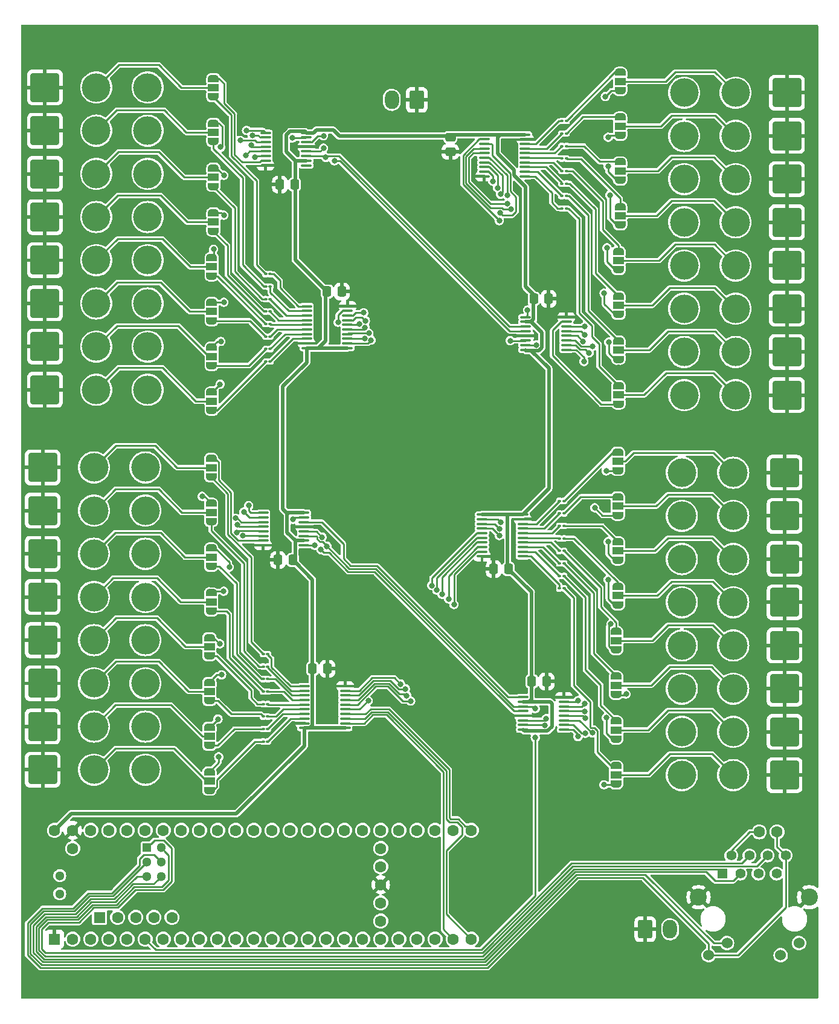
<source format=gbr>
%TF.GenerationSoftware,KiCad,Pcbnew,7.0.10*%
%TF.CreationDate,2024-02-22T16:17:49+01:00*%
%TF.ProjectId,PCB,5043422e-6b69-4636-9164-5f7063625858,rev?*%
%TF.SameCoordinates,Original*%
%TF.FileFunction,Copper,L1,Top*%
%TF.FilePolarity,Positive*%
%FSLAX46Y46*%
G04 Gerber Fmt 4.6, Leading zero omitted, Abs format (unit mm)*
G04 Created by KiCad (PCBNEW 7.0.10) date 2024-02-22 16:17:49*
%MOMM*%
%LPD*%
G01*
G04 APERTURE LIST*
G04 Aperture macros list*
%AMRoundRect*
0 Rectangle with rounded corners*
0 $1 Rounding radius*
0 $2 $3 $4 $5 $6 $7 $8 $9 X,Y pos of 4 corners*
0 Add a 4 corners polygon primitive as box body*
4,1,4,$2,$3,$4,$5,$6,$7,$8,$9,$2,$3,0*
0 Add four circle primitives for the rounded corners*
1,1,$1+$1,$2,$3*
1,1,$1+$1,$4,$5*
1,1,$1+$1,$6,$7*
1,1,$1+$1,$8,$9*
0 Add four rect primitives between the rounded corners*
20,1,$1+$1,$2,$3,$4,$5,0*
20,1,$1+$1,$4,$5,$6,$7,0*
20,1,$1+$1,$6,$7,$8,$9,0*
20,1,$1+$1,$8,$9,$2,$3,0*%
%AMFreePoly0*
4,1,19,0.550000,-0.750000,0.000000,-0.750000,0.000000,-0.744911,-0.071157,-0.744911,-0.207708,-0.704816,-0.327430,-0.627875,-0.420627,-0.520320,-0.479746,-0.390866,-0.500000,-0.250000,-0.500000,0.250000,-0.479746,0.390866,-0.420627,0.520320,-0.327430,0.627875,-0.207708,0.704816,-0.071157,0.744911,0.000000,0.744911,0.000000,0.750000,0.550000,0.750000,0.550000,-0.750000,0.550000,-0.750000,
$1*%
%AMFreePoly1*
4,1,19,0.000000,0.744911,0.071157,0.744911,0.207708,0.704816,0.327430,0.627875,0.420627,0.520320,0.479746,0.390866,0.500000,0.250000,0.500000,-0.250000,0.479746,-0.390866,0.420627,-0.520320,0.327430,-0.627875,0.207708,-0.704816,0.071157,-0.744911,0.000000,-0.744911,0.000000,-0.750000,-0.550000,-0.750000,-0.550000,0.750000,0.000000,0.750000,0.000000,0.744911,0.000000,0.744911,
$1*%
G04 Aperture macros list end*
%TA.AperFunction,SMDPad,CuDef*%
%ADD10FreePoly0,90.000000*%
%TD*%
%TA.AperFunction,SMDPad,CuDef*%
%ADD11R,1.500000X1.000000*%
%TD*%
%TA.AperFunction,SMDPad,CuDef*%
%ADD12FreePoly1,90.000000*%
%TD*%
%TA.AperFunction,ComponentPad*%
%ADD13RoundRect,0.250000X1.750000X1.750000X-1.750000X1.750000X-1.750000X-1.750000X1.750000X-1.750000X0*%
%TD*%
%TA.AperFunction,ComponentPad*%
%ADD14C,4.000000*%
%TD*%
%TA.AperFunction,SMDPad,CuDef*%
%ADD15RoundRect,0.100000X0.637500X0.100000X-0.637500X0.100000X-0.637500X-0.100000X0.637500X-0.100000X0*%
%TD*%
%TA.AperFunction,SMDPad,CuDef*%
%ADD16RoundRect,0.100000X0.130000X0.100000X-0.130000X0.100000X-0.130000X-0.100000X0.130000X-0.100000X0*%
%TD*%
%TA.AperFunction,ComponentPad*%
%ADD17RoundRect,0.250000X-0.750000X-1.050000X0.750000X-1.050000X0.750000X1.050000X-0.750000X1.050000X0*%
%TD*%
%TA.AperFunction,ComponentPad*%
%ADD18O,2.000000X2.600000*%
%TD*%
%TA.AperFunction,ComponentPad*%
%ADD19RoundRect,0.250000X-1.750000X-1.750000X1.750000X-1.750000X1.750000X1.750000X-1.750000X1.750000X0*%
%TD*%
%TA.AperFunction,ComponentPad*%
%ADD20C,1.600000*%
%TD*%
%TA.AperFunction,SMDPad,CuDef*%
%ADD21RoundRect,0.250000X-0.337500X-0.475000X0.337500X-0.475000X0.337500X0.475000X-0.337500X0.475000X0*%
%TD*%
%TA.AperFunction,SMDPad,CuDef*%
%ADD22RoundRect,0.100000X-0.130000X-0.100000X0.130000X-0.100000X0.130000X0.100000X-0.130000X0.100000X0*%
%TD*%
%TA.AperFunction,SMDPad,CuDef*%
%ADD23FreePoly0,270.000000*%
%TD*%
%TA.AperFunction,SMDPad,CuDef*%
%ADD24FreePoly1,270.000000*%
%TD*%
%TA.AperFunction,ComponentPad*%
%ADD25RoundRect,0.250000X0.750000X1.050000X-0.750000X1.050000X-0.750000X-1.050000X0.750000X-1.050000X0*%
%TD*%
%TA.AperFunction,SMDPad,CuDef*%
%ADD26RoundRect,0.250000X0.337500X0.475000X-0.337500X0.475000X-0.337500X-0.475000X0.337500X-0.475000X0*%
%TD*%
%TA.AperFunction,SMDPad,CuDef*%
%ADD27RoundRect,0.100000X-0.637500X-0.100000X0.637500X-0.100000X0.637500X0.100000X-0.637500X0.100000X0*%
%TD*%
%TA.AperFunction,ComponentPad*%
%ADD28R,1.408000X1.408000*%
%TD*%
%TA.AperFunction,ComponentPad*%
%ADD29C,1.408000*%
%TD*%
%TA.AperFunction,ComponentPad*%
%ADD30C,1.530000*%
%TD*%
%TA.AperFunction,ComponentPad*%
%ADD31C,2.400000*%
%TD*%
%TA.AperFunction,SMDPad,CuDef*%
%ADD32RoundRect,0.250000X-0.475000X0.337500X-0.475000X-0.337500X0.475000X-0.337500X0.475000X0.337500X0*%
%TD*%
%TA.AperFunction,ComponentPad*%
%ADD33R,1.600000X1.600000*%
%TD*%
%TA.AperFunction,ComponentPad*%
%ADD34R,1.300000X1.300000*%
%TD*%
%TA.AperFunction,ComponentPad*%
%ADD35C,1.300000*%
%TD*%
%TA.AperFunction,ViaPad*%
%ADD36C,0.800000*%
%TD*%
%TA.AperFunction,Conductor*%
%ADD37C,0.250000*%
%TD*%
%TA.AperFunction,Conductor*%
%ADD38C,0.500000*%
%TD*%
G04 APERTURE END LIST*
D10*
%TO.P,JP29,1,A*%
%TO.N,/LED_R 1 to 10/LED_B_5*%
X40962500Y-42880000D03*
D11*
%TO.P,JP29,2,C*%
%TO.N,Net-(J29-Pin_2)*%
X40962500Y-41580000D03*
D12*
%TO.P,JP29,3,B*%
%TO.N,/LED_R 1 to 10/LED_R_5*%
X40962500Y-40280000D03*
%TD*%
D13*
%TO.P,J9,1,Pin_1*%
%TO.N,GND*%
X121021000Y-76690900D03*
D14*
%TO.P,J9,2,Pin_2*%
%TO.N,Net-(J9-Pin_2)*%
X113821000Y-76690900D03*
%TO.P,J9,3,Pin_3*%
%TO.N,+12V*%
X106621000Y-76690900D03*
%TD*%
D15*
%TO.P,U4,1,QB*%
%TO.N,/LED_R 1 to 9/LED_R_2*%
X90101500Y-112681400D03*
%TO.P,U4,2,QC*%
%TO.N,/LED_R 1 to 9/LED_R_3*%
X90101500Y-112031400D03*
%TO.P,U4,3,QD*%
%TO.N,/LED_R 1 to 9/LED_R_4*%
X90101500Y-111381400D03*
%TO.P,U4,4,QE*%
%TO.N,/LED_R 1 to 9/LED_R_5*%
X90101500Y-110731400D03*
%TO.P,U4,5,QF*%
%TO.N,/LED_R 1 to 9/LED_R_6*%
X90101500Y-110081400D03*
%TO.P,U4,6,QG*%
%TO.N,/LED_R 1 to 9/LED_R_7*%
X90101500Y-109431400D03*
%TO.P,U4,7,QH*%
%TO.N,/LED_R 1 to 9/LED_R_8*%
X90101500Y-108781400D03*
%TO.P,U4,8,GND*%
%TO.N,GND*%
X90101500Y-108131400D03*
%TO.P,U4,9,QH'*%
%TO.N,/LED_R 1 to 11/SER_IN*%
X84376500Y-108131400D03*
%TO.P,U4,10,~{SRCLR}*%
%TO.N,+5V*%
X84376500Y-108781400D03*
%TO.P,U4,11,SRCLK*%
%TO.N,/SER_OUT*%
X84376500Y-109431400D03*
%TO.P,U4,12,RCLK*%
%TO.N,/RCLK*%
X84376500Y-110081400D03*
%TO.P,U4,13,~{OE}*%
%TO.N,GND*%
X84376500Y-110731400D03*
%TO.P,U4,14,SER*%
%TO.N,/LED_R 1 to 8/SER_OUT*%
X84376500Y-111381400D03*
%TO.P,U4,15,QA*%
%TO.N,/LED_R 1 to 9/LED_R_1*%
X84376500Y-112031400D03*
%TO.P,U4,16,VCC*%
%TO.N,+5V*%
X84376500Y-112681400D03*
%TD*%
D16*
%TO.P,R28,1*%
%TO.N,Net-(U9-B3)*%
X48900000Y-55875600D03*
%TO.P,R28,2*%
%TO.N,/LED_R 1 to 10/LED_B_4*%
X48260000Y-55875600D03*
%TD*%
%TO.P,R19,1*%
%TO.N,Net-(U7-B2)*%
X48577500Y-110841000D03*
%TO.P,R19,2*%
%TO.N,/LED_R 1 to 11/LED_B_3*%
X47937500Y-110841000D03*
%TD*%
D17*
%TO.P,+5V1,1,Pin_1*%
%TO.N,GND*%
X101478000Y-140630000D03*
D18*
%TO.P,+5V1,2,Pin_2*%
%TO.N,+5V*%
X104978000Y-140630000D03*
%TD*%
D10*
%TO.P,JP23,1,A*%
%TO.N,/LED_R 1 to 11/LED_B_7*%
X40640000Y-83549100D03*
D11*
%TO.P,JP23,2,C*%
%TO.N,Net-(J23-Pin_2)*%
X40640000Y-82249100D03*
D12*
%TO.P,JP23,3,B*%
%TO.N,/LED_R 1 to 11/LED_R_7*%
X40640000Y-80949100D03*
%TD*%
D16*
%TO.P,R23,1*%
%TO.N,Net-(U7-B6)*%
X48577500Y-103841000D03*
%TO.P,R23,2*%
%TO.N,/LED_R 1 to 11/LED_B_7*%
X47937500Y-103841000D03*
%TD*%
D19*
%TO.P,J29,1,Pin_1*%
%TO.N,GND*%
X17340500Y-40882100D03*
D14*
%TO.P,J29,2,Pin_2*%
%TO.N,Net-(J29-Pin_2)*%
X24540500Y-40882100D03*
%TO.P,J29,3,Pin_3*%
%TO.N,+12V*%
X31740500Y-40882100D03*
%TD*%
D16*
%TO.P,R25,1*%
%TO.N,Net-(U9-B0)*%
X48900000Y-61125600D03*
%TO.P,R25,2*%
%TO.N,/LED_R 1 to 10/LED_B_1*%
X48260000Y-61125600D03*
%TD*%
D10*
%TO.P,JP26,1,A*%
%TO.N,/LED_R 1 to 10/LED_B_2*%
X40714500Y-61699400D03*
D11*
%TO.P,JP26,2,C*%
%TO.N,Net-(J26-Pin_2)*%
X40714500Y-60399400D03*
D12*
%TO.P,JP26,3,B*%
%TO.N,/LED_R 1 to 10/LED_R_2*%
X40714500Y-59099400D03*
%TD*%
D20*
%TO.P,C1,1*%
%TO.N,Net-(P1-RCT)*%
X117459000Y-127000000D03*
%TO.P,C1,2*%
%TO.N,Net-(P1-GH_GND@1)*%
X119959000Y-127000000D03*
%TD*%
D21*
%TO.P,C8,1*%
%TO.N,+5V*%
X56874500Y-51308000D03*
%TO.P,C8,2*%
%TO.N,GND*%
X58949500Y-51308000D03*
%TD*%
D22*
%TO.P,R16,1*%
%TO.N,Net-(U5-B7)*%
X89461500Y-92897400D03*
%TO.P,R16,2*%
%TO.N,/LED_R 1 to 9/LED_B_8*%
X90101500Y-92897400D03*
%TD*%
D13*
%TO.P,J7,1,Pin_1*%
%TO.N,GND*%
X121343500Y-59775500D03*
D14*
%TO.P,J7,2,Pin_2*%
%TO.N,Net-(J7-Pin_2)*%
X114143500Y-59775500D03*
%TO.P,J7,3,Pin_3*%
%TO.N,+12V*%
X106943500Y-59775500D03*
%TD*%
D19*
%TO.P,J18,1,Pin_1*%
%TO.N,GND*%
X17018000Y-112247500D03*
D14*
%TO.P,J18,2,Pin_2*%
%TO.N,Net-(J18-Pin_2)*%
X24218000Y-112247500D03*
%TO.P,J18,3,Pin_3*%
%TO.N,+12V*%
X31418000Y-112247500D03*
%TD*%
D16*
%TO.P,R26,1*%
%TO.N,Net-(U9-B1)*%
X48900000Y-59375600D03*
%TO.P,R26,2*%
%TO.N,/LED_R 1 to 10/LED_B_2*%
X48260000Y-59375600D03*
%TD*%
D19*
%TO.P,J31,1,Pin_1*%
%TO.N,GND*%
X17340500Y-28782100D03*
D14*
%TO.P,J31,2,Pin_2*%
%TO.N,Net-(J31-Pin_2)*%
X24540500Y-28782100D03*
%TO.P,J31,3,Pin_3*%
%TO.N,+12V*%
X31740500Y-28782100D03*
%TD*%
D23*
%TO.P,JP10,1,A*%
%TO.N,/LED_R 1 to 9/LED_B_2*%
X97647000Y-80073600D03*
D11*
%TO.P,JP10,2,C*%
%TO.N,Net-(J10-Pin_2)*%
X97647000Y-81373600D03*
D24*
%TO.P,JP10,3,B*%
%TO.N,/LED_R 1 to 9/LED_R_2*%
X97647000Y-82673600D03*
%TD*%
D10*
%TO.P,JP25,1,A*%
%TO.N,/LED_R 1 to 10/LED_B_1*%
X40714500Y-67972600D03*
D11*
%TO.P,JP25,2,C*%
%TO.N,Net-(J25-Pin_2)*%
X40714500Y-66672600D03*
D12*
%TO.P,JP25,3,B*%
%TO.N,/LED_R 1 to 10/LED_R_1*%
X40714500Y-65372600D03*
%TD*%
D13*
%TO.P,J3,1,Pin_1*%
%TO.N,GND*%
X121343500Y-35575500D03*
D14*
%TO.P,J3,2,Pin_2*%
%TO.N,Net-(J3-Pin_2)*%
X114143500Y-35575500D03*
%TO.P,J3,3,Pin_3*%
%TO.N,+12V*%
X106943500Y-35575500D03*
%TD*%
D13*
%TO.P,J5,1,Pin_1*%
%TO.N,GND*%
X121343500Y-47675500D03*
D14*
%TO.P,J5,2,Pin_2*%
%TO.N,Net-(J5-Pin_2)*%
X114143500Y-47675500D03*
%TO.P,J5,3,Pin_3*%
%TO.N,+12V*%
X106943500Y-47675500D03*
%TD*%
D22*
%TO.P,R10,1*%
%TO.N,Net-(U5-B1)*%
X89461500Y-82397400D03*
%TO.P,R10,2*%
%TO.N,/LED_R 1 to 9/LED_B_2*%
X90101500Y-82397400D03*
%TD*%
D19*
%TO.P,J19,1,Pin_1*%
%TO.N,GND*%
X17018000Y-106197500D03*
D14*
%TO.P,J19,2,Pin_2*%
%TO.N,Net-(J19-Pin_2)*%
X24218000Y-106197500D03*
%TO.P,J19,3,Pin_3*%
%TO.N,+12V*%
X31418000Y-106197500D03*
%TD*%
D13*
%TO.P,J10,1,Pin_1*%
%TO.N,GND*%
X121021000Y-82740900D03*
D14*
%TO.P,J10,2,Pin_2*%
%TO.N,Net-(J10-Pin_2)*%
X113821000Y-82740900D03*
%TO.P,J10,3,Pin_3*%
%TO.N,+12V*%
X106621000Y-82740900D03*
%TD*%
D23*
%TO.P,JP13,1,A*%
%TO.N,/LED_R 1 to 9/LED_B_5*%
X97399000Y-98893000D03*
D11*
%TO.P,JP13,2,C*%
%TO.N,Net-(J13-Pin_2)*%
X97399000Y-100193000D03*
D24*
%TO.P,JP13,3,B*%
%TO.N,/LED_R 1 to 9/LED_R_5*%
X97399000Y-101493000D03*
%TD*%
D25*
%TO.P,LED_PWR_IN1,1,Pin_1*%
%TO.N,GND*%
X69464000Y-24470000D03*
D18*
%TO.P,LED_PWR_IN1,2,Pin_2*%
%TO.N,+12V*%
X65964000Y-24470000D03*
%TD*%
D22*
%TO.P,R14,1*%
%TO.N,Net-(U5-B5)*%
X89461500Y-89397400D03*
%TO.P,R14,2*%
%TO.N,/LED_R 1 to 9/LED_B_6*%
X90101500Y-89397400D03*
%TD*%
D10*
%TO.P,JP32,1,A*%
%TO.N,/LED_R 1 to 10/LED_B_8*%
X40962500Y-24060600D03*
D11*
%TO.P,JP32,2,C*%
%TO.N,Net-(J32-Pin_2)*%
X40962500Y-22760600D03*
D12*
%TO.P,JP32,3,B*%
%TO.N,/LED_R 1 to 10/LED_R_8*%
X40962500Y-21460600D03*
%TD*%
D10*
%TO.P,JP24,1,A*%
%TO.N,/LED_R 1 to 11/LED_B_8*%
X40640000Y-77276000D03*
D11*
%TO.P,JP24,2,C*%
%TO.N,Net-(J24-Pin_2)*%
X40640000Y-75976000D03*
D12*
%TO.P,JP24,3,B*%
%TO.N,/LED_R 1 to 11/LED_R_8*%
X40640000Y-74676000D03*
%TD*%
D23*
%TO.P,JP2,1,A*%
%TO.N,/LED_R 1 to 8/LED_B_2*%
X97969500Y-26858100D03*
D11*
%TO.P,JP2,2,C*%
%TO.N,Net-(J2-Pin_2)*%
X97969500Y-28158100D03*
D24*
%TO.P,JP2,3,B*%
%TO.N,/LED_R 1 to 8/LED_R_2*%
X97969500Y-29458100D03*
%TD*%
D10*
%TO.P,JP19,1,A*%
%TO.N,/LED_R 1 to 11/LED_B_3*%
X40392000Y-108641700D03*
D11*
%TO.P,JP19,2,C*%
%TO.N,Net-(J19-Pin_2)*%
X40392000Y-107341700D03*
D12*
%TO.P,JP19,3,B*%
%TO.N,/LED_R 1 to 11/LED_R_3*%
X40392000Y-106041700D03*
%TD*%
D13*
%TO.P,J2,1,Pin_1*%
%TO.N,GND*%
X121343500Y-29525500D03*
D14*
%TO.P,J2,2,Pin_2*%
%TO.N,Net-(J2-Pin_2)*%
X114143500Y-29525500D03*
%TO.P,J2,3,Pin_3*%
%TO.N,+12V*%
X106943500Y-29525500D03*
%TD*%
D23*
%TO.P,JP15,1,A*%
%TO.N,/LED_R 1 to 9/LED_B_7*%
X97399000Y-111439300D03*
D11*
%TO.P,JP15,2,C*%
%TO.N,Net-(J15-Pin_2)*%
X97399000Y-112739300D03*
D24*
%TO.P,JP15,3,B*%
%TO.N,/LED_R 1 to 9/LED_R_7*%
X97399000Y-114039300D03*
%TD*%
D15*
%TO.P,U9,1,A->B*%
%TO.N,+5V*%
X59758500Y-59224600D03*
%TO.P,U9,2,A0*%
%TO.N,/LED_GPIO_25*%
X59758500Y-58574600D03*
%TO.P,U9,3,A1*%
%TO.N,/LED_GPIO_26*%
X59758500Y-57924600D03*
%TO.P,U9,4,A2*%
%TO.N,/LED_GPIO_27*%
X59758500Y-57274600D03*
%TO.P,U9,5,A3*%
%TO.N,/LED_GPIO_28*%
X59758500Y-56624600D03*
%TO.P,U9,6,A4*%
%TO.N,/LED_GPIO_29*%
X59758500Y-55974600D03*
%TO.P,U9,7,A5*%
%TO.N,/LED_GPIO_30*%
X59758500Y-55324600D03*
%TO.P,U9,8,A6*%
%TO.N,/LED_GPIO_31*%
X59758500Y-54674600D03*
%TO.P,U9,9,A7*%
%TO.N,/LED_GPIO_32*%
X59758500Y-54024600D03*
%TO.P,U9,10,GND*%
%TO.N,GND*%
X59758500Y-53374600D03*
%TO.P,U9,11,B7*%
%TO.N,Net-(U9-B7)*%
X54033500Y-53374600D03*
%TO.P,U9,12,B6*%
%TO.N,Net-(U9-B6)*%
X54033500Y-54024600D03*
%TO.P,U9,13,B5*%
%TO.N,Net-(U9-B5)*%
X54033500Y-54674600D03*
%TO.P,U9,14,B4*%
%TO.N,Net-(U9-B4)*%
X54033500Y-55324600D03*
%TO.P,U9,15,B3*%
%TO.N,Net-(U9-B3)*%
X54033500Y-55974600D03*
%TO.P,U9,16,B2*%
%TO.N,Net-(U9-B2)*%
X54033500Y-56624600D03*
%TO.P,U9,17,B1*%
%TO.N,Net-(U9-B1)*%
X54033500Y-57274600D03*
%TO.P,U9,18,B0*%
%TO.N,Net-(U9-B0)*%
X54033500Y-57924600D03*
%TO.P,U9,19,CE*%
%TO.N,GND*%
X54033500Y-58574600D03*
%TO.P,U9,20,VCC*%
%TO.N,+5V*%
X54033500Y-59224600D03*
%TD*%
D23*
%TO.P,JP8,1,A*%
%TO.N,/LED_R 1 to 8/LED_B_8*%
X97721500Y-64497000D03*
D11*
%TO.P,JP8,2,C*%
%TO.N,Net-(J8-Pin_2)*%
X97721500Y-65797000D03*
D24*
%TO.P,JP8,3,B*%
%TO.N,/LED_R 1 to 8/LED_R_8*%
X97721500Y-67097000D03*
%TD*%
D26*
%TO.P,C6,1*%
%TO.N,+5V*%
X82317500Y-90170000D03*
%TO.P,C6,2*%
%TO.N,GND*%
X80242500Y-90170000D03*
%TD*%
D19*
%TO.P,J20,1,Pin_1*%
%TO.N,GND*%
X17018000Y-100147500D03*
D14*
%TO.P,J20,2,Pin_2*%
%TO.N,Net-(J20-Pin_2)*%
X24218000Y-100147500D03*
%TO.P,J20,3,Pin_3*%
%TO.N,+12V*%
X31418000Y-100147500D03*
%TD*%
D16*
%TO.P,R32,1*%
%TO.N,Net-(U9-B7)*%
X48900000Y-48875600D03*
%TO.P,R32,2*%
%TO.N,/LED_R 1 to 10/LED_B_8*%
X48260000Y-48875600D03*
%TD*%
D22*
%TO.P,R11,1*%
%TO.N,Net-(U5-B2)*%
X89461500Y-84147400D03*
%TO.P,R11,2*%
%TO.N,/LED_R 1 to 9/LED_B_3*%
X90101500Y-84147400D03*
%TD*%
D16*
%TO.P,R30,1*%
%TO.N,Net-(U9-B5)*%
X48900000Y-52375600D03*
%TO.P,R30,2*%
%TO.N,/LED_R 1 to 10/LED_B_6*%
X48260000Y-52375600D03*
%TD*%
D10*
%TO.P,JP30,1,A*%
%TO.N,/LED_R 1 to 10/LED_B_6*%
X40962500Y-36606800D03*
D11*
%TO.P,JP30,2,C*%
%TO.N,Net-(J30-Pin_2)*%
X40962500Y-35306800D03*
D12*
%TO.P,JP30,3,B*%
%TO.N,/LED_R 1 to 10/LED_R_6*%
X40962500Y-34006800D03*
%TD*%
D13*
%TO.P,J4,1,Pin_1*%
%TO.N,GND*%
X121343500Y-41625500D03*
D14*
%TO.P,J4,2,Pin_2*%
%TO.N,Net-(J4-Pin_2)*%
X114143500Y-41625500D03*
%TO.P,J4,3,Pin_3*%
%TO.N,+12V*%
X106943500Y-41625500D03*
%TD*%
D22*
%TO.P,R7,1*%
%TO.N,Net-(U3-B6)*%
X89784000Y-37932000D03*
%TO.P,R7,2*%
%TO.N,/LED_R 1 to 8/LED_B_7*%
X90424000Y-37932000D03*
%TD*%
D13*
%TO.P,J6,1,Pin_1*%
%TO.N,GND*%
X121343500Y-53725500D03*
D14*
%TO.P,J6,2,Pin_2*%
%TO.N,Net-(J6-Pin_2)*%
X114143500Y-53725500D03*
%TO.P,J6,3,Pin_3*%
%TO.N,+12V*%
X106943500Y-53725500D03*
%TD*%
D27*
%TO.P,U3,1,A->B*%
%TO.N,+5V*%
X78925500Y-29333000D03*
%TO.P,U3,2,A0*%
%TO.N,/LED_GPIO_1*%
X78925500Y-29983000D03*
%TO.P,U3,3,A1*%
%TO.N,/LED_GPIO_2*%
X78925500Y-30633000D03*
%TO.P,U3,4,A2*%
%TO.N,/LED_GPIO_3*%
X78925500Y-31283000D03*
%TO.P,U3,5,A3*%
%TO.N,/LED_GPIO_4*%
X78925500Y-31933000D03*
%TO.P,U3,6,A4*%
%TO.N,/LED_GPIO_5*%
X78925500Y-32583000D03*
%TO.P,U3,7,A5*%
%TO.N,/LED_GPIO_6*%
X78925500Y-33233000D03*
%TO.P,U3,8,A6*%
%TO.N,/LED_GPIO_7*%
X78925500Y-33883000D03*
%TO.P,U3,9,A7*%
%TO.N,/LED_GPIO_8*%
X78925500Y-34533000D03*
%TO.P,U3,10,GND*%
%TO.N,GND*%
X78925500Y-35183000D03*
%TO.P,U3,11,B7*%
%TO.N,Net-(U3-B7)*%
X84650500Y-35183000D03*
%TO.P,U3,12,B6*%
%TO.N,Net-(U3-B6)*%
X84650500Y-34533000D03*
%TO.P,U3,13,B5*%
%TO.N,Net-(U3-B5)*%
X84650500Y-33883000D03*
%TO.P,U3,14,B4*%
%TO.N,Net-(U3-B4)*%
X84650500Y-33233000D03*
%TO.P,U3,15,B3*%
%TO.N,Net-(U3-B3)*%
X84650500Y-32583000D03*
%TO.P,U3,16,B2*%
%TO.N,Net-(U3-B2)*%
X84650500Y-31933000D03*
%TO.P,U3,17,B1*%
%TO.N,Net-(U3-B1)*%
X84650500Y-31283000D03*
%TO.P,U3,18,B0*%
%TO.N,Net-(U3-B0)*%
X84650500Y-30633000D03*
%TO.P,U3,19,CE*%
%TO.N,GND*%
X84650500Y-29983000D03*
%TO.P,U3,20,VCC*%
%TO.N,+5V*%
X84650500Y-29333000D03*
%TD*%
D13*
%TO.P,J13,1,Pin_1*%
%TO.N,GND*%
X121021000Y-100890900D03*
D14*
%TO.P,J13,2,Pin_2*%
%TO.N,Net-(J13-Pin_2)*%
X113821000Y-100890900D03*
%TO.P,J13,3,Pin_3*%
%TO.N,+12V*%
X106621000Y-100890900D03*
%TD*%
D10*
%TO.P,JP27,1,A*%
%TO.N,/LED_R 1 to 10/LED_B_3*%
X40714500Y-55426300D03*
D11*
%TO.P,JP27,2,C*%
%TO.N,Net-(J27-Pin_2)*%
X40714500Y-54126300D03*
D12*
%TO.P,JP27,3,B*%
%TO.N,/LED_R 1 to 10/LED_R_3*%
X40714500Y-52826300D03*
%TD*%
D13*
%TO.P,J14,1,Pin_1*%
%TO.N,GND*%
X121021000Y-106940900D03*
D14*
%TO.P,J14,2,Pin_2*%
%TO.N,Net-(J14-Pin_2)*%
X113821000Y-106940900D03*
%TO.P,J14,3,Pin_3*%
%TO.N,+12V*%
X106621000Y-106940900D03*
%TD*%
D22*
%TO.P,R4,1*%
%TO.N,Net-(U3-B3)*%
X89784000Y-32682000D03*
%TO.P,R4,2*%
%TO.N,/LED_R 1 to 8/LED_B_4*%
X90424000Y-32682000D03*
%TD*%
D19*
%TO.P,J24,1,Pin_1*%
%TO.N,GND*%
X17018000Y-75947500D03*
D14*
%TO.P,J24,2,Pin_2*%
%TO.N,Net-(J24-Pin_2)*%
X24218000Y-75947500D03*
%TO.P,J24,3,Pin_3*%
%TO.N,+12V*%
X31418000Y-75947500D03*
%TD*%
D28*
%TO.P,P1,1,TD+*%
%TO.N,Net-(P1-TD+)*%
X112265000Y-132844000D03*
D29*
%TO.P,P1,2,TCT*%
%TO.N,Net-(P1-RCT)*%
X113535000Y-130304000D03*
%TO.P,P1,3,TD-*%
%TO.N,Net-(P1-TD-)*%
X114805000Y-132844000D03*
%TO.P,P1,4,RD+*%
%TO.N,Net-(P1-RD+)*%
X116075000Y-130304000D03*
%TO.P,P1,5,RCT*%
%TO.N,Net-(P1-RCT)*%
X117345000Y-132844000D03*
%TO.P,P1,6,RD-*%
%TO.N,Net-(P1-RD-)*%
X118615000Y-130304000D03*
%TO.P,P1,7,NC*%
%TO.N,unconnected-(P1-NC-Pad7)*%
X119885000Y-132844000D03*
%TO.P,P1,8,GH_GND@1*%
%TO.N,Net-(P1-GH_GND@1)*%
X121155000Y-130304000D03*
D30*
%TO.P,P1,9,GRN-*%
X110385000Y-144274000D03*
%TO.P,P1,10,GRN+*%
%TO.N,Net-(P1-GRN+)*%
X112952000Y-142574000D03*
%TO.P,P1,11,YLW-*%
%TO.N,unconnected-(P1-YLW--Pad11)*%
X120468000Y-144274000D03*
%TO.P,P1,12,YLW+*%
%TO.N,unconnected-(P1-YLW+-Pad12)*%
X123035000Y-142574000D03*
D31*
%TO.P,P1,13,CH_GND@2*%
%TO.N,GND*%
X108960000Y-136144000D03*
%TO.P,P1,14,CH_GND@3*%
X124460000Y-136144000D03*
%TD*%
D27*
%TO.P,U6,1,QB*%
%TO.N,/LED_R 1 to 11/LED_R_2*%
X47937500Y-82307000D03*
%TO.P,U6,2,QC*%
%TO.N,/LED_R 1 to 11/LED_R_3*%
X47937500Y-82957000D03*
%TO.P,U6,3,QD*%
%TO.N,/LED_R 1 to 11/LED_R_4*%
X47937500Y-83607000D03*
%TO.P,U6,4,QE*%
%TO.N,/LED_R 1 to 11/LED_R_5*%
X47937500Y-84257000D03*
%TO.P,U6,5,QF*%
%TO.N,/LED_R 1 to 11/LED_R_6*%
X47937500Y-84907000D03*
%TO.P,U6,6,QG*%
%TO.N,/LED_R 1 to 11/LED_R_7*%
X47937500Y-85557000D03*
%TO.P,U6,7,QH*%
%TO.N,/LED_R 1 to 11/LED_R_8*%
X47937500Y-86207000D03*
%TO.P,U6,8,GND*%
%TO.N,GND*%
X47937500Y-86857000D03*
%TO.P,U6,9,QH'*%
%TO.N,/LED_R 1 to 10/SER_IN*%
X53662500Y-86857000D03*
%TO.P,U6,10,~{SRCLR}*%
%TO.N,+5V*%
X53662500Y-86207000D03*
%TO.P,U6,11,SRCLK*%
%TO.N,/SER_OUT*%
X53662500Y-85557000D03*
%TO.P,U6,12,RCLK*%
%TO.N,/RCLK*%
X53662500Y-84907000D03*
%TO.P,U6,13,~{OE}*%
%TO.N,GND*%
X53662500Y-84257000D03*
%TO.P,U6,14,SER*%
%TO.N,/LED_R 1 to 11/SER_IN*%
X53662500Y-83607000D03*
%TO.P,U6,15,QA*%
%TO.N,/LED_R 1 to 11/LED_R_1*%
X53662500Y-82957000D03*
%TO.P,U6,16,VCC*%
%TO.N,+5V*%
X53662500Y-82307000D03*
%TD*%
D23*
%TO.P,JP7,1,A*%
%TO.N,/LED_R 1 to 8/LED_B_7*%
X97721500Y-58223900D03*
D11*
%TO.P,JP7,2,C*%
%TO.N,Net-(J7-Pin_2)*%
X97721500Y-59523900D03*
D24*
%TO.P,JP7,3,B*%
%TO.N,/LED_R 1 to 8/LED_R_7*%
X97721500Y-60823900D03*
%TD*%
D13*
%TO.P,J1,1,Pin_1*%
%TO.N,GND*%
X121343500Y-23475500D03*
D14*
%TO.P,J1,2,Pin_2*%
%TO.N,Net-(J1-Pin_2)*%
X114143500Y-23475500D03*
%TO.P,J1,3,Pin_3*%
%TO.N,+12V*%
X106943500Y-23475500D03*
%TD*%
D22*
%TO.P,R6,1*%
%TO.N,Net-(U3-B5)*%
X89784000Y-36182000D03*
%TO.P,R6,2*%
%TO.N,/LED_R 1 to 8/LED_B_6*%
X90424000Y-36182000D03*
%TD*%
D10*
%TO.P,JP20,1,A*%
%TO.N,/LED_R 1 to 11/LED_B_4*%
X40392000Y-102368600D03*
D11*
%TO.P,JP20,2,C*%
%TO.N,Net-(J20-Pin_2)*%
X40392000Y-101068600D03*
D12*
%TO.P,JP20,3,B*%
%TO.N,/LED_R 1 to 11/LED_R_4*%
X40392000Y-99768600D03*
%TD*%
D22*
%TO.P,R9,1*%
%TO.N,Net-(U5-B0)*%
X89461500Y-80647400D03*
%TO.P,R9,2*%
%TO.N,/LED_R 1 to 9/LED_B_1*%
X90101500Y-80647400D03*
%TD*%
%TO.P,R8,1*%
%TO.N,Net-(U3-B7)*%
X89784000Y-39682000D03*
%TO.P,R8,2*%
%TO.N,/LED_R 1 to 8/LED_B_8*%
X90424000Y-39682000D03*
%TD*%
D23*
%TO.P,JP16,1,A*%
%TO.N,/LED_R 1 to 9/LED_B_8*%
X97399000Y-117712400D03*
D11*
%TO.P,JP16,2,C*%
%TO.N,Net-(J16-Pin_2)*%
X97399000Y-119012400D03*
D24*
%TO.P,JP16,3,B*%
%TO.N,/LED_R 1 to 9/LED_R_8*%
X97399000Y-120312400D03*
%TD*%
D23*
%TO.P,JP3,1,A*%
%TO.N,/LED_R 1 to 8/LED_B_3*%
X97969500Y-33131300D03*
D11*
%TO.P,JP3,2,C*%
%TO.N,Net-(J3-Pin_2)*%
X97969500Y-34431300D03*
D24*
%TO.P,JP3,3,B*%
%TO.N,/LED_R 1 to 8/LED_R_3*%
X97969500Y-35731300D03*
%TD*%
D16*
%TO.P,R17,1*%
%TO.N,Net-(U7-B0)*%
X48577500Y-114341000D03*
%TO.P,R17,2*%
%TO.N,/LED_R 1 to 11/LED_B_1*%
X47937500Y-114341000D03*
%TD*%
D19*
%TO.P,J22,1,Pin_1*%
%TO.N,GND*%
X17018000Y-88047500D03*
D14*
%TO.P,J22,2,Pin_2*%
%TO.N,Net-(J22-Pin_2)*%
X24218000Y-88047500D03*
%TO.P,J22,3,Pin_3*%
%TO.N,+12V*%
X31418000Y-88047500D03*
%TD*%
D32*
%TO.P,C2,1*%
%TO.N,+5V*%
X74168000Y-29696500D03*
%TO.P,C2,2*%
%TO.N,GND*%
X74168000Y-31771500D03*
%TD*%
D19*
%TO.P,J21,1,Pin_1*%
%TO.N,GND*%
X17018000Y-94097500D03*
D14*
%TO.P,J21,2,Pin_2*%
%TO.N,Net-(J21-Pin_2)*%
X24218000Y-94097500D03*
%TO.P,J21,3,Pin_3*%
%TO.N,+12V*%
X31418000Y-94097500D03*
%TD*%
D23*
%TO.P,JP4,1,A*%
%TO.N,/LED_R 1 to 8/LED_B_4*%
X97969500Y-39404400D03*
D11*
%TO.P,JP4,2,C*%
%TO.N,Net-(J4-Pin_2)*%
X97969500Y-40704400D03*
D24*
%TO.P,JP4,3,B*%
%TO.N,/LED_R 1 to 8/LED_R_4*%
X97969500Y-42004400D03*
%TD*%
D10*
%TO.P,JP31,1,A*%
%TO.N,/LED_R 1 to 10/LED_B_7*%
X40962500Y-30333700D03*
D11*
%TO.P,JP31,2,C*%
%TO.N,Net-(J31-Pin_2)*%
X40962500Y-29033700D03*
D12*
%TO.P,JP31,3,B*%
%TO.N,/LED_R 1 to 10/LED_R_7*%
X40962500Y-27733700D03*
%TD*%
D15*
%TO.P,U7,1,A->B*%
%TO.N,+5V*%
X59436000Y-112440000D03*
%TO.P,U7,2,A0*%
%TO.N,/LED_GPIO_17*%
X59436000Y-111790000D03*
%TO.P,U7,3,A1*%
%TO.N,/LED_GPIO_18*%
X59436000Y-111140000D03*
%TO.P,U7,4,A2*%
%TO.N,/LED_GPIO_19*%
X59436000Y-110490000D03*
%TO.P,U7,5,A3*%
%TO.N,/LED_GPIO_20*%
X59436000Y-109840000D03*
%TO.P,U7,6,A4*%
%TO.N,/LED_GPIO_21*%
X59436000Y-109190000D03*
%TO.P,U7,7,A5*%
%TO.N,/LED_GPIO_22*%
X59436000Y-108540000D03*
%TO.P,U7,8,A6*%
%TO.N,/LED_GPIO_23*%
X59436000Y-107890000D03*
%TO.P,U7,9,A7*%
%TO.N,/LED_GPIO_24*%
X59436000Y-107240000D03*
%TO.P,U7,10,GND*%
%TO.N,GND*%
X59436000Y-106590000D03*
%TO.P,U7,11,B7*%
%TO.N,Net-(U7-B7)*%
X53711000Y-106590000D03*
%TO.P,U7,12,B6*%
%TO.N,Net-(U7-B6)*%
X53711000Y-107240000D03*
%TO.P,U7,13,B5*%
%TO.N,Net-(U7-B5)*%
X53711000Y-107890000D03*
%TO.P,U7,14,B4*%
%TO.N,Net-(U7-B4)*%
X53711000Y-108540000D03*
%TO.P,U7,15,B3*%
%TO.N,Net-(U7-B3)*%
X53711000Y-109190000D03*
%TO.P,U7,16,B2*%
%TO.N,Net-(U7-B2)*%
X53711000Y-109840000D03*
%TO.P,U7,17,B1*%
%TO.N,Net-(U7-B1)*%
X53711000Y-110490000D03*
%TO.P,U7,18,B0*%
%TO.N,Net-(U7-B0)*%
X53711000Y-111140000D03*
%TO.P,U7,19,CE*%
%TO.N,GND*%
X53711000Y-111790000D03*
%TO.P,U7,20,VCC*%
%TO.N,+5V*%
X53711000Y-112440000D03*
%TD*%
D16*
%TO.P,R31,1*%
%TO.N,Net-(U9-B6)*%
X48900000Y-50625600D03*
%TO.P,R31,2*%
%TO.N,/LED_R 1 to 10/LED_B_7*%
X48260000Y-50625600D03*
%TD*%
D22*
%TO.P,R3,1*%
%TO.N,Net-(U3-B2)*%
X89784000Y-30932000D03*
%TO.P,R3,2*%
%TO.N,/LED_R 1 to 8/LED_B_3*%
X90424000Y-30932000D03*
%TD*%
D16*
%TO.P,R21,1*%
%TO.N,Net-(U7-B4)*%
X48577500Y-107341000D03*
%TO.P,R21,2*%
%TO.N,/LED_R 1 to 11/LED_B_5*%
X47937500Y-107341000D03*
%TD*%
D22*
%TO.P,R1,1*%
%TO.N,Net-(U3-B0)*%
X89784000Y-27432000D03*
%TO.P,R1,2*%
%TO.N,/LED_R 1 to 8/LED_B_1*%
X90424000Y-27432000D03*
%TD*%
D19*
%TO.P,J26,1,Pin_1*%
%TO.N,GND*%
X17340500Y-59032100D03*
D14*
%TO.P,J26,2,Pin_2*%
%TO.N,Net-(J26-Pin_2)*%
X24540500Y-59032100D03*
%TO.P,J26,3,Pin_3*%
%TO.N,+12V*%
X31740500Y-59032100D03*
%TD*%
D23*
%TO.P,JP5,1,A*%
%TO.N,/LED_R 1 to 8/LED_B_5*%
X97721500Y-45677600D03*
D11*
%TO.P,JP5,2,C*%
%TO.N,Net-(J5-Pin_2)*%
X97721500Y-46977600D03*
D24*
%TO.P,JP5,3,B*%
%TO.N,/LED_R 1 to 8/LED_R_5*%
X97721500Y-48277600D03*
%TD*%
D22*
%TO.P,R15,1*%
%TO.N,Net-(U5-B6)*%
X89461500Y-91147400D03*
%TO.P,R15,2*%
%TO.N,/LED_R 1 to 9/LED_B_7*%
X90101500Y-91147400D03*
%TD*%
D13*
%TO.P,J8,1,Pin_1*%
%TO.N,GND*%
X121343500Y-65825500D03*
D14*
%TO.P,J8,2,Pin_2*%
%TO.N,Net-(J8-Pin_2)*%
X114143500Y-65825500D03*
%TO.P,J8,3,Pin_3*%
%TO.N,+12V*%
X106943500Y-65825500D03*
%TD*%
D13*
%TO.P,J12,1,Pin_1*%
%TO.N,GND*%
X121021000Y-94840900D03*
D14*
%TO.P,J12,2,Pin_2*%
%TO.N,Net-(J12-Pin_2)*%
X113821000Y-94840900D03*
%TO.P,J12,3,Pin_3*%
%TO.N,+12V*%
X106621000Y-94840900D03*
%TD*%
D10*
%TO.P,JP21,1,A*%
%TO.N,/LED_R 1 to 11/LED_B_5*%
X40640000Y-96095400D03*
D11*
%TO.P,JP21,2,C*%
%TO.N,Net-(J21-Pin_2)*%
X40640000Y-94795400D03*
D12*
%TO.P,JP21,3,B*%
%TO.N,/LED_R 1 to 11/LED_R_5*%
X40640000Y-93495400D03*
%TD*%
D16*
%TO.P,R20,1*%
%TO.N,Net-(U7-B3)*%
X48577500Y-109091000D03*
%TO.P,R20,2*%
%TO.N,/LED_R 1 to 11/LED_B_4*%
X47937500Y-109091000D03*
%TD*%
D21*
%TO.P,C7,2*%
%TO.N,GND*%
X87651500Y-105918000D03*
%TO.P,C7,1*%
%TO.N,+5V*%
X85576500Y-105918000D03*
%TD*%
D22*
%TO.P,R13,1*%
%TO.N,Net-(U5-B4)*%
X89461500Y-87647400D03*
%TO.P,R13,2*%
%TO.N,/LED_R 1 to 9/LED_B_5*%
X90101500Y-87647400D03*
%TD*%
%TO.P,R12,1*%
%TO.N,Net-(U5-B3)*%
X89461500Y-85897400D03*
%TO.P,R12,2*%
%TO.N,/LED_R 1 to 9/LED_B_4*%
X90101500Y-85897400D03*
%TD*%
D10*
%TO.P,JP28,1,A*%
%TO.N,/LED_R 1 to 10/LED_B_4*%
X40714500Y-49153100D03*
D11*
%TO.P,JP28,2,C*%
%TO.N,Net-(J28-Pin_2)*%
X40714500Y-47853100D03*
D12*
%TO.P,JP28,3,B*%
%TO.N,/LED_R 1 to 10/LED_R_4*%
X40714500Y-46553100D03*
%TD*%
D19*
%TO.P,J25,1,Pin_1*%
%TO.N,GND*%
X17340500Y-65082100D03*
D14*
%TO.P,J25,2,Pin_2*%
%TO.N,Net-(J25-Pin_2)*%
X24540500Y-65082100D03*
%TO.P,J25,3,Pin_3*%
%TO.N,+12V*%
X31740500Y-65082100D03*
%TD*%
D19*
%TO.P,J27,1,Pin_1*%
%TO.N,GND*%
X17340500Y-52982100D03*
D14*
%TO.P,J27,2,Pin_2*%
%TO.N,Net-(J27-Pin_2)*%
X24540500Y-52982100D03*
%TO.P,J27,3,Pin_3*%
%TO.N,+12V*%
X31740500Y-52982100D03*
%TD*%
D23*
%TO.P,JP12,1,A*%
%TO.N,/LED_R 1 to 9/LED_B_4*%
X97647000Y-92619900D03*
D11*
%TO.P,JP12,2,C*%
%TO.N,Net-(J12-Pin_2)*%
X97647000Y-93919900D03*
D24*
%TO.P,JP12,3,B*%
%TO.N,/LED_R 1 to 9/LED_R_4*%
X97647000Y-95219900D03*
%TD*%
D19*
%TO.P,J17,1,Pin_1*%
%TO.N,GND*%
X17018000Y-118297500D03*
D14*
%TO.P,J17,2,Pin_2*%
%TO.N,Net-(J17-Pin_2)*%
X24218000Y-118297500D03*
%TO.P,J17,3,Pin_3*%
%TO.N,+12V*%
X31418000Y-118297500D03*
%TD*%
D23*
%TO.P,JP11,1,A*%
%TO.N,/LED_R 1 to 9/LED_B_3*%
X97647000Y-86346700D03*
D11*
%TO.P,JP11,2,C*%
%TO.N,Net-(J11-Pin_2)*%
X97647000Y-87646700D03*
D24*
%TO.P,JP11,3,B*%
%TO.N,/LED_R 1 to 9/LED_R_3*%
X97647000Y-88946700D03*
%TD*%
D23*
%TO.P,JP14,1,A*%
%TO.N,/LED_R 1 to 9/LED_B_6*%
X97399000Y-105166200D03*
D11*
%TO.P,JP14,2,C*%
%TO.N,Net-(J14-Pin_2)*%
X97399000Y-106466200D03*
D24*
%TO.P,JP14,3,B*%
%TO.N,/LED_R 1 to 9/LED_R_6*%
X97399000Y-107766200D03*
%TD*%
D19*
%TO.P,J23,1,Pin_1*%
%TO.N,GND*%
X17018000Y-81997500D03*
D14*
%TO.P,J23,2,Pin_2*%
%TO.N,Net-(J23-Pin_2)*%
X24218000Y-81997500D03*
%TO.P,J23,3,Pin_3*%
%TO.N,+12V*%
X31418000Y-81997500D03*
%TD*%
D10*
%TO.P,JP22,1,A*%
%TO.N,/LED_R 1 to 11/LED_B_6*%
X40640000Y-89822300D03*
D11*
%TO.P,JP22,2,C*%
%TO.N,Net-(J22-Pin_2)*%
X40640000Y-88522300D03*
D12*
%TO.P,JP22,3,B*%
%TO.N,/LED_R 1 to 11/LED_R_6*%
X40640000Y-87222300D03*
%TD*%
D23*
%TO.P,JP1,1,A*%
%TO.N,/LED_R 1 to 8/LED_B_1*%
X97969500Y-20585000D03*
D11*
%TO.P,JP1,2,C*%
%TO.N,Net-(J1-Pin_2)*%
X97969500Y-21885000D03*
D24*
%TO.P,JP1,3,B*%
%TO.N,/LED_R 1 to 8/LED_R_1*%
X97969500Y-23185000D03*
%TD*%
D33*
%TO.P,U1,1,GND*%
%TO.N,GND*%
X18690000Y-142020000D03*
D20*
%TO.P,U1,2,0_RX1_CRX2_CS1*%
%TO.N,unconnected-(U1-0_RX1_CRX2_CS1-Pad2)*%
X21230000Y-142020000D03*
%TO.P,U1,3,1_TX1_CTX2_MISO1*%
%TO.N,unconnected-(U1-1_TX1_CTX2_MISO1-Pad3)*%
X23770000Y-142020000D03*
%TO.P,U1,4,2_OUT2*%
%TO.N,/SRCLK*%
X26310000Y-142020000D03*
%TO.P,U1,5,3_LRCLK2*%
%TO.N,/RCLK*%
X28850000Y-142020000D03*
%TO.P,U1,6,4_BCLK2*%
%TO.N,/SER_OUT*%
X31390000Y-142020000D03*
%TO.P,U1,7,5_IN2*%
%TO.N,/LED_GPIO_1*%
X33930000Y-142020000D03*
%TO.P,U1,8,6_OUT1D*%
%TO.N,/LED_GPIO_2*%
X36470000Y-142020000D03*
%TO.P,U1,9,7_RX2_OUT1A*%
%TO.N,/LED_GPIO_3*%
X39010000Y-142020000D03*
%TO.P,U1,10,8_TX2_IN1*%
%TO.N,/LED_GPIO_4*%
X41550000Y-142020000D03*
%TO.P,U1,11,9_OUT1C*%
%TO.N,/LED_GPIO_5*%
X44090000Y-142020000D03*
%TO.P,U1,12,10_CS_MQSR*%
%TO.N,/LED_GPIO_6*%
X46630000Y-142020000D03*
%TO.P,U1,13,11_MOSI_CTX1*%
%TO.N,/LED_GPIO_7*%
X49170000Y-142020000D03*
%TO.P,U1,14,12_MISO_MQSL*%
%TO.N,/LED_GPIO_8*%
X51710000Y-142020000D03*
%TO.P,U1,15,3V3*%
%TO.N,/LED_GPIO_9*%
X54250000Y-142020000D03*
%TO.P,U1,16,24_A10_TX6_SCL2*%
%TO.N,/LED_GPIO_10*%
X56790000Y-142020000D03*
%TO.P,U1,17,25_A11_RX6_SDA2*%
%TO.N,/LED_GPIO_11*%
X59330000Y-142020000D03*
%TO.P,U1,18,26_A12_MOSI1*%
%TO.N,/LED_GPIO_12*%
X61870000Y-142020000D03*
%TO.P,U1,19,27_A13_SCK1*%
%TO.N,/LED_GPIO_13*%
X64410000Y-142020000D03*
%TO.P,U1,20,28_RX7*%
%TO.N,/LED_GPIO_14*%
X66950000Y-142020000D03*
%TO.P,U1,21,29_TX7*%
%TO.N,/LED_GPIO_15*%
X69490000Y-142020000D03*
%TO.P,U1,22,30_CRX3*%
%TO.N,/LED_GPIO_16*%
X72030000Y-142020000D03*
%TO.P,U1,23,31_CTX3*%
%TO.N,/LED_GPIO_17*%
X74570000Y-142020000D03*
%TO.P,U1,24,32_OUT1B*%
%TO.N,/LED_GPIO_18*%
X77110000Y-142020000D03*
%TO.P,U1,25,33_MCLK2*%
%TO.N,/LED_GPIO_19*%
X77110000Y-126780000D03*
%TO.P,U1,26,34_RX8*%
%TO.N,/LED_GPIO_20*%
X74570000Y-126780000D03*
%TO.P,U1,27,35_TX8*%
%TO.N,/LED_GPIO_21*%
X72030000Y-126780000D03*
%TO.P,U1,28,36_CS*%
%TO.N,/LED_GPIO_22*%
X69490000Y-126780000D03*
%TO.P,U1,29,37_CS*%
%TO.N,/LED_GPIO_23*%
X66950000Y-126780000D03*
%TO.P,U1,30,38_CS1_IN1*%
%TO.N,/LED_GPIO_24*%
X64410000Y-126780000D03*
%TO.P,U1,31,39_MISO1_OUT1A*%
%TO.N,/LED_GPIO_25*%
X61870000Y-126780000D03*
%TO.P,U1,32,40_A16*%
%TO.N,/LED_GPIO_26*%
X59330000Y-126780000D03*
%TO.P,U1,33,41_A17*%
%TO.N,/LED_GPIO_27*%
X56790000Y-126780000D03*
%TO.P,U1,34,GND*%
%TO.N,/LED_GPIO_28*%
X54250000Y-126780000D03*
%TO.P,U1,35,13_SCK_LED*%
%TO.N,unconnected-(U1-13_SCK_LED-Pad35)*%
X51710000Y-126780000D03*
%TO.P,U1,36,14_A0_TX3_SPDIF_OUT*%
%TO.N,/LED_GPIO_29*%
X49170000Y-126780000D03*
%TO.P,U1,37,15_A1_RX3_SPDIF_IN*%
%TO.N,/LED_GPIO_30*%
X46630000Y-126780000D03*
%TO.P,U1,38,16_A2_RX4_SCL1*%
%TO.N,/LED_GPIO_31*%
X44090000Y-126780000D03*
%TO.P,U1,39,17_A3_TX4_SDA1*%
%TO.N,/LED_GPIO_32*%
X41550000Y-126780000D03*
%TO.P,U1,40,18_A4_SDA*%
%TO.N,unconnected-(U1-18_A4_SDA-Pad40)*%
X39010000Y-126780000D03*
%TO.P,U1,41,19_A5_SCL*%
%TO.N,unconnected-(U1-19_A5_SCL-Pad41)*%
X36470000Y-126780000D03*
%TO.P,U1,42,20_A6_TX5_LRCLK1*%
%TO.N,unconnected-(U1-20_A6_TX5_LRCLK1-Pad42)*%
X33930000Y-126780000D03*
%TO.P,U1,43,21_A7_RX5_BCLK1*%
%TO.N,unconnected-(U1-21_A7_RX5_BCLK1-Pad43)*%
X31390000Y-126780000D03*
%TO.P,U1,44,22_A8_CTX1*%
%TO.N,unconnected-(U1-22_A8_CTX1-Pad44)*%
X28850000Y-126780000D03*
%TO.P,U1,45,23_A9_CRX1_MCLK1*%
%TO.N,unconnected-(U1-23_A9_CRX1_MCLK1-Pad45)*%
X26310000Y-126780000D03*
%TO.P,U1,46,3V3*%
%TO.N,unconnected-(U1-3V3-Pad46)*%
X23770000Y-126780000D03*
%TO.P,U1,47,GND*%
%TO.N,GND*%
X21230000Y-126780000D03*
%TO.P,U1,48,VIN*%
%TO.N,+5V*%
X18690000Y-126780000D03*
%TO.P,U1,49,VUSB*%
%TO.N,unconnected-(U1-VUSB-Pad49)*%
X21230000Y-129320000D03*
%TO.P,U1,50,VBAT*%
%TO.N,unconnected-(U1-VBAT-Pad50)*%
X64410000Y-139480000D03*
%TO.P,U1,51,3V3*%
%TO.N,unconnected-(U1-3V3-Pad51)*%
X64410000Y-136940000D03*
%TO.P,U1,52,GND*%
%TO.N,GND*%
X64410000Y-134400000D03*
%TO.P,U1,53,PROGRAM*%
%TO.N,unconnected-(U1-PROGRAM-Pad53)*%
X64410000Y-131860000D03*
%TO.P,U1,54,ON_OFF*%
%TO.N,unconnected-(U1-ON_OFF-Pad54)*%
X64410000Y-129320000D03*
D33*
%TO.P,U1,55,5V*%
%TO.N,unconnected-(U1-5V-Pad55)*%
X24989200Y-138969200D03*
D20*
%TO.P,U1,56,D-*%
%TO.N,unconnected-(U1-D--Pad56)*%
X27529200Y-138969200D03*
%TO.P,U1,57,D+*%
%TO.N,unconnected-(U1-D+-Pad57)*%
X30069200Y-138969200D03*
%TO.P,U1,58,GND*%
%TO.N,unconnected-(U1-GND-Pad58)*%
X32609200Y-138969200D03*
%TO.P,U1,59,GND*%
%TO.N,unconnected-(U1-GND-Pad59)*%
X35149200Y-138969200D03*
D34*
%TO.P,U1,60,R+*%
%TO.N,Net-(P1-RD+)*%
X31660000Y-129218400D03*
D35*
%TO.P,U1,61,LED*%
%TO.N,Net-(P1-GRN+)*%
X31660000Y-131218400D03*
%TO.P,U1,62,T-*%
%TO.N,Net-(P1-TD-)*%
X31660000Y-133218400D03*
%TO.P,U1,63,T+*%
%TO.N,Net-(P1-TD+)*%
X33660000Y-133218400D03*
%TO.P,U1,64,GND*%
%TO.N,Net-(P1-GH_GND@1)*%
X33660000Y-131218400D03*
%TO.P,U1,65,R-*%
%TO.N,Net-(P1-RD-)*%
X33660000Y-129218400D03*
%TO.P,U1,66,D-*%
%TO.N,unconnected-(U1-D--Pad66)*%
X19420000Y-133130000D03*
%TO.P,U1,67,D+*%
%TO.N,unconnected-(U1-D+-Pad67)*%
X19420000Y-135670000D03*
%TD*%
D10*
%TO.P,JP18,1,A*%
%TO.N,/LED_R 1 to 11/LED_B_2*%
X40392000Y-114914900D03*
D11*
%TO.P,JP18,2,C*%
%TO.N,Net-(J18-Pin_2)*%
X40392000Y-113614900D03*
D12*
%TO.P,JP18,3,B*%
%TO.N,/LED_R 1 to 11/LED_R_2*%
X40392000Y-112314900D03*
%TD*%
D22*
%TO.P,R5,1*%
%TO.N,Net-(U3-B4)*%
X89784000Y-34432000D03*
%TO.P,R5,2*%
%TO.N,/LED_R 1 to 8/LED_B_5*%
X90424000Y-34432000D03*
%TD*%
D21*
%TO.P,C4,1*%
%TO.N,+5V*%
X54842500Y-104140000D03*
%TO.P,C4,2*%
%TO.N,GND*%
X56917500Y-104140000D03*
%TD*%
D22*
%TO.P,R2,1*%
%TO.N,Net-(U3-B1)*%
X89784000Y-29182000D03*
%TO.P,R2,2*%
%TO.N,/LED_R 1 to 8/LED_B_2*%
X90424000Y-29182000D03*
%TD*%
D26*
%TO.P,C9,1*%
%TO.N,+5V*%
X52345500Y-36322000D03*
%TO.P,C9,2*%
%TO.N,GND*%
X50270500Y-36322000D03*
%TD*%
D10*
%TO.P,JP17,1,A*%
%TO.N,/LED_R 1 to 11/LED_B_1*%
X40392000Y-121188000D03*
D11*
%TO.P,JP17,2,C*%
%TO.N,Net-(J17-Pin_2)*%
X40392000Y-119888000D03*
D12*
%TO.P,JP17,3,B*%
%TO.N,/LED_R 1 to 11/LED_R_1*%
X40392000Y-118588000D03*
%TD*%
D15*
%TO.P,U2,1,QB*%
%TO.N,/LED_R 1 to 8/LED_R_2*%
X90424000Y-59466000D03*
%TO.P,U2,2,QC*%
%TO.N,/LED_R 1 to 8/LED_R_3*%
X90424000Y-58816000D03*
%TO.P,U2,3,QD*%
%TO.N,/LED_R 1 to 8/LED_R_4*%
X90424000Y-58166000D03*
%TO.P,U2,4,QE*%
%TO.N,/LED_R 1 to 8/LED_R_5*%
X90424000Y-57516000D03*
%TO.P,U2,5,QF*%
%TO.N,/LED_R 1 to 8/LED_R_6*%
X90424000Y-56866000D03*
%TO.P,U2,6,QG*%
%TO.N,/LED_R 1 to 8/LED_R_7*%
X90424000Y-56216000D03*
%TO.P,U2,7,QH*%
%TO.N,/LED_R 1 to 8/LED_R_8*%
X90424000Y-55566000D03*
%TO.P,U2,8,GND*%
%TO.N,GND*%
X90424000Y-54916000D03*
%TO.P,U2,9,QH'*%
%TO.N,/LED_R 1 to 8/SER_OUT*%
X84699000Y-54916000D03*
%TO.P,U2,10,~{SRCLR}*%
%TO.N,+5V*%
X84699000Y-55566000D03*
%TO.P,U2,11,SRCLK*%
%TO.N,/SER_OUT*%
X84699000Y-56216000D03*
%TO.P,U2,12,RCLK*%
%TO.N,/RCLK*%
X84699000Y-56866000D03*
%TO.P,U2,13,~{OE}*%
%TO.N,GND*%
X84699000Y-57516000D03*
%TO.P,U2,14,SER*%
%TO.N,/SRCLK*%
X84699000Y-58166000D03*
%TO.P,U2,15,QA*%
%TO.N,/LED_R 1 to 8/LED_R_1*%
X84699000Y-58816000D03*
%TO.P,U2,16,VCC*%
%TO.N,+5V*%
X84699000Y-59466000D03*
%TD*%
D26*
%TO.P,C5,1*%
%TO.N,+5V*%
X52091500Y-88900000D03*
%TO.P,C5,2*%
%TO.N,GND*%
X50016500Y-88900000D03*
%TD*%
D13*
%TO.P,J15,1,Pin_1*%
%TO.N,GND*%
X121021000Y-112990900D03*
D14*
%TO.P,J15,2,Pin_2*%
%TO.N,Net-(J15-Pin_2)*%
X113821000Y-112990900D03*
%TO.P,J15,3,Pin_3*%
%TO.N,+12V*%
X106621000Y-112990900D03*
%TD*%
D16*
%TO.P,R18,1*%
%TO.N,Net-(U7-B1)*%
X48577500Y-112591000D03*
%TO.P,R18,2*%
%TO.N,/LED_R 1 to 11/LED_B_2*%
X47937500Y-112591000D03*
%TD*%
D19*
%TO.P,J32,1,Pin_1*%
%TO.N,GND*%
X17340500Y-22732100D03*
D14*
%TO.P,J32,2,Pin_2*%
%TO.N,Net-(J32-Pin_2)*%
X24540500Y-22732100D03*
%TO.P,J32,3,Pin_3*%
%TO.N,+12V*%
X31740500Y-22732100D03*
%TD*%
D16*
%TO.P,R22,1*%
%TO.N,Net-(U7-B5)*%
X48577500Y-105591000D03*
%TO.P,R22,2*%
%TO.N,/LED_R 1 to 11/LED_B_6*%
X47937500Y-105591000D03*
%TD*%
D13*
%TO.P,J16,1,Pin_1*%
%TO.N,GND*%
X121021000Y-119040900D03*
D14*
%TO.P,J16,2,Pin_2*%
%TO.N,Net-(J16-Pin_2)*%
X113821000Y-119040900D03*
%TO.P,J16,3,Pin_3*%
%TO.N,+12V*%
X106621000Y-119040900D03*
%TD*%
D19*
%TO.P,J30,1,Pin_1*%
%TO.N,GND*%
X17340500Y-34832100D03*
D14*
%TO.P,J30,2,Pin_2*%
%TO.N,Net-(J30-Pin_2)*%
X24540500Y-34832100D03*
%TO.P,J30,3,Pin_3*%
%TO.N,+12V*%
X31740500Y-34832100D03*
%TD*%
D16*
%TO.P,R24,1*%
%TO.N,Net-(U7-B7)*%
X48577500Y-102091000D03*
%TO.P,R24,2*%
%TO.N,/LED_R 1 to 11/LED_B_8*%
X47937500Y-102091000D03*
%TD*%
D23*
%TO.P,JP9,1,A*%
%TO.N,/LED_R 1 to 9/LED_B_1*%
X97647000Y-73800400D03*
D11*
%TO.P,JP9,2,C*%
%TO.N,Net-(J9-Pin_2)*%
X97647000Y-75100400D03*
D24*
%TO.P,JP9,3,B*%
%TO.N,/LED_R 1 to 9/LED_R_1*%
X97647000Y-76400400D03*
%TD*%
D16*
%TO.P,R27,1*%
%TO.N,Net-(U9-B2)*%
X48900000Y-57625600D03*
%TO.P,R27,2*%
%TO.N,/LED_R 1 to 10/LED_B_3*%
X48260000Y-57625600D03*
%TD*%
D13*
%TO.P,J11,1,Pin_1*%
%TO.N,GND*%
X121021000Y-88790900D03*
D14*
%TO.P,J11,2,Pin_2*%
%TO.N,Net-(J11-Pin_2)*%
X113821000Y-88790900D03*
%TO.P,J11,3,Pin_3*%
%TO.N,+12V*%
X106621000Y-88790900D03*
%TD*%
D27*
%TO.P,U5,1,A->B*%
%TO.N,+5V*%
X78603000Y-82548400D03*
%TO.P,U5,2,A0*%
%TO.N,/LED_GPIO_9*%
X78603000Y-83198400D03*
%TO.P,U5,3,A1*%
%TO.N,/LED_GPIO_10*%
X78603000Y-83848400D03*
%TO.P,U5,4,A2*%
%TO.N,/LED_GPIO_11*%
X78603000Y-84498400D03*
%TO.P,U5,5,A3*%
%TO.N,/LED_GPIO_12*%
X78603000Y-85148400D03*
%TO.P,U5,6,A4*%
%TO.N,/LED_GPIO_13*%
X78603000Y-85798400D03*
%TO.P,U5,7,A5*%
%TO.N,/LED_GPIO_14*%
X78603000Y-86448400D03*
%TO.P,U5,8,A6*%
%TO.N,/LED_GPIO_15*%
X78603000Y-87098400D03*
%TO.P,U5,9,A7*%
%TO.N,/LED_GPIO_16*%
X78603000Y-87748400D03*
%TO.P,U5,10,GND*%
%TO.N,GND*%
X78603000Y-88398400D03*
%TO.P,U5,11,B7*%
%TO.N,Net-(U5-B7)*%
X84328000Y-88398400D03*
%TO.P,U5,12,B6*%
%TO.N,Net-(U5-B6)*%
X84328000Y-87748400D03*
%TO.P,U5,13,B5*%
%TO.N,Net-(U5-B5)*%
X84328000Y-87098400D03*
%TO.P,U5,14,B4*%
%TO.N,Net-(U5-B4)*%
X84328000Y-86448400D03*
%TO.P,U5,15,B3*%
%TO.N,Net-(U5-B3)*%
X84328000Y-85798400D03*
%TO.P,U5,16,B2*%
%TO.N,Net-(U5-B2)*%
X84328000Y-85148400D03*
%TO.P,U5,17,B1*%
%TO.N,Net-(U5-B1)*%
X84328000Y-84498400D03*
%TO.P,U5,18,B0*%
%TO.N,Net-(U5-B0)*%
X84328000Y-83848400D03*
%TO.P,U5,19,CE*%
%TO.N,GND*%
X84328000Y-83198400D03*
%TO.P,U5,20,VCC*%
%TO.N,+5V*%
X84328000Y-82548400D03*
%TD*%
D16*
%TO.P,R29,1*%
%TO.N,Net-(U9-B4)*%
X48900000Y-54125600D03*
%TO.P,R29,2*%
%TO.N,/LED_R 1 to 10/LED_B_5*%
X48260000Y-54125600D03*
%TD*%
D23*
%TO.P,JP6,1,A*%
%TO.N,/LED_R 1 to 8/LED_B_6*%
X97721500Y-51950700D03*
D11*
%TO.P,JP6,2,C*%
%TO.N,Net-(J6-Pin_2)*%
X97721500Y-53250700D03*
D24*
%TO.P,JP6,3,B*%
%TO.N,/LED_R 1 to 8/LED_R_6*%
X97721500Y-54550700D03*
%TD*%
D27*
%TO.P,U8,1,QB*%
%TO.N,/LED_R 1 to 10/LED_R_2*%
X48260000Y-29091600D03*
%TO.P,U8,2,QC*%
%TO.N,/LED_R 1 to 10/LED_R_3*%
X48260000Y-29741600D03*
%TO.P,U8,3,QD*%
%TO.N,/LED_R 1 to 10/LED_R_4*%
X48260000Y-30391600D03*
%TO.P,U8,4,QE*%
%TO.N,/LED_R 1 to 10/LED_R_5*%
X48260000Y-31041600D03*
%TO.P,U8,5,QF*%
%TO.N,/LED_R 1 to 10/LED_R_6*%
X48260000Y-31691600D03*
%TO.P,U8,6,QG*%
%TO.N,/LED_R 1 to 10/LED_R_7*%
X48260000Y-32341600D03*
%TO.P,U8,7,QH*%
%TO.N,/LED_R 1 to 10/LED_R_8*%
X48260000Y-32991600D03*
%TO.P,U8,8,GND*%
%TO.N,GND*%
X48260000Y-33641600D03*
%TO.P,U8,9,QH'*%
%TO.N,/LED_R 1 to 10/SER_OUT*%
X53985000Y-33641600D03*
%TO.P,U8,10,~{SRCLR}*%
%TO.N,+5V*%
X53985000Y-32991600D03*
%TO.P,U8,11,SRCLK*%
%TO.N,/SER_OUT*%
X53985000Y-32341600D03*
%TO.P,U8,12,RCLK*%
%TO.N,/RCLK*%
X53985000Y-31691600D03*
%TO.P,U8,13,~{OE}*%
%TO.N,GND*%
X53985000Y-31041600D03*
%TO.P,U8,14,SER*%
%TO.N,/LED_R 1 to 10/SER_IN*%
X53985000Y-30391600D03*
%TO.P,U8,15,QA*%
%TO.N,/LED_R 1 to 10/LED_R_1*%
X53985000Y-29741600D03*
%TO.P,U8,16,VCC*%
%TO.N,+5V*%
X53985000Y-29091600D03*
%TD*%
D21*
%TO.P,C3,1*%
%TO.N,+5V*%
X85852000Y-52324000D03*
%TO.P,C3,2*%
%TO.N,GND*%
X87927000Y-52324000D03*
%TD*%
D19*
%TO.P,J28,1,Pin_1*%
%TO.N,GND*%
X17340500Y-46932100D03*
D14*
%TO.P,J28,2,Pin_2*%
%TO.N,Net-(J28-Pin_2)*%
X24540500Y-46932100D03*
%TO.P,J28,3,Pin_3*%
%TO.N,+12V*%
X31740500Y-46932100D03*
%TD*%
D36*
%TO.N,GND*%
X81534000Y-57404000D03*
X77978000Y-137922000D03*
X89408000Y-115570000D03*
X74168000Y-35306000D03*
X58166000Y-87122000D03*
X78740000Y-36576000D03*
X94996000Y-64262000D03*
%TO.N,/LED_R 1 to 8/LED_R_1*%
X86200000Y-58800000D03*
X95900000Y-24000000D03*
%TO.N,/LED_R 1 to 9/LED_R_1*%
X96012000Y-76454000D03*
X87426314Y-112081000D03*
%TO.N,/LED_R 1 to 11/LED_R_1*%
X41700000Y-116500000D03*
X52100000Y-83200000D03*
%TO.N,/LED_R 1 to 10/LED_R_1*%
X41900000Y-64300000D03*
X52000000Y-29800000D03*
%TO.N,/LED_R 1 to 8/LED_R_5*%
X96125000Y-45212000D03*
X92777200Y-58306000D03*
%TO.N,/LED_R 1 to 9/LED_R_5*%
X96677702Y-97886298D03*
X93100000Y-111100000D03*
%TO.N,/LED_R 1 to 11/LED_R_5*%
X44300000Y-84000000D03*
X42400000Y-93300000D03*
%TO.N,/LED_R 1 to 10/LED_R_5*%
X42418000Y-40640000D03*
X46228000Y-30812100D03*
%TO.N,/LED_R 1 to 8/LED_R_2*%
X92895400Y-61104600D03*
X96300000Y-29700000D03*
%TO.N,/LED_R 1 to 8/LED_R_6*%
X92977300Y-57377300D03*
X95725000Y-51562000D03*
%TO.N,/LED_R 1 to 9/LED_R_2*%
X94400000Y-81600000D03*
X92055500Y-113644000D03*
%TO.N,/LED_R 1 to 9/LED_R_6*%
X98806000Y-107696000D03*
X93000000Y-110100000D03*
%TO.N,/LED_R 1 to 11/LED_R_2*%
X41600000Y-111200000D03*
X45900000Y-81300000D03*
%TO.N,/LED_R 1 to 11/LED_R_6*%
X43180000Y-89916000D03*
X44238400Y-85061600D03*
%TO.N,/LED_R 1 to 10/LED_R_2*%
X42000000Y-58300000D03*
X45600000Y-28750000D03*
%TO.N,/LED_R 1 to 10/LED_R_6*%
X45466000Y-32258000D03*
X42418000Y-35052000D03*
%TO.N,/LED_R 1 to 8/LED_R_3*%
X93600000Y-59900000D03*
X96266000Y-33806300D03*
%TO.N,/LED_R 1 to 8/LED_R_4*%
X94100000Y-58981000D03*
X96525000Y-37815298D03*
%TO.N,/LED_R 1 to 8/LED_R_7*%
X93000000Y-56200000D03*
X96352909Y-58398696D03*
%TO.N,/LED_R 1 to 9/LED_R_3*%
X96266000Y-86360000D03*
X93077300Y-113177000D03*
%TO.N,/LED_R 1 to 9/LED_R_4*%
X94077300Y-113132000D03*
X96296702Y-91663298D03*
%TO.N,/LED_R 1 to 9/LED_R_7*%
X96007552Y-111002448D03*
X93000000Y-109000000D03*
%TO.N,/LED_R 1 to 9/LED_R_8*%
X95700000Y-120400000D03*
X92100000Y-108600000D03*
%TO.N,/LED_R 1 to 11/LED_R_3*%
X45208900Y-82191100D03*
X42100000Y-105000000D03*
%TO.N,/LED_R 1 to 11/LED_R_4*%
X44075000Y-83077500D03*
X41847000Y-100647000D03*
%TO.N,/LED_R 1 to 11/LED_R_7*%
X45100000Y-85532000D03*
X39370000Y-80010000D03*
%TO.N,/LED_R 1 to 10/LED_R_3*%
X46400000Y-29425000D03*
X42418000Y-52832000D03*
%TO.N,/LED_R 1 to 10/LED_R_4*%
X40975000Y-45400000D03*
X44704000Y-30167000D03*
%TO.N,/LED_R 1 to 10/LED_R_7*%
X46800000Y-32525000D03*
X41957508Y-31097088D03*
%TO.N,/SRCLK*%
X82550000Y-58200000D03*
%TO.N,/RCLK*%
X57912000Y-33020000D03*
X56186798Y-85712202D03*
X56388000Y-31242000D03*
X56037702Y-87472298D03*
%TO.N,/SER_OUT*%
X86075000Y-109728000D03*
X56721175Y-32535963D03*
X86075000Y-113792000D03*
X56859598Y-86995863D03*
%TO.N,/LED_GPIO_1*%
X81026000Y-41402000D03*
%TO.N,/LED_GPIO_2*%
X81128888Y-40283483D03*
%TO.N,/LED_GPIO_3*%
X82703500Y-39805600D03*
%TO.N,/LED_GPIO_4*%
X82200000Y-39000000D03*
%TO.N,/LED_GPIO_5*%
X82147983Y-37821222D03*
%TO.N,/LED_GPIO_6*%
X81207602Y-37686361D03*
%TO.N,/LED_GPIO_7*%
X80807602Y-36812054D03*
%TO.N,/LED_GPIO_8*%
X80132602Y-35867398D03*
%TO.N,/LED_GPIO_9*%
X81226511Y-83611792D03*
%TO.N,/LED_GPIO_10*%
X81094000Y-84552507D03*
%TO.N,/LED_GPIO_11*%
X81025000Y-85500000D03*
%TO.N,/LED_GPIO_12*%
X71575572Y-92485585D03*
%TO.N,/LED_GPIO_13*%
X72265815Y-93138325D03*
%TO.N,/LED_GPIO_14*%
X73014959Y-93726000D03*
%TO.N,/LED_GPIO_15*%
X73914000Y-94355817D03*
%TO.N,/LED_GPIO_16*%
X74676000Y-95154587D03*
%TO.N,/LED_GPIO_20*%
X62664327Y-108638327D03*
%TO.N,/LED_GPIO_21*%
X68607154Y-108680805D03*
%TO.N,/LED_GPIO_22*%
X68062556Y-107902398D03*
%TO.N,/LED_GPIO_23*%
X67871753Y-106971753D03*
%TO.N,/LED_GPIO_24*%
X67200000Y-106300000D03*
%TO.N,/LED_GPIO_25*%
X63066000Y-58125663D03*
%TO.N,/LED_GPIO_26*%
X62146047Y-57888617D03*
%TO.N,/LED_GPIO_27*%
X62740157Y-57147309D03*
%TO.N,/LED_GPIO_28*%
X62210353Y-56358758D03*
%TO.N,/LED_GPIO_29*%
X61411981Y-55843872D03*
%TO.N,/LED_GPIO_30*%
X62252160Y-55400472D03*
%TO.N,/LED_GPIO_31*%
X62014489Y-54292525D03*
%TO.N,/LED_GPIO_32*%
X58420000Y-55626000D03*
%TO.N,/LED_R 1 to 8/SER_OUT*%
X85000000Y-53900000D03*
X87592000Y-111145836D03*
%TO.N,/LED_R 1 to 10/SER_IN*%
X55118000Y-86868000D03*
X56388000Y-29502000D03*
%TD*%
D37*
%TO.N,Net-(P1-RCT)*%
X117459000Y-127000000D02*
X116133500Y-127000000D01*
X116133500Y-127000000D02*
X113535000Y-129598500D01*
X113535000Y-129598500D02*
X113535000Y-130304000D01*
%TO.N,Net-(P1-GH_GND@1)*%
X119959000Y-127000000D02*
X119959000Y-129108000D01*
X119959000Y-129108000D02*
X121155000Y-130304000D01*
X110385000Y-144274000D02*
X110385000Y-142643000D01*
X79372113Y-146018000D02*
X16697571Y-146018000D01*
X17000000Y-137700000D02*
X21271600Y-137700000D01*
X110385000Y-142643000D02*
X101144000Y-133402000D01*
X91988114Y-133402000D02*
X79372113Y-146018000D01*
X32641600Y-130200000D02*
X33150800Y-130709000D01*
X101144000Y-133402000D02*
X91988114Y-133402000D01*
X14900000Y-139800000D02*
X17000000Y-137700000D01*
X14900000Y-144220429D02*
X14900000Y-139800000D01*
X26712700Y-135600000D02*
X30600000Y-131713000D01*
X23371600Y-135600000D02*
X26712700Y-135600000D01*
X21271600Y-137700000D02*
X23371600Y-135600000D01*
X16697571Y-146018000D02*
X14900000Y-144220429D01*
X30600000Y-131713000D02*
X30600000Y-130800000D01*
X30600000Y-130800000D02*
X31200000Y-130200000D01*
X31200000Y-130200000D02*
X32641600Y-130200000D01*
%TO.N,Net-(P1-GRN+)*%
X112952000Y-142574000D02*
X111078000Y-142574000D01*
X111078000Y-142574000D02*
X101506000Y-133002000D01*
X101506000Y-133002000D02*
X91822428Y-133002000D01*
X79206428Y-145618000D02*
X16863257Y-145618000D01*
X91822428Y-133002000D02*
X79206428Y-145618000D01*
X15300000Y-144054744D02*
X15300000Y-139965737D01*
X16863257Y-145618000D02*
X15300000Y-144054744D01*
X23537300Y-136000000D02*
X26878400Y-136000000D01*
X15300000Y-139965737D02*
X17165737Y-138100000D01*
X17165737Y-138100000D02*
X21437300Y-138100000D01*
X21437300Y-138100000D02*
X23537300Y-136000000D01*
X26878400Y-136000000D02*
X31659800Y-131218200D01*
%TO.N,Net-(P1-TD-)*%
X31659600Y-133218000D02*
X30226114Y-133218000D01*
X30226114Y-133218000D02*
X27044114Y-136400000D01*
X113789000Y-133860000D02*
X114805000Y-132844000D01*
X21602920Y-138499994D02*
X17331428Y-138499994D01*
X23702914Y-136400000D02*
X21602920Y-138499994D01*
X17331428Y-138499994D02*
X15700000Y-140131422D01*
X91660744Y-132602000D02*
X109991000Y-132602000D01*
X15700000Y-140131422D02*
X15700000Y-143889058D01*
X27044114Y-136400000D02*
X23702914Y-136400000D01*
X17028942Y-145218000D02*
X79040743Y-145218000D01*
X79040743Y-145218000D02*
X91658743Y-132600000D01*
X91658743Y-132600000D02*
X91660744Y-132602000D01*
X15700000Y-143889058D02*
X17028942Y-145218000D01*
X109991000Y-132602000D02*
X111249000Y-133860000D01*
X111249000Y-133860000D02*
X113789000Y-133860000D01*
%TO.N,Net-(P1-TD+)*%
X112265000Y-132844000D02*
X111623000Y-132202000D01*
X111623000Y-132202000D02*
X91826429Y-132202000D01*
X91826429Y-132202000D02*
X91824429Y-132200000D01*
X91824429Y-132200000D02*
X91493057Y-132200000D01*
%TO.N,Net-(P1-RD-)*%
X34180000Y-129738000D02*
X34700000Y-130258000D01*
X33734300Y-134700000D02*
X29875500Y-134700000D01*
X17662700Y-139300000D02*
X16500000Y-140462700D01*
X16500000Y-143557685D02*
X17360314Y-144418000D01*
X34700000Y-130258000D02*
X34700000Y-133734000D01*
X34700000Y-133734000D02*
X33734300Y-134700000D01*
X29875500Y-134700000D02*
X27375500Y-137200000D01*
X24034300Y-137200000D02*
X21934300Y-139300000D01*
X21934300Y-139300000D02*
X17662700Y-139300000D01*
X16500000Y-140462700D02*
X16500000Y-143557685D01*
X27375500Y-137200000D02*
X24034300Y-137200000D01*
X17360314Y-144418000D02*
X78709371Y-144418000D01*
X78709371Y-144418000D02*
X91327371Y-131800000D01*
X91327371Y-131800000D02*
X104114000Y-131800000D01*
X104114000Y-131800000D02*
X104116000Y-131802000D01*
X104116000Y-131802000D02*
X117117000Y-131802000D01*
X117117000Y-131802000D02*
X118615000Y-130304000D01*
%TO.N,Net-(P1-RD+)*%
X104620685Y-131402000D02*
X104618685Y-131400000D01*
X104618685Y-131400000D02*
X91161685Y-131400000D01*
%TO.N,/SER_OUT*%
X56721175Y-32535963D02*
X56526812Y-32341600D01*
X56526812Y-32341600D02*
X53985000Y-32341600D01*
X84699000Y-56216000D02*
X82435686Y-56216000D01*
X82435686Y-56216000D02*
X58564686Y-32345000D01*
X58564686Y-32345000D02*
X56912138Y-32345000D01*
X56912138Y-32345000D02*
X56721175Y-32535963D01*
%TO.N,/RCLK*%
X82520000Y-56866000D02*
X84699000Y-56866000D01*
X57912000Y-33020000D02*
X58674000Y-33020000D01*
X58674000Y-33020000D02*
X82520000Y-56866000D01*
D38*
%TO.N,+5V*%
X52439100Y-32991600D02*
X52439100Y-46872600D01*
X52439100Y-46872600D02*
X56700000Y-51133500D01*
X56700000Y-51133500D02*
X56700000Y-58224600D01*
X56700000Y-58224600D02*
X55700000Y-59224600D01*
X51861600Y-82307000D02*
X51551000Y-82307000D01*
X51300000Y-85100000D02*
X52407000Y-86207000D01*
X51551000Y-82307000D02*
X51300000Y-82558000D01*
X51300000Y-82558000D02*
X51300000Y-85100000D01*
X54508400Y-112440000D02*
X54848500Y-112100000D01*
X52407000Y-89215500D02*
X52407000Y-86207000D01*
X54848500Y-112100000D02*
X54848500Y-91657000D01*
X54848500Y-91657000D02*
X52407000Y-89215500D01*
X53711000Y-112440000D02*
X53711000Y-114923500D01*
X53711000Y-114923500D02*
X44174500Y-124460000D01*
X44174500Y-124460000D02*
X21010000Y-124460000D01*
X21010000Y-124460000D02*
X18690000Y-126780000D01*
X85173900Y-108781000D02*
X85514000Y-108441000D01*
X85514000Y-93366500D02*
X82200000Y-90052500D01*
X82200000Y-90052500D02*
X82200000Y-82548400D01*
X85514000Y-108441000D02*
X85514000Y-93366500D01*
X85500000Y-59600000D02*
X84746000Y-59600000D01*
X84746000Y-59600000D02*
X84699000Y-59553000D01*
X84699000Y-59553000D02*
X84699000Y-59466000D01*
X58600000Y-29562500D02*
X74034000Y-29562500D01*
X74168000Y-29696500D02*
X74531500Y-29333000D01*
X74034000Y-29562500D02*
X74168000Y-29696500D01*
X74531500Y-29333000D02*
X78925500Y-29333000D01*
X51861600Y-82307000D02*
X51207000Y-82307000D01*
X54033500Y-61261000D02*
X54033500Y-59224600D01*
X51207000Y-82307000D02*
X50700000Y-81800000D01*
X50700000Y-81800000D02*
X50700000Y-64594500D01*
X50700000Y-64594500D02*
X54033500Y-61261000D01*
D37*
%TO.N,/LED_GPIO_20*%
X62664327Y-108638327D02*
X61462654Y-109840000D01*
X61462654Y-109840000D02*
X59436000Y-109840000D01*
%TO.N,/LED_R 1 to 11/SER_IN*%
X84376500Y-108131400D02*
X82281086Y-108131400D01*
X82281086Y-108131400D02*
X63898684Y-89749000D01*
X63898684Y-89749000D02*
X60178421Y-89749000D01*
X56132610Y-83607000D02*
X53662500Y-83607000D01*
X60178421Y-89749000D02*
X59182000Y-88752579D01*
X59182000Y-88752579D02*
X59182000Y-86656390D01*
X59182000Y-86656390D02*
X56132610Y-83607000D01*
%TO.N,/RCLK*%
X63567314Y-90549000D02*
X59847049Y-90549000D01*
X57182049Y-87884000D02*
X56449404Y-87884000D01*
X84376500Y-110081400D02*
X83099714Y-110081400D01*
X83099714Y-110081400D02*
X63567314Y-90549000D01*
X59847049Y-90549000D02*
X57182049Y-87884000D01*
X56449404Y-87884000D02*
X56037702Y-87472298D01*
D38*
%TO.N,+5V*%
X53985000Y-29091600D02*
X54982400Y-29091600D01*
X54982400Y-29091600D02*
X55372000Y-28702000D01*
X55372000Y-28702000D02*
X57739500Y-28702000D01*
X57739500Y-28702000D02*
X58600000Y-29562500D01*
D37*
%TO.N,Net-(P1-GH_GND@1)*%
X114487000Y-144274000D02*
X110385000Y-144274000D01*
X121155000Y-137606000D02*
X114487000Y-144274000D01*
X33150800Y-130709000D02*
X33660000Y-131218200D01*
X33150800Y-130709000D02*
X33660000Y-131218000D01*
X121155000Y-130304000D02*
X121155000Y-137606000D01*
D38*
%TO.N,+5V*%
X85836500Y-51736500D02*
X84700000Y-50600000D01*
X78900000Y-82548400D02*
X82200000Y-82548400D01*
X85496400Y-55566000D02*
X85836500Y-55225900D01*
X53785000Y-28891600D02*
X51708400Y-28891600D01*
X84700000Y-50600000D02*
X84700000Y-36679878D01*
X83072983Y-34314752D02*
X80772000Y-32013769D01*
X84328000Y-82548400D02*
X87975000Y-78901400D01*
X78603000Y-82548400D02*
X78900000Y-82548400D01*
X51200000Y-29400000D02*
X51200000Y-31752500D01*
X52407000Y-86207000D02*
X53662500Y-86207000D01*
X51708400Y-28891600D02*
X51200000Y-29400000D01*
X87000000Y-57069600D02*
X87000000Y-59131400D01*
X87779000Y-112881000D02*
X84576500Y-112881000D01*
X59436000Y-112440000D02*
X54508400Y-112440000D01*
X85496400Y-55566000D02*
X87000000Y-57069600D01*
X88138000Y-108781000D02*
X88392000Y-109035000D01*
X52439100Y-32991600D02*
X53985000Y-32991600D01*
X84376900Y-108781000D02*
X84376500Y-108781400D01*
X55700000Y-59224600D02*
X54033500Y-59224600D01*
X87975000Y-78901400D02*
X87975000Y-62075000D01*
X80772000Y-29718000D02*
X81157000Y-29333000D01*
X83072983Y-35052861D02*
X83072983Y-34314752D01*
X53985000Y-29091600D02*
X53785000Y-28891600D01*
X84576500Y-112881000D02*
X84376500Y-112681000D01*
X84376900Y-108781000D02*
X85173900Y-108781000D01*
X84700000Y-36679878D02*
X83072983Y-35052861D01*
X87975000Y-62075000D02*
X85500000Y-59600000D01*
X85836500Y-55225900D02*
X85836500Y-51736500D01*
X83600000Y-29333000D02*
X84650500Y-29333000D01*
X59758500Y-59224600D02*
X55700000Y-59224600D01*
X85173900Y-108781000D02*
X88138000Y-108781000D01*
X84376500Y-108781000D02*
X84376900Y-108781000D01*
X88392000Y-112268000D02*
X87779000Y-112881000D01*
X51200000Y-31752500D02*
X52439100Y-32991600D01*
X54508400Y-112440000D02*
X53711000Y-112440000D01*
X82200000Y-82548400D02*
X84328000Y-82548400D01*
X87000000Y-59131400D02*
X86531400Y-59600000D01*
X84699000Y-55566000D02*
X85496400Y-55566000D01*
X53662500Y-82307000D02*
X51861600Y-82307000D01*
X88392000Y-109035000D02*
X88392000Y-112268000D01*
X80772000Y-32013769D02*
X80772000Y-29718000D01*
X86531400Y-59600000D02*
X85500000Y-59600000D01*
X78925500Y-29333000D02*
X83600000Y-29333000D01*
X81157000Y-29333000D02*
X83600000Y-29333000D01*
D37*
%TO.N,Net-(J1-Pin_2)*%
X97969500Y-21885000D02*
X104353000Y-21885000D01*
X111242400Y-20574000D02*
X114143700Y-23475300D01*
X104353000Y-21885000D02*
X105664000Y-20574000D01*
X105664000Y-20574000D02*
X111242400Y-20574000D01*
%TO.N,Net-(J3-Pin_2)*%
X105156000Y-32512000D02*
X111080000Y-32512000D01*
X111080000Y-32512000D02*
X113006000Y-34438000D01*
X97969500Y-34431300D02*
X103236700Y-34431300D01*
X103236700Y-34431300D02*
X105156000Y-32512000D01*
%TO.N,Net-(J5-Pin_2)*%
X111172000Y-44704000D02*
X113006000Y-46538000D01*
X97721500Y-46977600D02*
X103390400Y-46977600D01*
X103390400Y-46977600D02*
X105664000Y-44704000D01*
X105664000Y-44704000D02*
X111172000Y-44704000D01*
%TO.N,Net-(J6-Pin_2)*%
X111218000Y-50800000D02*
X113006000Y-52588000D01*
X97721500Y-53250700D02*
X102451300Y-53250700D01*
X102451300Y-53250700D02*
X104902000Y-50800000D01*
X104902000Y-50800000D02*
X111218000Y-50800000D01*
%TO.N,Net-(J7-Pin_2)*%
X111264000Y-56896000D02*
X113006000Y-58638000D01*
X102020100Y-59523900D02*
X104648000Y-56896000D01*
X104648000Y-56896000D02*
X111264000Y-56896000D01*
X97721500Y-59523900D02*
X102020100Y-59523900D01*
%TO.N,Net-(J8-Pin_2)*%
X111056000Y-62738000D02*
X113006000Y-64688000D01*
X104394000Y-62738000D02*
X111056000Y-62738000D01*
X101335000Y-65797000D02*
X104394000Y-62738000D01*
X97721500Y-65797000D02*
X101335000Y-65797000D01*
%TO.N,Net-(J9-Pin_2)*%
X98647000Y-75100400D02*
X99833400Y-73914000D01*
X111044100Y-73914000D02*
X113821000Y-76690900D01*
X97647000Y-75100400D02*
X98647000Y-75100400D01*
X99833400Y-73914000D02*
X111044100Y-73914000D01*
%TO.N,Net-(J10-Pin_2)*%
X103030400Y-81373600D02*
X104648000Y-79756000D01*
X104648000Y-79756000D02*
X110836100Y-79756000D01*
X97647000Y-81373600D02*
X103030400Y-81373600D01*
X110836100Y-79756000D02*
X113821000Y-82740900D01*
%TO.N,Net-(J11-Pin_2)*%
X104648000Y-85852000D02*
X110882100Y-85852000D01*
X102853300Y-87646700D02*
X104648000Y-85852000D01*
X110882100Y-85852000D02*
X113821000Y-88790900D01*
X97647000Y-87646700D02*
X102853300Y-87646700D01*
%TO.N,Net-(J12-Pin_2)*%
X110928100Y-91948000D02*
X113821000Y-94840900D01*
X103184100Y-93919900D02*
X105156000Y-91948000D01*
X97647000Y-93919900D02*
X103184100Y-93919900D01*
X105156000Y-91948000D02*
X110928100Y-91948000D01*
%TO.N,Net-(J13-Pin_2)*%
X110974100Y-98044000D02*
X113821000Y-100890900D01*
X97399000Y-100193000D02*
X102499000Y-100193000D01*
X102499000Y-100193000D02*
X104648000Y-98044000D01*
X104648000Y-98044000D02*
X110974100Y-98044000D01*
%TO.N,Net-(J14-Pin_2)*%
X97399000Y-106466000D02*
X102322000Y-106466000D01*
X102322000Y-106466000D02*
X104902000Y-103886000D01*
X104902000Y-103886000D02*
X110766000Y-103886000D01*
X110766000Y-103886000D02*
X112683500Y-105803500D01*
%TO.N,Net-(J15-Pin_2)*%
X101891000Y-112739000D02*
X104648000Y-109982000D01*
X104648000Y-109982000D02*
X110812000Y-109982000D01*
X97399000Y-112739000D02*
X101891000Y-112739000D01*
X110812000Y-109982000D02*
X112683500Y-111853500D01*
%TO.N,Net-(J16-Pin_2)*%
X110858000Y-116078000D02*
X112650500Y-117870500D01*
X97399000Y-119012000D02*
X101968000Y-119012000D01*
X101968000Y-119012000D02*
X104902000Y-116078000D01*
X104902000Y-116078000D02*
X110858000Y-116078000D01*
%TO.N,Net-(J17-Pin_2)*%
X40003100Y-119888000D02*
X35431100Y-115316000D01*
X27199500Y-115316000D02*
X25355500Y-117160000D01*
X35431100Y-115316000D02*
X27199500Y-115316000D01*
%TO.N,Net-(J18-Pin_2)*%
X40391900Y-113615000D02*
X39392000Y-113615000D01*
X39392000Y-113615000D02*
X34997000Y-109220000D01*
X27245900Y-109220000D02*
X24218200Y-112247700D01*
X34997000Y-109220000D02*
X27245900Y-109220000D01*
%TO.N,Net-(J19-Pin_2)*%
X33274000Y-103124000D02*
X27291900Y-103124000D01*
X27291900Y-103124000D02*
X24218200Y-106197700D01*
X40391700Y-107342000D02*
X37492000Y-107342000D01*
X37492000Y-107342000D02*
X33274000Y-103124000D01*
%TO.N,Net-(J20-Pin_2)*%
X40391600Y-101069000D02*
X37061000Y-101069000D01*
X33020000Y-97028000D02*
X27337900Y-97028000D01*
X27337900Y-97028000D02*
X24218200Y-100147700D01*
X37061000Y-101069000D02*
X33020000Y-97028000D01*
%TO.N,Net-(J21-Pin_2)*%
X26875500Y-91440000D02*
X24218000Y-94097500D01*
X40640000Y-94795400D02*
X36375400Y-94795400D01*
X36375400Y-94795400D02*
X33020000Y-91440000D01*
X33020000Y-91440000D02*
X26875500Y-91440000D01*
%TO.N,Net-(J22-Pin_2)*%
X36960300Y-88522300D02*
X33528000Y-85090000D01*
X33528000Y-85090000D02*
X27175500Y-85090000D01*
X40640000Y-88522300D02*
X36960300Y-88522300D01*
X27175500Y-85090000D02*
X24218000Y-88047500D01*
%TO.N,Net-(J23-Pin_2)*%
X40640000Y-82249100D02*
X36529100Y-82249100D01*
X27221500Y-78994000D02*
X24218000Y-81997500D01*
X33274000Y-78994000D02*
X27221500Y-78994000D01*
X36529100Y-82249100D02*
X33274000Y-78994000D01*
%TO.N,Net-(J24-Pin_2)*%
X32766000Y-72898000D02*
X27267500Y-72898000D01*
X27267500Y-72898000D02*
X24218000Y-75947500D01*
X35844000Y-75976000D02*
X32766000Y-72898000D01*
X40640000Y-75976000D02*
X35844000Y-75976000D01*
%TO.N,Net-(J25-Pin_2)*%
X33782000Y-61976000D02*
X27646600Y-61976000D01*
X27646600Y-61976000D02*
X24540500Y-65082100D01*
X40714500Y-66672600D02*
X38478600Y-66672600D01*
X38478600Y-66672600D02*
X33782000Y-61976000D01*
%TO.N,Net-(J26-Pin_2)*%
X27438600Y-56134000D02*
X24540500Y-59032100D01*
X40325600Y-60399400D02*
X36060200Y-56134000D01*
X36060200Y-56134000D02*
X27438600Y-56134000D01*
%TO.N,Net-(J27-Pin_2)*%
X33528000Y-50038000D02*
X27484600Y-50038000D01*
X40714500Y-54126300D02*
X37616300Y-54126300D01*
X37616300Y-54126300D02*
X33528000Y-50038000D01*
X27484600Y-50038000D02*
X24540500Y-52982100D01*
%TO.N,Net-(J28-Pin_2)*%
X33782000Y-43942000D02*
X27530600Y-43942000D01*
X40714500Y-47853100D02*
X37693100Y-47853100D01*
X37693100Y-47853100D02*
X33782000Y-43942000D01*
X27530600Y-43942000D02*
X24540500Y-46932100D01*
%TO.N,Net-(J29-Pin_2)*%
X33528000Y-37846000D02*
X27576600Y-37846000D01*
X40962500Y-41580000D02*
X37262000Y-41580000D01*
X27576600Y-37846000D02*
X24540500Y-40882100D01*
X37262000Y-41580000D02*
X33528000Y-37846000D01*
%TO.N,Net-(J30-Pin_2)*%
X36830800Y-35306800D02*
X33274000Y-31750000D01*
X27622600Y-31750000D02*
X24540500Y-34832100D01*
X33274000Y-31750000D02*
X27622600Y-31750000D01*
X40962500Y-35306800D02*
X36830800Y-35306800D01*
%TO.N,Net-(J31-Pin_2)*%
X40962500Y-29033700D02*
X37161700Y-29033700D01*
X37161700Y-29033700D02*
X34036000Y-25908000D01*
X34036000Y-25908000D02*
X27414600Y-25908000D01*
X27414600Y-25908000D02*
X24540500Y-28782100D01*
%TO.N,Net-(J32-Pin_2)*%
X36476600Y-22760600D02*
X33274000Y-19558000D01*
X27714600Y-19558000D02*
X24540500Y-22732100D01*
X33274000Y-19558000D02*
X27714600Y-19558000D01*
X40962500Y-22760600D02*
X36476600Y-22760600D01*
%TO.N,Net-(J2-Pin_2)*%
X105156000Y-26670000D02*
X111288400Y-26670000D01*
X103667900Y-28158100D02*
X105156000Y-26670000D01*
X111288400Y-26670000D02*
X114143700Y-29525300D01*
X97969500Y-28158100D02*
X103667900Y-28158100D01*
%TO.N,Net-(J4-Pin_2)*%
X103059600Y-40704400D02*
X105156000Y-38608000D01*
X97969500Y-40704400D02*
X103059600Y-40704400D01*
X105156000Y-38608000D02*
X111126400Y-38608000D01*
X111126400Y-38608000D02*
X114143700Y-41625300D01*
%TO.N,/LED_R 1 to 8/LED_B_1*%
X90424000Y-27432000D02*
X97271000Y-20585000D01*
X97271000Y-20585000D02*
X97969500Y-20585000D01*
%TO.N,/LED_R 1 to 8/LED_R_1*%
X97969500Y-23185000D02*
X96715000Y-23185000D01*
X96715000Y-23185000D02*
X95900000Y-24000000D01*
X86200000Y-58800000D02*
X84715000Y-58800000D01*
%TO.N,/LED_R 1 to 9/LED_B_1*%
X90101500Y-80647400D02*
X96948500Y-73800400D01*
X96948500Y-73800400D02*
X97647000Y-73800400D01*
%TO.N,/LED_R 1 to 9/LED_R_1*%
X87426314Y-112081000D02*
X87360814Y-112015500D01*
X96012000Y-76454000D02*
X97100000Y-76454000D01*
X87360814Y-112015500D02*
X84392200Y-112015500D01*
%TO.N,/LED_R 1 to 11/LED_B_1*%
X41417000Y-120663000D02*
X40892000Y-121188000D01*
X47937500Y-114341000D02*
X46753200Y-114341000D01*
X41417000Y-119677000D02*
X41417000Y-120663000D01*
X46753200Y-114341000D02*
X41417000Y-119677000D01*
%TO.N,/LED_R 1 to 11/LED_R_1*%
X40392000Y-118588000D02*
X41700000Y-117280000D01*
X52343000Y-82957000D02*
X53662500Y-82957000D01*
X41700000Y-117280000D02*
X41700000Y-116500000D01*
X52100000Y-83200000D02*
X52343000Y-82957000D01*
%TO.N,/LED_R 1 to 10/LED_B_1*%
X41413000Y-67972600D02*
X40714500Y-67972600D01*
X48260000Y-61125600D02*
X41413000Y-67972600D01*
%TO.N,/LED_R 1 to 10/LED_R_1*%
X52000000Y-29800000D02*
X53926600Y-29800000D01*
X40827400Y-65372600D02*
X41900000Y-64300000D01*
%TO.N,/LED_R 1 to 8/LED_B_5*%
X91270314Y-34432000D02*
X95504000Y-38665686D01*
X95504000Y-38665686D02*
X95504000Y-42672000D01*
X90424000Y-34432000D02*
X91270314Y-34432000D01*
X95504000Y-42672000D02*
X97721500Y-44889500D01*
X97721500Y-44889500D02*
X97721500Y-45677600D01*
%TO.N,/LED_R 1 to 8/LED_R_5*%
X91987200Y-57516000D02*
X92777200Y-58306000D01*
X96125000Y-45212000D02*
X96125000Y-47181100D01*
X96125000Y-47181100D02*
X97221500Y-48277600D01*
X90424000Y-57516000D02*
X91987200Y-57516000D01*
%TO.N,/LED_R 1 to 9/LED_B_5*%
X97399000Y-97653000D02*
X97399000Y-98893000D01*
X90101500Y-87647400D02*
X95250000Y-92795900D01*
X95250000Y-92795900D02*
X95250000Y-95504000D01*
X95250000Y-95504000D02*
X97399000Y-97653000D01*
%TO.N,/LED_R 1 to 9/LED_R_5*%
X92731400Y-110731000D02*
X93100000Y-111100000D01*
X90101900Y-110731000D02*
X92731400Y-110731000D01*
X96677702Y-97886298D02*
X96374000Y-98190000D01*
X96374000Y-100968000D02*
X96899000Y-101493000D01*
X96374000Y-98190000D02*
X96374000Y-100968000D01*
%TO.N,/LED_R 1 to 11/LED_B_5*%
X42755400Y-96095400D02*
X40640000Y-96095400D01*
X47937500Y-107341000D02*
X43180000Y-102583500D01*
X43180000Y-96520000D02*
X42755400Y-96095400D01*
X43180000Y-102583500D02*
X43180000Y-96520000D01*
%TO.N,/LED_R 1 to 11/LED_R_5*%
X42400000Y-93300000D02*
X40835400Y-93300000D01*
X44557000Y-84257000D02*
X44300000Y-84000000D01*
X47937500Y-84257000D02*
X44557000Y-84257000D01*
%TO.N,/LED_R 1 to 10/LED_B_5*%
X48029600Y-54125600D02*
X48260000Y-54125600D01*
X42926000Y-44843500D02*
X42926000Y-49022000D01*
X42926000Y-49022000D02*
X48029600Y-54125600D01*
X40962500Y-42880000D02*
X42926000Y-44843500D01*
%TO.N,/LED_R 1 to 10/LED_R_5*%
X46228000Y-30812100D02*
X46457500Y-31041600D01*
X42418000Y-40640000D02*
X42058000Y-40280000D01*
X46457500Y-31041600D02*
X48260000Y-31041600D01*
X42058000Y-40280000D02*
X40962500Y-40280000D01*
%TO.N,/LED_R 1 to 8/LED_B_2*%
X92747900Y-26858100D02*
X97969500Y-26858100D01*
X90424000Y-29182000D02*
X92747900Y-26858100D01*
%TO.N,/LED_R 1 to 8/LED_R_2*%
X97969500Y-29458100D02*
X96541900Y-29458100D01*
X92895400Y-61104600D02*
X92895400Y-60510200D01*
X96541900Y-29458100D02*
X96300000Y-29700000D01*
X92895400Y-60510200D02*
X91851200Y-59466000D01*
X91851200Y-59466000D02*
X90424000Y-59466000D01*
%TO.N,/LED_R 1 to 8/LED_B_6*%
X94488000Y-39756600D02*
X94488000Y-48717200D01*
X94488000Y-48717200D02*
X97721500Y-51950700D01*
X90913400Y-36182000D02*
X94488000Y-39756600D01*
X90424000Y-36182000D02*
X90913400Y-36182000D01*
%TO.N,/LED_R 1 to 8/LED_R_6*%
X92466000Y-56866000D02*
X92977300Y-57377300D01*
X95725000Y-53054200D02*
X97221500Y-54550700D01*
X90424000Y-56866000D02*
X92466000Y-56866000D01*
X95725000Y-51562000D02*
X95725000Y-53054200D01*
%TO.N,/LED_R 1 to 9/LED_B_2*%
X92425300Y-80073600D02*
X97647000Y-80073600D01*
X90101500Y-82397400D02*
X92425300Y-80073600D01*
%TO.N,/LED_R 1 to 9/LED_R_2*%
X97647000Y-82673600D02*
X95473600Y-82673600D01*
X95473600Y-82673600D02*
X94400000Y-81600000D01*
X92055500Y-113356000D02*
X91381400Y-112681000D01*
X91381400Y-112681000D02*
X90101900Y-112681000D01*
X92055500Y-113644000D02*
X92055500Y-113356000D01*
%TO.N,/LED_R 1 to 9/LED_B_6*%
X96226300Y-103993500D02*
X97399000Y-105166200D01*
X96226300Y-103993300D02*
X96226300Y-103993500D01*
X90101500Y-89397400D02*
X94234000Y-93529900D01*
X94234000Y-93529900D02*
X94234000Y-102001000D01*
X94234000Y-102001000D02*
X96226300Y-103993300D01*
%TO.N,/LED_R 1 to 9/LED_R_6*%
X98806000Y-107696000D02*
X98619000Y-107883000D01*
X92981400Y-110081000D02*
X93000000Y-110100000D01*
X98619000Y-107883000D02*
X97282100Y-107883000D01*
X90101900Y-110081000D02*
X92981400Y-110081000D01*
%TO.N,/LED_R 1 to 11/LED_B_2*%
X41549000Y-114915000D02*
X43873000Y-112591000D01*
X40392100Y-114915000D02*
X41549000Y-114915000D01*
X43873000Y-112591000D02*
X47937500Y-112591000D01*
%TO.N,/LED_R 1 to 11/LED_R_2*%
X45900000Y-81300000D02*
X45900000Y-82000000D01*
X46207000Y-82307000D02*
X47937500Y-82307000D01*
X40485100Y-112315000D02*
X41600000Y-111200000D01*
X45900000Y-82000000D02*
X46207000Y-82307000D01*
%TO.N,/LED_R 1 to 11/LED_B_6*%
X47679000Y-105591000D02*
X44196000Y-102108000D01*
X47937500Y-105591000D02*
X47679000Y-105591000D01*
X41816300Y-89822300D02*
X40640000Y-89822300D01*
X44196000Y-92202000D02*
X41816300Y-89822300D01*
X44196000Y-102108000D02*
X44196000Y-92202000D01*
%TO.N,/LED_R 1 to 11/LED_R_6*%
X44443000Y-84857000D02*
X44238400Y-85061600D01*
X47887500Y-84857000D02*
X44443000Y-84857000D01*
X43180000Y-89916000D02*
X43180000Y-89262300D01*
X43180000Y-89262300D02*
X41140000Y-87222300D01*
%TO.N,/LED_R 1 to 10/LED_B_2*%
X48260000Y-59375600D02*
X45936200Y-61699400D01*
X45936200Y-61699400D02*
X40714500Y-61699400D01*
%TO.N,/LED_R 1 to 10/LED_R_2*%
X41513900Y-58300000D02*
X40714500Y-59099400D01*
X47918400Y-28750000D02*
X45600000Y-28750000D01*
X42000000Y-58300000D02*
X41513900Y-58300000D01*
X48260000Y-29091600D02*
X47918400Y-28750000D01*
%TO.N,/LED_R 1 to 10/LED_B_6*%
X43942000Y-39586300D02*
X43942000Y-48514000D01*
X47803600Y-52375600D02*
X48260000Y-52375600D01*
X40962500Y-36606800D02*
X43942000Y-39586300D01*
X43942000Y-48514000D02*
X47803600Y-52375600D01*
%TO.N,/LED_R 1 to 10/LED_R_6*%
X45466000Y-32258000D02*
X46032400Y-31691600D01*
X42418000Y-35052000D02*
X41372800Y-34006800D01*
X46032400Y-31691600D02*
X48260000Y-31691600D01*
%TO.N,/LED_R 1 to 8/LED_B_3*%
X90424000Y-30932000D02*
X92908000Y-30932000D01*
X95107300Y-33131300D02*
X97969500Y-33131300D01*
X92908000Y-30932000D02*
X95107300Y-33131300D01*
%TO.N,/LED_R 1 to 8/LED_R_3*%
X96266000Y-34527800D02*
X97469500Y-35731300D01*
X92350900Y-59400000D02*
X93100000Y-59400000D01*
X90424000Y-58816000D02*
X91766900Y-58816000D01*
X93100000Y-59400000D02*
X93600000Y-59900000D01*
X96266000Y-33806300D02*
X96266000Y-34527800D01*
X91766900Y-58816000D02*
X92350900Y-59400000D01*
%TO.N,/LED_R 1 to 8/LED_B_4*%
X92456000Y-32766000D02*
X97969500Y-38279500D01*
X97969500Y-38279500D02*
X97969500Y-39404400D01*
X90424000Y-32682000D02*
X90508000Y-32766000D01*
X90508000Y-32766000D02*
X92456000Y-32766000D01*
%TO.N,/LED_R 1 to 8/LED_R_4*%
X94100000Y-58981000D02*
X92497600Y-58981000D01*
X91682600Y-58166000D02*
X90424000Y-58166000D01*
X92497600Y-58981000D02*
X91682600Y-58166000D01*
X96525000Y-37815298D02*
X96525000Y-41059900D01*
X96525000Y-41059900D02*
X97469500Y-42004400D01*
%TO.N,/LED_R 1 to 8/LED_B_7*%
X90764000Y-37932000D02*
X93472000Y-40640000D01*
X93472000Y-53974400D02*
X97721500Y-58223900D01*
X93472000Y-40640000D02*
X93472000Y-53974400D01*
X90424000Y-37932000D02*
X90764000Y-37932000D01*
%TO.N,/LED_R 1 to 8/LED_R_7*%
X96352909Y-58398696D02*
X96352909Y-59955309D01*
X92984000Y-56216000D02*
X90424000Y-56216000D01*
X93000000Y-56200000D02*
X92984000Y-56216000D01*
X96352909Y-59955309D02*
X97221500Y-60823900D01*
%TO.N,/LED_R 1 to 8/LED_B_8*%
X92202000Y-41148000D02*
X92202000Y-54356000D01*
X93980000Y-57658000D02*
X94996000Y-58674000D01*
X94996000Y-61771500D02*
X97721500Y-64497000D01*
X92202000Y-54356000D02*
X93980000Y-56134000D01*
X90424000Y-39682000D02*
X90736000Y-39682000D01*
X90736000Y-39682000D02*
X92202000Y-41148000D01*
X93980000Y-56134000D02*
X93980000Y-57658000D01*
X94996000Y-58674000D02*
X94996000Y-61771500D01*
%TO.N,/LED_R 1 to 8/LED_R_8*%
X88500000Y-60300000D02*
X88500000Y-56752500D01*
X88500000Y-56752500D02*
X89686500Y-55566000D01*
X89686500Y-55566000D02*
X90424000Y-55566000D01*
X95297000Y-67097000D02*
X88500000Y-60300000D01*
X97721500Y-67097000D02*
X95297000Y-67097000D01*
%TO.N,/LED_R 1 to 9/LED_B_3*%
X90101500Y-84147400D02*
X95447700Y-84147400D01*
X95447700Y-84147400D02*
X97647000Y-86346700D01*
%TO.N,/LED_R 1 to 9/LED_R_3*%
X96266000Y-86360000D02*
X96266000Y-88065700D01*
X91397100Y-112031000D02*
X90101900Y-112031000D01*
X96266000Y-88065700D02*
X97147000Y-88946700D01*
X93077300Y-113177000D02*
X92543000Y-113177000D01*
X92543000Y-113177000D02*
X91397100Y-112031000D01*
%TO.N,/LED_R 1 to 9/LED_B_4*%
X90101500Y-85897400D02*
X91485400Y-85897400D01*
X97647000Y-92059000D02*
X97647000Y-92619900D01*
X91485400Y-85897400D02*
X97647000Y-92059000D01*
%TO.N,/LED_R 1 to 9/LED_R_4*%
X93986500Y-113132000D02*
X92236000Y-111381000D01*
X96296702Y-94369602D02*
X97147000Y-95219900D01*
X92236000Y-111381000D02*
X90101900Y-111381000D01*
X96296702Y-91663298D02*
X96296702Y-94369602D01*
X94077300Y-113132000D02*
X93986500Y-113132000D01*
%TO.N,/LED_R 1 to 9/LED_B_7*%
X90101500Y-91147400D02*
X93110000Y-94155900D01*
X95225000Y-109265300D02*
X97399000Y-111439300D01*
X95225000Y-106401000D02*
X95225000Y-109265300D01*
X93110000Y-104286000D02*
X95225000Y-106401000D01*
X93110000Y-94155900D02*
X93110000Y-104286000D01*
%TO.N,/LED_R 1 to 9/LED_R_7*%
X96007552Y-113147852D02*
X96898700Y-114039000D01*
X90101900Y-109431000D02*
X92568600Y-109431000D01*
X96007552Y-111002448D02*
X96007552Y-113147852D01*
X92568600Y-109431000D02*
X93000000Y-109000000D01*
%TO.N,/LED_R 1 to 9/LED_B_8*%
X91440000Y-94235900D02*
X91440000Y-106485405D01*
X93775000Y-108820405D02*
X93775000Y-112354674D01*
X94752300Y-112852405D02*
X94752300Y-115834300D01*
X93877297Y-112457000D02*
X94356895Y-112457000D01*
X94356895Y-112457000D02*
X94752300Y-112852405D01*
X93775000Y-112354674D02*
X93877297Y-112457000D01*
X91440000Y-106485405D02*
X93775000Y-108820405D01*
X90101500Y-92897400D02*
X91440000Y-94235900D01*
X94752300Y-115834300D02*
X96630400Y-117712400D01*
X96630400Y-117712400D02*
X97399000Y-117712400D01*
%TO.N,/LED_R 1 to 9/LED_R_8*%
X95700000Y-120400000D02*
X97311400Y-120400000D01*
X91918600Y-108781000D02*
X92100000Y-108600000D01*
X90101900Y-108781000D02*
X91918600Y-108781000D01*
%TO.N,/LED_R 1 to 11/LED_B_3*%
X47586500Y-110490000D02*
X47937500Y-110841000D01*
X41585700Y-108641700D02*
X43434000Y-110490000D01*
X43434000Y-110490000D02*
X47586500Y-110490000D01*
X40392000Y-108641700D02*
X41585700Y-108641700D01*
%TO.N,/LED_R 1 to 11/LED_R_3*%
X40912900Y-105521000D02*
X40392000Y-106042000D01*
X40912700Y-105521000D02*
X40392000Y-106041700D01*
X40912900Y-105521000D02*
X40912700Y-105521000D01*
X45974800Y-82957000D02*
X45208900Y-82191100D01*
X42100000Y-105000000D02*
X41433700Y-105000000D01*
X41433700Y-105000000D02*
X40912900Y-105521000D01*
X47937500Y-82957000D02*
X45974800Y-82957000D01*
%TO.N,/LED_R 1 to 11/LED_B_4*%
X47115000Y-109091000D02*
X46228000Y-108204000D01*
X47937500Y-109091000D02*
X47115000Y-109091000D01*
X46228000Y-107188000D02*
X41409000Y-102369000D01*
X41409000Y-102369000D02*
X40392400Y-102369000D01*
X46228000Y-108204000D02*
X46228000Y-107188000D01*
%TO.N,/LED_R 1 to 11/LED_R_4*%
X44332100Y-83077500D02*
X44075000Y-83077500D01*
X44861600Y-83607000D02*
X44332100Y-83077500D01*
X41847000Y-100647000D02*
X40968600Y-99768600D01*
X47937500Y-83607000D02*
X44861600Y-83607000D01*
%TO.N,/LED_R 1 to 11/LED_B_7*%
X45212000Y-89408000D02*
X40640000Y-84836000D01*
X47375300Y-103841000D02*
X45212000Y-101677700D01*
X47937500Y-103841000D02*
X47375300Y-103841000D01*
X40640000Y-84836000D02*
X40640000Y-83549100D01*
X45212000Y-101677700D02*
X45212000Y-89408000D01*
%TO.N,/LED_R 1 to 11/LED_R_7*%
X47316900Y-85557000D02*
X47937500Y-85557000D01*
X39370000Y-80010000D02*
X39700900Y-80010000D01*
X45100000Y-85532000D02*
X47291900Y-85532000D01*
X39700900Y-80010000D02*
X40640000Y-80949100D01*
X47291900Y-85532000D02*
X47316900Y-85557000D01*
%TO.N,/LED_R 1 to 11/LED_B_8*%
X46228000Y-100381500D02*
X46228000Y-88571400D01*
X46228000Y-88571400D02*
X43000000Y-85343400D01*
X47937500Y-102091000D02*
X46228000Y-100381500D01*
X43000000Y-79636000D02*
X40640000Y-77276000D01*
X43000000Y-85343400D02*
X43000000Y-79636000D01*
%TO.N,/LED_R 1 to 11/LED_R_8*%
X44429300Y-86207000D02*
X47937500Y-86207000D01*
X41665000Y-75201000D02*
X41665000Y-77733000D01*
X43400000Y-79468000D02*
X43400000Y-85177700D01*
X43400000Y-85177700D02*
X44429300Y-86207000D01*
X41665000Y-77733000D02*
X43400000Y-79468000D01*
X41140000Y-74676000D02*
X41665000Y-75201000D01*
%TO.N,/LED_R 1 to 10/LED_B_3*%
X46060700Y-55426300D02*
X48260000Y-57625600D01*
X40714500Y-55426300D02*
X46060700Y-55426300D01*
%TO.N,/LED_R 1 to 10/LED_R_3*%
X47205900Y-29425000D02*
X47522500Y-29741600D01*
X47522500Y-29741600D02*
X48260000Y-29741600D01*
X42418000Y-52832000D02*
X40720200Y-52832000D01*
X46400000Y-29425000D02*
X47205900Y-29425000D01*
%TO.N,/LED_R 1 to 10/LED_B_4*%
X41537500Y-49153100D02*
X48260000Y-55875600D01*
X40714500Y-49153100D02*
X41537500Y-49153100D01*
%TO.N,/LED_R 1 to 10/LED_R_4*%
X46807600Y-30137100D02*
X47062000Y-30391600D01*
X44704000Y-30167000D02*
X44733900Y-30137100D01*
X44733900Y-30137100D02*
X46807600Y-30137100D01*
X47062000Y-30391600D02*
X48260000Y-30391600D01*
X40975000Y-45400000D02*
X40975000Y-46292600D01*
%TO.N,/LED_R 1 to 10/LED_B_7*%
X48085600Y-50625600D02*
X48260000Y-50625600D01*
X40962500Y-31310500D02*
X45061300Y-35409300D01*
X45061300Y-47601300D02*
X48085600Y-50625600D01*
X45061300Y-35409300D02*
X45061300Y-47601300D01*
X40962500Y-30333700D02*
X40962500Y-31310500D01*
%TO.N,/LED_R 1 to 10/LED_R_7*%
X46800000Y-32525000D02*
X46983400Y-32341600D01*
X41712500Y-27733700D02*
X40962500Y-27733700D01*
X42164000Y-28185200D02*
X41712500Y-27733700D01*
X42164000Y-30890596D02*
X42164000Y-28185200D01*
X41957508Y-31097088D02*
X42164000Y-30890596D01*
X46983400Y-32341600D02*
X48260000Y-32341600D01*
%TO.N,/LED_R 1 to 10/LED_B_8*%
X43500000Y-32305500D02*
X43500000Y-26598100D01*
X46990000Y-47605600D02*
X46990000Y-35795500D01*
X43500000Y-26598100D02*
X40962500Y-24060600D01*
X46990000Y-35795500D02*
X43500000Y-32305500D01*
X48260000Y-48875600D02*
X46990000Y-47605600D01*
%TO.N,/LED_R 1 to 10/LED_R_8*%
X41712500Y-21460600D02*
X42418000Y-22166100D01*
X44960200Y-33200000D02*
X47431000Y-33200000D01*
X47431000Y-33200000D02*
X47639400Y-32991600D01*
X43900000Y-26432415D02*
X43900000Y-32139800D01*
X42418000Y-22166100D02*
X42418000Y-24950414D01*
X43900000Y-32139800D02*
X44960200Y-33200000D01*
X47639400Y-32991600D02*
X48260000Y-32991600D01*
X42418000Y-24950414D02*
X43900000Y-26432415D01*
X40962500Y-21460600D02*
X41712500Y-21460600D01*
%TO.N,Net-(P1-TD+)*%
X29709800Y-134300000D02*
X32578400Y-134300000D01*
X27209800Y-136800000D02*
X29709800Y-134300000D01*
X32578400Y-134300000D02*
X33119200Y-133759000D01*
X91493057Y-132200000D02*
X78875057Y-144818000D01*
X33119400Y-133759000D02*
X33660000Y-133218400D01*
X33119200Y-133759000D02*
X33660000Y-133218000D01*
X16100000Y-143723372D02*
X16100000Y-140297000D01*
X17497100Y-138900000D02*
X21768600Y-138900000D01*
X23868600Y-136800000D02*
X27209800Y-136800000D01*
X17194628Y-144818000D02*
X16100000Y-143723372D01*
X78875057Y-144818000D02*
X17194628Y-144818000D01*
X33119200Y-133759000D02*
X33119400Y-133759000D01*
X21768600Y-138900000D02*
X23868600Y-136800000D01*
X16100000Y-140297000D02*
X17497100Y-138900000D01*
%TO.N,Net-(P1-RD+)*%
X24200000Y-137600000D02*
X27541100Y-137600000D01*
X17418000Y-143910000D02*
X16900000Y-143392000D01*
X35100000Y-133900000D02*
X35100000Y-129300000D01*
X32678400Y-128200000D02*
X32169200Y-128709000D01*
X91161685Y-131400000D02*
X78651685Y-143910000D01*
X16900000Y-140628000D02*
X17828400Y-139700000D01*
X33900000Y-135100000D02*
X35100000Y-133900000D01*
X30041100Y-135100000D02*
X33900000Y-135100000D01*
X116075000Y-130304000D02*
X114977000Y-131402000D01*
X35100000Y-129300000D02*
X34000000Y-128200000D01*
X16900000Y-143392000D02*
X16900000Y-140628000D01*
X78651685Y-143910000D02*
X17418000Y-143910000D01*
X34000000Y-128200000D02*
X32678400Y-128200000D01*
X114977000Y-131402000D02*
X104620685Y-131402000D01*
X27541100Y-137600000D02*
X30041100Y-135100000D01*
X22100000Y-139700000D02*
X24200000Y-137600000D01*
X17828400Y-139700000D02*
X22100000Y-139700000D01*
%TO.N,Net-(P1-RD-)*%
X34179600Y-129738000D02*
X33660000Y-129218400D01*
X34180000Y-129738000D02*
X33660000Y-129218000D01*
X34180000Y-129738000D02*
X34179600Y-129738000D01*
%TO.N,Net-(U7-B0)*%
X53711000Y-111140000D02*
X51778500Y-111140000D01*
X51778500Y-111140000D02*
X48577500Y-114341000D01*
%TO.N,Net-(U3-B0)*%
X86167000Y-30633000D02*
X84650500Y-30633000D01*
X89368000Y-27432000D02*
X86167000Y-30633000D01*
X89784000Y-27432000D02*
X89368000Y-27432000D01*
%TO.N,Net-(U3-B1)*%
X84650500Y-31283000D02*
X87683000Y-31283000D01*
X87683000Y-31283000D02*
X89784000Y-29182000D01*
%TO.N,Net-(U3-B2)*%
X88783000Y-31933000D02*
X89784000Y-30932000D01*
X84650500Y-31933000D02*
X88783000Y-31933000D01*
%TO.N,Net-(U7-B1)*%
X50678500Y-110490000D02*
X48577500Y-112591000D01*
X53711000Y-110490000D02*
X50678500Y-110490000D01*
%TO.N,Net-(U3-B3)*%
X84650500Y-32583000D02*
X89685000Y-32583000D01*
X89685000Y-32583000D02*
X89784000Y-32682000D01*
%TO.N,Net-(U3-B4)*%
X84650500Y-33233000D02*
X88585000Y-33233000D01*
X88585000Y-33233000D02*
X89784000Y-34432000D01*
%TO.N,Net-(U3-B5)*%
X84650500Y-33883000D02*
X87608100Y-33883000D01*
X89784000Y-36058900D02*
X89784000Y-36182000D01*
X87608100Y-33883000D02*
X89784000Y-36058900D01*
%TO.N,Net-(U7-B2)*%
X53711000Y-109840000D02*
X50762814Y-109840000D01*
X50762814Y-109840000D02*
X49761814Y-110841000D01*
X49761814Y-110841000D02*
X48577500Y-110841000D01*
%TO.N,Net-(U3-B6)*%
X86385000Y-34533000D02*
X89784000Y-37932000D01*
X84650500Y-34533000D02*
X86385000Y-34533000D01*
%TO.N,Net-(U3-B7)*%
X88392000Y-38862000D02*
X89212000Y-39682000D01*
X86083000Y-35183000D02*
X88392000Y-37492000D01*
X88392000Y-37492000D02*
X88392000Y-38862000D01*
X89212000Y-39682000D02*
X89784000Y-39682000D01*
X84650500Y-35183000D02*
X86083000Y-35183000D01*
%TO.N,Net-(U5-B0)*%
X84328000Y-83848400D02*
X86260500Y-83848400D01*
X86260500Y-83848400D02*
X89461500Y-80647400D01*
%TO.N,Net-(U7-B3)*%
X53711000Y-109190000D02*
X48676500Y-109190000D01*
X48676500Y-109190000D02*
X48577500Y-109091000D01*
%TO.N,Net-(U5-B1)*%
X84328000Y-84498400D02*
X87360500Y-84498400D01*
X87360500Y-84498400D02*
X89461500Y-82397400D01*
%TO.N,Net-(U5-B2)*%
X84328000Y-85148400D02*
X88460500Y-85148400D01*
X88460500Y-85148400D02*
X89461500Y-84147400D01*
%TO.N,Net-(U5-B3)*%
X84328000Y-85798400D02*
X89362500Y-85798400D01*
X89362500Y-85798400D02*
X89461500Y-85897400D01*
%TO.N,Net-(U7-B4)*%
X50809652Y-107341000D02*
X48577500Y-107341000D01*
X53711000Y-108540000D02*
X52008652Y-108540000D01*
X52008652Y-108540000D02*
X50809652Y-107341000D01*
%TO.N,Net-(U5-B4)*%
X88262500Y-86448400D02*
X89461500Y-87647400D01*
X84328000Y-86448400D02*
X88262500Y-86448400D01*
%TO.N,Net-(U5-B5)*%
X87162500Y-87098400D02*
X89461500Y-89397400D01*
X84328000Y-87098400D02*
X87162500Y-87098400D01*
%TO.N,Net-(U5-B6)*%
X84328000Y-87748400D02*
X86062500Y-87748400D01*
X86062500Y-87748400D02*
X89461500Y-91147400D01*
%TO.N,Net-(U7-B5)*%
X53711000Y-107890000D02*
X51924338Y-107890000D01*
X51924338Y-107890000D02*
X49625338Y-105591000D01*
X49625338Y-105591000D02*
X48577500Y-105591000D01*
%TO.N,Net-(U5-B7)*%
X89461500Y-92361500D02*
X85498400Y-88398400D01*
X85498400Y-88398400D02*
X84328000Y-88398400D01*
X89461500Y-92897400D02*
X89461500Y-92361500D01*
%TO.N,Net-(U9-B0)*%
X54033500Y-57924600D02*
X52101000Y-57924600D01*
X52101000Y-57924600D02*
X48900000Y-61125600D01*
%TO.N,Net-(U9-B1)*%
X51001000Y-57274600D02*
X48900000Y-59375600D01*
X54033500Y-57274600D02*
X51001000Y-57274600D01*
%TO.N,Net-(U7-B6)*%
X53711000Y-107240000D02*
X51840024Y-107240000D01*
X48577500Y-103977476D02*
X48577500Y-103841000D01*
X51840024Y-107240000D02*
X48577500Y-103977476D01*
%TO.N,Net-(U9-B2)*%
X49901000Y-56624600D02*
X48900000Y-57625600D01*
X54033500Y-56624600D02*
X49901000Y-56624600D01*
%TO.N,Net-(U9-B3)*%
X48999000Y-55974600D02*
X54033500Y-55974600D01*
X48900000Y-55875600D02*
X48999000Y-55974600D01*
%TO.N,Net-(U9-B4)*%
X48900000Y-54125600D02*
X50099000Y-55324600D01*
X50099000Y-55324600D02*
X54033500Y-55324600D01*
%TO.N,Net-(U7-B7)*%
X49082500Y-103917271D02*
X51499984Y-106334274D01*
X48577500Y-102171500D02*
X49082500Y-102676500D01*
X51499984Y-106334274D02*
X51755710Y-106590000D01*
X51755710Y-106590000D02*
X53711000Y-106590000D01*
X48577500Y-102091000D02*
X48577500Y-102171500D01*
X49082500Y-102676500D02*
X49082500Y-103917271D01*
%TO.N,Net-(U9-B5)*%
X51199000Y-54674600D02*
X54033500Y-54674600D01*
X48900000Y-52375600D02*
X51199000Y-54674600D01*
%TO.N,Net-(U9-B6)*%
X48900000Y-50625600D02*
X48900000Y-51440000D01*
X48900000Y-51440000D02*
X51484600Y-54024600D01*
X51484600Y-54024600D02*
X54033500Y-54024600D01*
%TO.N,Net-(U9-B7)*%
X52866600Y-53374600D02*
X50292000Y-50800000D01*
X49375600Y-48875600D02*
X48900000Y-48875600D01*
X50292000Y-50800000D02*
X50292000Y-49792000D01*
X50292000Y-49792000D02*
X49375600Y-48875600D01*
X54033500Y-53374600D02*
X52866600Y-53374600D01*
%TO.N,/SRCLK*%
X82550000Y-58200000D02*
X84665000Y-58200000D01*
%TO.N,/RCLK*%
X56186798Y-85712202D02*
X55381596Y-84907000D01*
X55938400Y-31691600D02*
X53985000Y-31691600D01*
X55381596Y-84907000D02*
X53662500Y-84907000D01*
X56388000Y-31242000D02*
X55938400Y-31691600D01*
%TO.N,/SER_OUT*%
X84376500Y-109431400D02*
X83015400Y-109431400D01*
X55907203Y-86387202D02*
X55511798Y-85991797D01*
X55420735Y-85557000D02*
X53662500Y-85557000D01*
X55511798Y-85991797D02*
X55511798Y-85648063D01*
X31390000Y-142020000D02*
X32880000Y-143510000D01*
X86075000Y-135921000D02*
X86075000Y-113792000D01*
X78486000Y-143510000D02*
X86075000Y-135921000D01*
X83015400Y-109431400D02*
X63732999Y-90149000D01*
X63732999Y-90149000D02*
X60012735Y-90149000D01*
X32880000Y-143510000D02*
X78486000Y-143510000D01*
X85778400Y-109431400D02*
X84376500Y-109431400D01*
X55511798Y-85648063D02*
X55420735Y-85557000D01*
X56250937Y-86387202D02*
X55907203Y-86387202D01*
X60012735Y-90149000D02*
X56250937Y-86387202D01*
X86075000Y-109728000D02*
X85778400Y-109431400D01*
%TO.N,/LED_GPIO_1*%
X75946000Y-36322000D02*
X81026000Y-41402000D01*
X78925500Y-29983000D02*
X78188001Y-29983000D01*
X75946000Y-32225001D02*
X75946000Y-36322000D01*
X78188001Y-29983000D02*
X75946000Y-32225001D01*
%TO.N,/LED_GPIO_2*%
X82547983Y-37266627D02*
X83378500Y-38097144D01*
X82547983Y-34795983D02*
X82547983Y-37266627D01*
X82823695Y-40640000D02*
X81485405Y-40640000D01*
X81485405Y-40640000D02*
X81128888Y-40283483D01*
X80010000Y-32258000D02*
X82547983Y-34795983D01*
X83378500Y-40085195D02*
X82823695Y-40640000D01*
X83378500Y-38097144D02*
X83378500Y-40085195D01*
X79909000Y-30633000D02*
X80010000Y-30734000D01*
X78925500Y-30633000D02*
X79909000Y-30633000D01*
X80010000Y-30734000D02*
X80010000Y-32258000D01*
%TO.N,/LED_GPIO_3*%
X81408483Y-39608483D02*
X81605600Y-39805600D01*
X76346000Y-36156314D02*
X79798169Y-39608483D01*
X76346000Y-32390687D02*
X76346000Y-36156314D01*
X78925500Y-31283000D02*
X77453687Y-31283000D01*
X79798169Y-39608483D02*
X81408483Y-39608483D01*
X81605600Y-39805600D02*
X82703500Y-39805600D01*
X77453687Y-31283000D02*
X76346000Y-32390687D01*
%TO.N,/LED_GPIO_4*%
X76746000Y-32556373D02*
X76746000Y-35990628D01*
X79755372Y-39000000D02*
X82200000Y-39000000D01*
X76746000Y-35990628D02*
X79755372Y-39000000D01*
X77369373Y-31933000D02*
X76746000Y-32556373D01*
X78925500Y-31933000D02*
X77369373Y-31933000D01*
%TO.N,/LED_GPIO_5*%
X79662999Y-32583000D02*
X78925500Y-32583000D01*
X82147983Y-35067984D02*
X79662999Y-32583000D01*
X82147983Y-37821222D02*
X82147983Y-35067984D01*
%TO.N,/LED_GPIO_6*%
X78925500Y-33233000D02*
X79662999Y-33233000D01*
X81482602Y-35052603D02*
X81482602Y-37411361D01*
X79662999Y-33233000D02*
X81482602Y-35052603D01*
X81482602Y-37411361D02*
X81207602Y-37686361D01*
%TO.N,/LED_GPIO_7*%
X79662999Y-33883000D02*
X80807602Y-35027603D01*
X80807602Y-35027603D02*
X80807602Y-36812054D01*
X78925500Y-33883000D02*
X79662999Y-33883000D01*
%TO.N,/LED_GPIO_8*%
X79546102Y-34533000D02*
X78925500Y-34533000D01*
X80132602Y-35867398D02*
X80132602Y-35119500D01*
X80132602Y-35119500D02*
X79546102Y-34533000D01*
%TO.N,/LED_GPIO_9*%
X80813119Y-83198400D02*
X81226511Y-83611792D01*
X78603000Y-83198400D02*
X80813119Y-83198400D01*
%TO.N,/LED_GPIO_10*%
X80389893Y-83848400D02*
X78603000Y-83848400D01*
X81094000Y-84552507D02*
X80389893Y-83848400D01*
%TO.N,/LED_GPIO_11*%
X80023400Y-84498400D02*
X78603000Y-84498400D01*
X81025000Y-85500000D02*
X80023400Y-84498400D01*
%TO.N,/LED_GPIO_12*%
X78603000Y-85148400D02*
X77865501Y-85148400D01*
X71575572Y-91438329D02*
X71575572Y-92485585D01*
X77865501Y-85148400D02*
X71575572Y-91438329D01*
%TO.N,/LED_GPIO_13*%
X72265815Y-91398086D02*
X77865501Y-85798400D01*
X77865501Y-85798400D02*
X78603000Y-85798400D01*
X72265815Y-93138325D02*
X72265815Y-91398086D01*
%TO.N,/LED_GPIO_14*%
X77865501Y-86448400D02*
X78603000Y-86448400D01*
X73014959Y-93726000D02*
X73014959Y-91298942D01*
X73014959Y-91298942D02*
X77865501Y-86448400D01*
%TO.N,/LED_GPIO_15*%
X77949816Y-87098400D02*
X78603000Y-87098400D01*
X73914000Y-91134216D02*
X77949816Y-87098400D01*
X73914000Y-94355817D02*
X73914000Y-91134216D01*
%TO.N,/LED_GPIO_16*%
X77865501Y-87748400D02*
X78603000Y-87748400D01*
X74676000Y-95154587D02*
X74676000Y-90937901D01*
X74676000Y-90937901D02*
X77865501Y-87748400D01*
%TO.N,/LED_GPIO_17*%
X65199000Y-110599000D02*
X73200000Y-118600000D01*
X62128110Y-111790000D02*
X63319110Y-110599000D01*
X63319110Y-110599000D02*
X65199000Y-110599000D01*
X59436000Y-111790000D02*
X62128110Y-111790000D01*
X73200000Y-140650000D02*
X74570000Y-142020000D01*
X73200000Y-118600000D02*
X73200000Y-140650000D01*
%TO.N,/LED_GPIO_18*%
X75800000Y-127400000D02*
X73600000Y-129600000D01*
X62212424Y-111140000D02*
X63153425Y-110199000D01*
X73600000Y-138510000D02*
X77110000Y-142020000D01*
X63153425Y-110199000D02*
X65364686Y-110199000D01*
X75100000Y-125600000D02*
X75800000Y-126300000D01*
X73600000Y-129600000D02*
X73600000Y-138510000D01*
X73600000Y-125180280D02*
X74019720Y-125600000D01*
X73600000Y-118434315D02*
X73600000Y-125180280D01*
X74019720Y-125600000D02*
X75100000Y-125600000D01*
X75800000Y-126300000D02*
X75800000Y-127400000D01*
X59436000Y-111140000D02*
X62212424Y-111140000D01*
X65364686Y-110199000D02*
X73600000Y-118434315D01*
%TO.N,/LED_GPIO_19*%
X62987740Y-109799000D02*
X65530371Y-109799000D01*
X74000000Y-118268630D02*
X74000000Y-125014594D01*
X74000000Y-125014594D02*
X74185406Y-125200000D01*
X76530000Y-126200000D02*
X77110000Y-126780000D01*
X75265686Y-125200000D02*
X76265686Y-126200000D01*
X65530371Y-109799000D02*
X74000000Y-118268630D01*
X74185406Y-125200000D02*
X75265686Y-125200000D01*
X62296738Y-110490000D02*
X62987740Y-109799000D01*
X76265686Y-126200000D02*
X76530000Y-126200000D01*
X59436000Y-110490000D02*
X62296738Y-110490000D01*
%TO.N,/LED_GPIO_21*%
X61158058Y-109190000D02*
X59436000Y-109190000D01*
X68607154Y-108680805D02*
X67494838Y-108680805D01*
X67494838Y-108680805D02*
X65424033Y-106610000D01*
X65424033Y-106610000D02*
X63738058Y-106610000D01*
X63738058Y-106610000D02*
X61158058Y-109190000D01*
%TO.N,/LED_GPIO_22*%
X67026472Y-107646753D02*
X65589718Y-106210000D01*
X68062556Y-107902398D02*
X67806911Y-107646753D01*
X65589718Y-106210000D02*
X63572372Y-106210000D01*
X61242372Y-108540000D02*
X59436000Y-108540000D01*
X63572372Y-106210000D02*
X61242372Y-108540000D01*
X67806911Y-107646753D02*
X67026472Y-107646753D01*
%TO.N,/LED_GPIO_23*%
X67868506Y-106975000D02*
X66920405Y-106975000D01*
X61326686Y-107890000D02*
X59436000Y-107890000D01*
X65755405Y-105810000D02*
X63406686Y-105810000D01*
X66920405Y-106975000D02*
X65755405Y-105810000D01*
X63406686Y-105810000D02*
X61326686Y-107890000D01*
X67871753Y-106971753D02*
X67868506Y-106975000D01*
%TO.N,/LED_GPIO_24*%
X61411000Y-107240000D02*
X59436000Y-107240000D01*
X63241000Y-105410000D02*
X61411000Y-107240000D01*
X67200000Y-106300000D02*
X66310000Y-105410000D01*
X66310000Y-105410000D02*
X63241000Y-105410000D01*
%TO.N,/LED_GPIO_25*%
X63066000Y-58125663D02*
X62617063Y-58574600D01*
X62617063Y-58574600D02*
X59758500Y-58574600D01*
%TO.N,/LED_GPIO_26*%
X59758500Y-57924600D02*
X62110064Y-57924600D01*
X62110064Y-57924600D02*
X62146047Y-57888617D01*
%TO.N,/LED_GPIO_27*%
X59758500Y-57274600D02*
X59885791Y-57147309D01*
X59885791Y-57147309D02*
X62740157Y-57147309D01*
%TO.N,/LED_GPIO_28*%
X59758500Y-56624600D02*
X61944511Y-56624600D01*
X61944511Y-56624600D02*
X62210353Y-56358758D01*
%TO.N,/LED_GPIO_29*%
X59758500Y-55974600D02*
X61281253Y-55974600D01*
X61281253Y-55974600D02*
X61411981Y-55843872D01*
%TO.N,/LED_GPIO_30*%
X60495999Y-55324600D02*
X60896803Y-54923796D01*
X59758500Y-55324600D02*
X60495999Y-55324600D01*
X60896803Y-54923796D02*
X61775484Y-54923796D01*
X61775484Y-54923796D02*
X62252160Y-55400472D01*
%TO.N,/LED_GPIO_31*%
X60495999Y-54674600D02*
X60878074Y-54292525D01*
X59758500Y-54674600D02*
X60495999Y-54674600D01*
X60878074Y-54292525D02*
X62014489Y-54292525D01*
%TO.N,/LED_GPIO_32*%
X59758500Y-54024600D02*
X59021001Y-54024600D01*
X59021001Y-54024600D02*
X58420000Y-54625601D01*
X58420000Y-54625601D02*
X58420000Y-55626000D01*
%TO.N,/LED_R 1 to 8/SER_OUT*%
X85000000Y-54615000D02*
X84699000Y-54916000D01*
X87356836Y-111381000D02*
X84376100Y-111381000D01*
X85000000Y-53900000D02*
X85000000Y-54615000D01*
X87592000Y-111145836D02*
X87356836Y-111381000D01*
%TO.N,/LED_R 1 to 10/SER_IN*%
X55118000Y-86868000D02*
X53673500Y-86868000D01*
X54698400Y-30391600D02*
X53985000Y-30391600D01*
X55588000Y-29502000D02*
X54698400Y-30391600D01*
X56388000Y-29502000D02*
X55588000Y-29502000D01*
%TD*%
%TA.AperFunction,Conductor*%
%TO.N,GND*%
G36*
X125673039Y-13989685D02*
G01*
X125718794Y-14042489D01*
X125730000Y-14094000D01*
X125730000Y-134719104D01*
X125710315Y-134786143D01*
X125657511Y-134831898D01*
X125588353Y-134841842D01*
X125526788Y-134813726D01*
X125526530Y-134814050D01*
X125525234Y-134813016D01*
X125524797Y-134812817D01*
X125523293Y-134811468D01*
X125522911Y-134811163D01*
X125312377Y-134667624D01*
X125312376Y-134667623D01*
X125082823Y-134557078D01*
X125082825Y-134557078D01*
X124839347Y-134481975D01*
X124839341Y-134481973D01*
X124587404Y-134444000D01*
X124332595Y-134444000D01*
X124080658Y-134481973D01*
X124080652Y-134481975D01*
X123837175Y-134557078D01*
X123607622Y-134667625D01*
X123607609Y-134667632D01*
X123446813Y-134777259D01*
X124096891Y-135427338D01*
X123958052Y-135514577D01*
X123830577Y-135642052D01*
X123743338Y-135780892D01*
X123093452Y-135131006D01*
X123051457Y-135183667D01*
X122924058Y-135404328D01*
X122830973Y-135641505D01*
X122830968Y-135641522D01*
X122774273Y-135889920D01*
X122755233Y-136143995D01*
X122755233Y-136144004D01*
X122774273Y-136398079D01*
X122830968Y-136646477D01*
X122830973Y-136646494D01*
X122924058Y-136883671D01*
X122924057Y-136883671D01*
X123051454Y-137104327D01*
X123051461Y-137104338D01*
X123093452Y-137156991D01*
X123093453Y-137156992D01*
X123743338Y-136507107D01*
X123830577Y-136645948D01*
X123958052Y-136773423D01*
X124096890Y-136860660D01*
X123445677Y-137511874D01*
X123433175Y-137576148D01*
X123384873Y-137626632D01*
X123316945Y-137642988D01*
X123261057Y-137626526D01*
X123197521Y-137589844D01*
X123197522Y-137589844D01*
X122949810Y-137492625D01*
X122949805Y-137492623D01*
X122949796Y-137492621D01*
X122949793Y-137492620D01*
X122690358Y-137433405D01*
X122491463Y-137418500D01*
X122491442Y-137418500D01*
X122358558Y-137418500D01*
X122358536Y-137418500D01*
X122159642Y-137433405D01*
X122159640Y-137433405D01*
X121900206Y-137492620D01*
X121900198Y-137492622D01*
X121900195Y-137492623D01*
X121900192Y-137492623D01*
X121900189Y-137492625D01*
X121699802Y-137571271D01*
X121630205Y-137577440D01*
X121568322Y-137545002D01*
X121533799Y-137484257D01*
X121530500Y-137455843D01*
X121530500Y-131259908D01*
X121550185Y-131192869D01*
X121596045Y-131150551D01*
X121687857Y-131101477D01*
X121833199Y-130982199D01*
X121952477Y-130836857D01*
X121952478Y-130836853D01*
X121952481Y-130836851D01*
X122008324Y-130732373D01*
X122041109Y-130671039D01*
X122095689Y-130491115D01*
X122114118Y-130304000D01*
X122097341Y-130133660D01*
X122095689Y-130116884D01*
X122095688Y-130116882D01*
X122088377Y-130092781D01*
X122041109Y-129936961D01*
X122030959Y-129917972D01*
X121952481Y-129771148D01*
X121952476Y-129771142D01*
X121833199Y-129625800D01*
X121687857Y-129506523D01*
X121687851Y-129506518D01*
X121522040Y-129417891D01*
X121342117Y-129363311D01*
X121342115Y-129363310D01*
X121155000Y-129344882D01*
X120967884Y-129363311D01*
X120868263Y-129393530D01*
X120798396Y-129394153D01*
X120744588Y-129362550D01*
X120370819Y-128988781D01*
X120337334Y-128927458D01*
X120334500Y-128901100D01*
X120334500Y-128064763D01*
X120354185Y-127997724D01*
X120400044Y-127955406D01*
X120545450Y-127877685D01*
X120705410Y-127746410D01*
X120836685Y-127586450D01*
X120934232Y-127403954D01*
X120994300Y-127205934D01*
X121014583Y-127000000D01*
X120994300Y-126794066D01*
X120934232Y-126596046D01*
X120836685Y-126413550D01*
X120783996Y-126349348D01*
X120705410Y-126253589D01*
X120587677Y-126156969D01*
X120545450Y-126122315D01*
X120362954Y-126024768D01*
X120164934Y-125964700D01*
X120164932Y-125964699D01*
X120164934Y-125964699D01*
X119959000Y-125944417D01*
X119753067Y-125964699D01*
X119555043Y-126024769D01*
X119499373Y-126054526D01*
X119372550Y-126122315D01*
X119372548Y-126122316D01*
X119372547Y-126122317D01*
X119212589Y-126253589D01*
X119081317Y-126413547D01*
X118983769Y-126596043D01*
X118923699Y-126794067D01*
X118903417Y-127000000D01*
X118923699Y-127205932D01*
X118929887Y-127226331D01*
X118983768Y-127403954D01*
X119081315Y-127586450D01*
X119081317Y-127586452D01*
X119212589Y-127746410D01*
X119309209Y-127825702D01*
X119372550Y-127877685D01*
X119517955Y-127955406D01*
X119567798Y-128004367D01*
X119583500Y-128064763D01*
X119583500Y-129056196D01*
X119580862Y-129081634D01*
X119578633Y-129092268D01*
X119578633Y-129092270D01*
X119582548Y-129123675D01*
X119583500Y-129139013D01*
X119583500Y-129139116D01*
X119586918Y-129159603D01*
X119587657Y-129164669D01*
X119594134Y-129216627D01*
X119596373Y-129224147D01*
X119598935Y-129231611D01*
X119623827Y-129277608D01*
X119626171Y-129282161D01*
X119649172Y-129329208D01*
X119653742Y-129335609D01*
X119658581Y-129341826D01*
X119697108Y-129377293D01*
X119700780Y-129380817D01*
X120213550Y-129893587D01*
X120247035Y-129954910D01*
X120244530Y-130017262D01*
X120214311Y-130116884D01*
X120195882Y-130304000D01*
X120214310Y-130491115D01*
X120214311Y-130491117D01*
X120268891Y-130671040D01*
X120357518Y-130836851D01*
X120357523Y-130836857D01*
X120476800Y-130982199D01*
X120525582Y-131022232D01*
X120622143Y-131101477D01*
X120713953Y-131150550D01*
X120763797Y-131199511D01*
X120779500Y-131259908D01*
X120779500Y-132082807D01*
X120759815Y-132149846D01*
X120707011Y-132195601D01*
X120637853Y-132205545D01*
X120574297Y-132176520D01*
X120567783Y-132169831D01*
X120567507Y-132170108D01*
X120563202Y-132165803D01*
X120417857Y-132046523D01*
X120417851Y-132046518D01*
X120252040Y-131957891D01*
X120072117Y-131903311D01*
X120072115Y-131903310D01*
X119885000Y-131884882D01*
X119697884Y-131903310D01*
X119697882Y-131903311D01*
X119517959Y-131957891D01*
X119352148Y-132046518D01*
X119352142Y-132046523D01*
X119206800Y-132165800D01*
X119087523Y-132311142D01*
X119087518Y-132311148D01*
X118998891Y-132476959D01*
X118944311Y-132656882D01*
X118944310Y-132656884D01*
X118925882Y-132844000D01*
X118944310Y-133031115D01*
X118944311Y-133031117D01*
X118998891Y-133211040D01*
X119087518Y-133376851D01*
X119087523Y-133376857D01*
X119206800Y-133522199D01*
X119352142Y-133641476D01*
X119352148Y-133641481D01*
X119497733Y-133719297D01*
X119517961Y-133730109D01*
X119683529Y-133780334D01*
X119697882Y-133784688D01*
X119697884Y-133784689D01*
X119705591Y-133785448D01*
X119885000Y-133803118D01*
X120072115Y-133784689D01*
X120252039Y-133730109D01*
X120313373Y-133697324D01*
X120417851Y-133641481D01*
X120417853Y-133641478D01*
X120417857Y-133641477D01*
X120563199Y-133522199D01*
X120563200Y-133522197D01*
X120563202Y-133522196D01*
X120567507Y-133517892D01*
X120569476Y-133519861D01*
X120617267Y-133487233D01*
X120687109Y-133485289D01*
X120746916Y-133521412D01*
X120777699Y-133584135D01*
X120779500Y-133605192D01*
X120779500Y-137399100D01*
X120759815Y-137466139D01*
X120743181Y-137486781D01*
X114367781Y-143862181D01*
X114306458Y-143895666D01*
X114280100Y-143898500D01*
X111410078Y-143898500D01*
X111343039Y-143878815D01*
X111300720Y-143832954D01*
X111233442Y-143707087D01*
X111106542Y-143552458D01*
X110951912Y-143425557D01*
X110874431Y-143384142D01*
X110826046Y-143358279D01*
X110776202Y-143309316D01*
X110760500Y-143248921D01*
X110760500Y-143037558D01*
X110780185Y-142970519D01*
X110832989Y-142924764D01*
X110902147Y-142914820D01*
X110919874Y-142918711D01*
X110960959Y-142930943D01*
X110965822Y-142932501D01*
X111015338Y-142949500D01*
X111023079Y-142950791D01*
X111030909Y-142951767D01*
X111030911Y-142951768D01*
X111030912Y-142951767D01*
X111030913Y-142951768D01*
X111071173Y-142950103D01*
X111083192Y-142949605D01*
X111088315Y-142949500D01*
X111926922Y-142949500D01*
X111993961Y-142969185D01*
X112036279Y-143015045D01*
X112103557Y-143140912D01*
X112230458Y-143295542D01*
X112385088Y-143422443D01*
X112561504Y-143516740D01*
X112752927Y-143574807D01*
X112952000Y-143594414D01*
X113151073Y-143574807D01*
X113342496Y-143516740D01*
X113518912Y-143422443D01*
X113673542Y-143295542D01*
X113800443Y-143140912D01*
X113894740Y-142964496D01*
X113952807Y-142773073D01*
X113972414Y-142574000D01*
X113952807Y-142374927D01*
X113894740Y-142183504D01*
X113800443Y-142007088D01*
X113673542Y-141852458D01*
X113518912Y-141725557D01*
X113389329Y-141656293D01*
X113342498Y-141631261D01*
X113342497Y-141631260D01*
X113342496Y-141631260D01*
X113246784Y-141602226D01*
X113151071Y-141573192D01*
X112952000Y-141553586D01*
X112752928Y-141573192D01*
X112561501Y-141631261D01*
X112385087Y-141725557D01*
X112230458Y-141852458D01*
X112103557Y-142007087D01*
X112062171Y-142084516D01*
X112036281Y-142132953D01*
X112036280Y-142132954D01*
X111987317Y-142182798D01*
X111926922Y-142198500D01*
X111284899Y-142198500D01*
X111217860Y-142178815D01*
X111197218Y-142162181D01*
X109967423Y-140932386D01*
X109933938Y-140871063D01*
X109938922Y-140801371D01*
X109980794Y-140745438D01*
X110046258Y-140721021D01*
X110114531Y-140735873D01*
X110117105Y-140737318D01*
X110222479Y-140798156D01*
X110470195Y-140895377D01*
X110729633Y-140954593D01*
X110729638Y-140954593D01*
X110729641Y-140954594D01*
X110928536Y-140969499D01*
X110928555Y-140969499D01*
X110928558Y-140969500D01*
X110928560Y-140969500D01*
X111061440Y-140969500D01*
X111061442Y-140969500D01*
X111061444Y-140969499D01*
X111061463Y-140969499D01*
X111260357Y-140954594D01*
X111260359Y-140954594D01*
X111260361Y-140954593D01*
X111260367Y-140954593D01*
X111519805Y-140895377D01*
X111767521Y-140798156D01*
X111997980Y-140665101D01*
X112206033Y-140499183D01*
X112210414Y-140494462D01*
X112337327Y-140357682D01*
X112387035Y-140304110D01*
X112536940Y-140084240D01*
X112540691Y-140076452D01*
X112577307Y-140000417D01*
X112652401Y-139844482D01*
X112730839Y-139590194D01*
X112733055Y-139575495D01*
X112770499Y-139327062D01*
X112770500Y-139327053D01*
X112770500Y-139060946D01*
X112770499Y-139060937D01*
X112730840Y-138797810D01*
X112730838Y-138797804D01*
X112720185Y-138763267D01*
X112652401Y-138543518D01*
X112536940Y-138303761D01*
X112387035Y-138083890D01*
X112305097Y-137995582D01*
X112206037Y-137888820D01*
X112102217Y-137806026D01*
X111997980Y-137722899D01*
X111767521Y-137589844D01*
X111767522Y-137589844D01*
X111519810Y-137492625D01*
X111519805Y-137492623D01*
X111519796Y-137492621D01*
X111519793Y-137492620D01*
X111260358Y-137433405D01*
X111061463Y-137418500D01*
X111061442Y-137418500D01*
X110928558Y-137418500D01*
X110928536Y-137418500D01*
X110729642Y-137433405D01*
X110729640Y-137433405D01*
X110470206Y-137492620D01*
X110470198Y-137492622D01*
X110470195Y-137492623D01*
X110470192Y-137492623D01*
X110470189Y-137492625D01*
X110222477Y-137589844D01*
X110222472Y-137589847D01*
X110158940Y-137626527D01*
X110091040Y-137643000D01*
X110025013Y-137620147D01*
X109981823Y-137565226D01*
X109974070Y-137511623D01*
X109323108Y-136860661D01*
X109461948Y-136773423D01*
X109589423Y-136645948D01*
X109676661Y-136507108D01*
X110326544Y-137156992D01*
X110326546Y-137156991D01*
X110368544Y-137104330D01*
X110495941Y-136883671D01*
X110589026Y-136646494D01*
X110589031Y-136646477D01*
X110645726Y-136398079D01*
X110664767Y-136144004D01*
X110664767Y-136143995D01*
X110645726Y-135889920D01*
X110589031Y-135641522D01*
X110589026Y-135641505D01*
X110495941Y-135404328D01*
X110495942Y-135404328D01*
X110368545Y-135183672D01*
X110326545Y-135131006D01*
X109676660Y-135780890D01*
X109589423Y-135642052D01*
X109461948Y-135514577D01*
X109323108Y-135427338D01*
X109973185Y-134777260D01*
X109812384Y-134667628D01*
X109812376Y-134667623D01*
X109582823Y-134557078D01*
X109582825Y-134557078D01*
X109339347Y-134481975D01*
X109339341Y-134481973D01*
X109087404Y-134444000D01*
X108832595Y-134444000D01*
X108580658Y-134481973D01*
X108580652Y-134481975D01*
X108337175Y-134557078D01*
X108107622Y-134667625D01*
X108107609Y-134667632D01*
X107946813Y-134777259D01*
X108596892Y-135427338D01*
X108458052Y-135514577D01*
X108330577Y-135642052D01*
X108243338Y-135780892D01*
X107593452Y-135131006D01*
X107551457Y-135183667D01*
X107424058Y-135404328D01*
X107330973Y-135641505D01*
X107330968Y-135641522D01*
X107274273Y-135889920D01*
X107255233Y-136143995D01*
X107255233Y-136144004D01*
X107274273Y-136398079D01*
X107330968Y-136646477D01*
X107330973Y-136646494D01*
X107424058Y-136883671D01*
X107424057Y-136883671D01*
X107551454Y-137104327D01*
X107551461Y-137104338D01*
X107593452Y-137156991D01*
X107593453Y-137156992D01*
X108243338Y-136507107D01*
X108330577Y-136645948D01*
X108458052Y-136773423D01*
X108596891Y-136860661D01*
X107946813Y-137510738D01*
X108107616Y-137620371D01*
X108107624Y-137620376D01*
X108337176Y-137730921D01*
X108337174Y-137730921D01*
X108580652Y-137806024D01*
X108580658Y-137806026D01*
X108832595Y-137843999D01*
X108832604Y-137844000D01*
X109087396Y-137844000D01*
X109087404Y-137843999D01*
X109339341Y-137806026D01*
X109339347Y-137806024D01*
X109582818Y-137730923D01*
X109620839Y-137712613D01*
X109689780Y-137701261D01*
X109753915Y-137728982D01*
X109792881Y-137786977D01*
X109794307Y-137856832D01*
X109765541Y-137908674D01*
X109602965Y-138083889D01*
X109453056Y-138303766D01*
X109453055Y-138303767D01*
X109337600Y-138543514D01*
X109259161Y-138797804D01*
X109259159Y-138797810D01*
X109219500Y-139060937D01*
X109219500Y-139327062D01*
X109259159Y-139590189D01*
X109259161Y-139590195D01*
X109337600Y-139844485D01*
X109446464Y-140070544D01*
X109457816Y-140139485D01*
X109430094Y-140203619D01*
X109372098Y-140242585D01*
X109302243Y-140244010D01*
X109247063Y-140212026D01*
X106612477Y-137577440D01*
X102224219Y-133189181D01*
X102190734Y-133127858D01*
X102195718Y-133058166D01*
X102237590Y-133002233D01*
X102303054Y-132977816D01*
X102311900Y-132977500D01*
X109784101Y-132977500D01*
X109851140Y-132997185D01*
X109871782Y-133013819D01*
X110946849Y-134088886D01*
X110962978Y-134108747D01*
X110968916Y-134117836D01*
X110993890Y-134137274D01*
X111005422Y-134147459D01*
X111005484Y-134147521D01*
X111022398Y-134159598D01*
X111026504Y-134162660D01*
X111067806Y-134194806D01*
X111067809Y-134194808D01*
X111067811Y-134194809D01*
X111067812Y-134194809D01*
X111074735Y-134198555D01*
X111081802Y-134202011D01*
X111131960Y-134216943D01*
X111136833Y-134218504D01*
X111141380Y-134220065D01*
X111186337Y-134235500D01*
X111194101Y-134236795D01*
X111201911Y-134237768D01*
X111201912Y-134237769D01*
X111201912Y-134237768D01*
X111201913Y-134237769D01*
X111254207Y-134235606D01*
X111259332Y-134235500D01*
X113737196Y-134235500D01*
X113762641Y-134238139D01*
X113765724Y-134238785D01*
X113773268Y-134240367D01*
X113804676Y-134236451D01*
X113820014Y-134235500D01*
X113820112Y-134235500D01*
X113820114Y-134235500D01*
X113840643Y-134232073D01*
X113845673Y-134231341D01*
X113897626Y-134224866D01*
X113897628Y-134224864D01*
X113905141Y-134222628D01*
X113912606Y-134220066D01*
X113912606Y-134220065D01*
X113912610Y-134220065D01*
X113952357Y-134198555D01*
X113958636Y-134195157D01*
X113963193Y-134192812D01*
X114002900Y-134173400D01*
X114010211Y-134169826D01*
X114010213Y-134169823D01*
X114016594Y-134165268D01*
X114022820Y-134160422D01*
X114022826Y-134160419D01*
X114058316Y-134121865D01*
X114061794Y-134118241D01*
X114394589Y-133785446D01*
X114455911Y-133751963D01*
X114518264Y-133754468D01*
X114594186Y-133777500D01*
X114617882Y-133784688D01*
X114617884Y-133784689D01*
X114625591Y-133785448D01*
X114805000Y-133803118D01*
X114992115Y-133784689D01*
X115172039Y-133730109D01*
X115233373Y-133697324D01*
X115337851Y-133641481D01*
X115337853Y-133641478D01*
X115337857Y-133641477D01*
X115483199Y-133522199D01*
X115602477Y-133376857D01*
X115602478Y-133376853D01*
X115602481Y-133376851D01*
X115659667Y-133269863D01*
X115691109Y-133211039D01*
X115745689Y-133031115D01*
X115764118Y-132844000D01*
X115745689Y-132656885D01*
X115691109Y-132476961D01*
X115628566Y-132359953D01*
X115614325Y-132291551D01*
X115639325Y-132226307D01*
X115695630Y-132184936D01*
X115737925Y-132177500D01*
X116412075Y-132177500D01*
X116479114Y-132197185D01*
X116524869Y-132249989D01*
X116534813Y-132319147D01*
X116521433Y-132359954D01*
X116458890Y-132476961D01*
X116404311Y-132656882D01*
X116404310Y-132656884D01*
X116385882Y-132844000D01*
X116404310Y-133031115D01*
X116404311Y-133031117D01*
X116458891Y-133211040D01*
X116547518Y-133376851D01*
X116547523Y-133376857D01*
X116666800Y-133522199D01*
X116812142Y-133641476D01*
X116812148Y-133641481D01*
X116957733Y-133719297D01*
X116977961Y-133730109D01*
X117143529Y-133780334D01*
X117157882Y-133784688D01*
X117157884Y-133784689D01*
X117165591Y-133785448D01*
X117345000Y-133803118D01*
X117532115Y-133784689D01*
X117712039Y-133730109D01*
X117773373Y-133697324D01*
X117877851Y-133641481D01*
X117877853Y-133641478D01*
X117877857Y-133641477D01*
X118023199Y-133522199D01*
X118142477Y-133376857D01*
X118142478Y-133376853D01*
X118142481Y-133376851D01*
X118199667Y-133269863D01*
X118231109Y-133211039D01*
X118285689Y-133031115D01*
X118304118Y-132844000D01*
X118285689Y-132656885D01*
X118231109Y-132476961D01*
X118220727Y-132457538D01*
X118142481Y-132311148D01*
X118142476Y-132311142D01*
X118023199Y-132165800D01*
X117877857Y-132046523D01*
X117877851Y-132046518D01*
X117716192Y-131960110D01*
X117666347Y-131911148D01*
X117650887Y-131843010D01*
X117674719Y-131777330D01*
X117686956Y-131763079D01*
X118204590Y-131245446D01*
X118265911Y-131211963D01*
X118328264Y-131214468D01*
X118350773Y-131221297D01*
X118427882Y-131244688D01*
X118427884Y-131244689D01*
X118435591Y-131245448D01*
X118615000Y-131263118D01*
X118802115Y-131244689D01*
X118982039Y-131190109D01*
X119072437Y-131141790D01*
X119147851Y-131101481D01*
X119147853Y-131101478D01*
X119147857Y-131101477D01*
X119293199Y-130982199D01*
X119412477Y-130836857D01*
X119412478Y-130836853D01*
X119412481Y-130836851D01*
X119468324Y-130732373D01*
X119501109Y-130671039D01*
X119555689Y-130491115D01*
X119574118Y-130304000D01*
X119557341Y-130133660D01*
X119555689Y-130116884D01*
X119555688Y-130116882D01*
X119548377Y-130092781D01*
X119501109Y-129936961D01*
X119490959Y-129917972D01*
X119412481Y-129771148D01*
X119412476Y-129771142D01*
X119293199Y-129625800D01*
X119147857Y-129506523D01*
X119147851Y-129506518D01*
X118982040Y-129417891D01*
X118802117Y-129363311D01*
X118802115Y-129363310D01*
X118615000Y-129344882D01*
X118427884Y-129363310D01*
X118427882Y-129363311D01*
X118247959Y-129417891D01*
X118082148Y-129506518D01*
X118082142Y-129506523D01*
X117936800Y-129625800D01*
X117817523Y-129771142D01*
X117817518Y-129771148D01*
X117728891Y-129936959D01*
X117674311Y-130116882D01*
X117674310Y-130116884D01*
X117655882Y-130303999D01*
X117674310Y-130491113D01*
X117704530Y-130590734D01*
X117705153Y-130660601D01*
X117673550Y-130714410D01*
X116997781Y-131390181D01*
X116936458Y-131423666D01*
X116910100Y-131426500D01*
X116494731Y-131426500D01*
X116427692Y-131406815D01*
X116381937Y-131354011D01*
X116371993Y-131284853D01*
X116401018Y-131221297D01*
X116437677Y-131194870D01*
X116436667Y-131192981D01*
X116607851Y-131101481D01*
X116607853Y-131101478D01*
X116607857Y-131101477D01*
X116753199Y-130982199D01*
X116872477Y-130836857D01*
X116872478Y-130836853D01*
X116872481Y-130836851D01*
X116928324Y-130732373D01*
X116961109Y-130671039D01*
X117015689Y-130491115D01*
X117034118Y-130304000D01*
X117017341Y-130133660D01*
X117015689Y-130116884D01*
X117015688Y-130116882D01*
X117008377Y-130092781D01*
X116961109Y-129936961D01*
X116950959Y-129917972D01*
X116872481Y-129771148D01*
X116872476Y-129771142D01*
X116753199Y-129625800D01*
X116607857Y-129506523D01*
X116607851Y-129506518D01*
X116442040Y-129417891D01*
X116262117Y-129363311D01*
X116262115Y-129363310D01*
X116075000Y-129344882D01*
X115887884Y-129363310D01*
X115887882Y-129363311D01*
X115707959Y-129417891D01*
X115542148Y-129506518D01*
X115542142Y-129506523D01*
X115396800Y-129625800D01*
X115277523Y-129771142D01*
X115277518Y-129771148D01*
X115188891Y-129936959D01*
X115134311Y-130116882D01*
X115134310Y-130116884D01*
X115115882Y-130303999D01*
X115134310Y-130491113D01*
X115164530Y-130590734D01*
X115165153Y-130660601D01*
X115133550Y-130714410D01*
X114857779Y-130990182D01*
X114796459Y-131023666D01*
X114770100Y-131026500D01*
X114437750Y-131026500D01*
X114370711Y-131006815D01*
X114324956Y-130954011D01*
X114315012Y-130884853D01*
X114331048Y-130843000D01*
X114329606Y-130842230D01*
X114390853Y-130727642D01*
X114421109Y-130671039D01*
X114475689Y-130491115D01*
X114494118Y-130304000D01*
X114477341Y-130133660D01*
X114475689Y-130116884D01*
X114475688Y-130116882D01*
X114468377Y-130092781D01*
X114421109Y-129936961D01*
X114410959Y-129917972D01*
X114332481Y-129771148D01*
X114332476Y-129771142D01*
X114319669Y-129755537D01*
X114213199Y-129625801D01*
X114213200Y-129625801D01*
X114209334Y-129621091D01*
X114210368Y-129620242D01*
X114180163Y-129564926D01*
X114185147Y-129495234D01*
X114213646Y-129450890D01*
X116252719Y-127411819D01*
X116314042Y-127378334D01*
X116340400Y-127375500D01*
X116394236Y-127375500D01*
X116461275Y-127395185D01*
X116503594Y-127441046D01*
X116581315Y-127586450D01*
X116581317Y-127586452D01*
X116712589Y-127746410D01*
X116809209Y-127825702D01*
X116872550Y-127877685D01*
X117055046Y-127975232D01*
X117253066Y-128035300D01*
X117253065Y-128035300D01*
X117271529Y-128037118D01*
X117459000Y-128055583D01*
X117664934Y-128035300D01*
X117862954Y-127975232D01*
X118045450Y-127877685D01*
X118205410Y-127746410D01*
X118336685Y-127586450D01*
X118434232Y-127403954D01*
X118494300Y-127205934D01*
X118514583Y-127000000D01*
X118494300Y-126794066D01*
X118434232Y-126596046D01*
X118336685Y-126413550D01*
X118283996Y-126349348D01*
X118205410Y-126253589D01*
X118087677Y-126156969D01*
X118045450Y-126122315D01*
X117862954Y-126024768D01*
X117664934Y-125964700D01*
X117664932Y-125964699D01*
X117664934Y-125964699D01*
X117459000Y-125944417D01*
X117253067Y-125964699D01*
X117055043Y-126024769D01*
X116999373Y-126054526D01*
X116872550Y-126122315D01*
X116872548Y-126122316D01*
X116872547Y-126122317D01*
X116712589Y-126253589D01*
X116581317Y-126413547D01*
X116503594Y-126558954D01*
X116454631Y-126608798D01*
X116394236Y-126624500D01*
X116185304Y-126624500D01*
X116159859Y-126621861D01*
X116149232Y-126619633D01*
X116117824Y-126623548D01*
X116102486Y-126624500D01*
X116102386Y-126624500D01*
X116081900Y-126627918D01*
X116076838Y-126628656D01*
X116067199Y-126629857D01*
X116024870Y-126635134D01*
X116017357Y-126637371D01*
X116009886Y-126639936D01*
X115963871Y-126664837D01*
X115959320Y-126667180D01*
X115912292Y-126690171D01*
X115905879Y-126694750D01*
X115899674Y-126699580D01*
X115864218Y-126738093D01*
X115860673Y-126741787D01*
X113306108Y-129296352D01*
X113286254Y-129312476D01*
X113277165Y-129318414D01*
X113277164Y-129318415D01*
X113257720Y-129343396D01*
X113247574Y-129354888D01*
X113247483Y-129354979D01*
X113247472Y-129354991D01*
X113236656Y-129370140D01*
X113181680Y-129413261D01*
X113171748Y-129416741D01*
X113167966Y-129417888D01*
X113167957Y-129417892D01*
X113002148Y-129506518D01*
X113002142Y-129506523D01*
X112856800Y-129625800D01*
X112737523Y-129771142D01*
X112737518Y-129771148D01*
X112648891Y-129936959D01*
X112594311Y-130116882D01*
X112594310Y-130116884D01*
X112575882Y-130304000D01*
X112594310Y-130491115D01*
X112594311Y-130491117D01*
X112648891Y-130671040D01*
X112740394Y-130842230D01*
X112738387Y-130843302D01*
X112756230Y-130900291D01*
X112737743Y-130967670D01*
X112685763Y-131014359D01*
X112632250Y-131026500D01*
X104703606Y-131026500D01*
X104683197Y-131024809D01*
X104673603Y-131023208D01*
X104665770Y-131022231D01*
X104614886Y-131024336D01*
X104613491Y-131024394D01*
X104608369Y-131024500D01*
X91213488Y-131024500D01*
X91188043Y-131021861D01*
X91187224Y-131021689D01*
X91177417Y-131019633D01*
X91177416Y-131019633D01*
X91146008Y-131023548D01*
X91130670Y-131024500D01*
X91130571Y-131024500D01*
X91110085Y-131027918D01*
X91105023Y-131028656D01*
X91095384Y-131029857D01*
X91053055Y-131035134D01*
X91045542Y-131037371D01*
X91038071Y-131039936D01*
X90992056Y-131064837D01*
X90987505Y-131067180D01*
X90940477Y-131090171D01*
X90934060Y-131094753D01*
X90927859Y-131099579D01*
X90892402Y-131138095D01*
X90888856Y-131141790D01*
X86662181Y-135368466D01*
X86600858Y-135401951D01*
X86531166Y-135396967D01*
X86475233Y-135355095D01*
X86450816Y-135289631D01*
X86450500Y-135280785D01*
X86450500Y-114384202D01*
X86470185Y-114317163D01*
X86492274Y-114291386D01*
X86523085Y-114264091D01*
X86565483Y-114226530D01*
X86655220Y-114096523D01*
X86711237Y-113948818D01*
X86730278Y-113792000D01*
X86729797Y-113788034D01*
X86711237Y-113635181D01*
X86678731Y-113549471D01*
X86673364Y-113479808D01*
X86706511Y-113418302D01*
X86767649Y-113384480D01*
X86794673Y-113381500D01*
X87711857Y-113381500D01*
X87738215Y-113384334D01*
X87742927Y-113385359D01*
X87792461Y-113381815D01*
X87801308Y-113381500D01*
X87814799Y-113381500D01*
X87828156Y-113379579D01*
X87836951Y-113378633D01*
X87886483Y-113375091D01*
X87890992Y-113373408D01*
X87916685Y-113366850D01*
X87921457Y-113366165D01*
X87966637Y-113345530D01*
X87974801Y-113342149D01*
X88021331Y-113324796D01*
X88025189Y-113321907D01*
X88047995Y-113308375D01*
X88052373Y-113306377D01*
X88089899Y-113273859D01*
X88096778Y-113268316D01*
X88107593Y-113260221D01*
X88117155Y-113250658D01*
X88123617Y-113244643D01*
X88161143Y-113212128D01*
X88163751Y-113208068D01*
X88180381Y-113187431D01*
X88698431Y-112669381D01*
X88719068Y-112652751D01*
X88723128Y-112650143D01*
X88755653Y-112612605D01*
X88761658Y-112606155D01*
X88771221Y-112596593D01*
X88779316Y-112585778D01*
X88784859Y-112578899D01*
X88817377Y-112541373D01*
X88819375Y-112536995D01*
X88832907Y-112514189D01*
X88835796Y-112510331D01*
X88853149Y-112463801D01*
X88856534Y-112455630D01*
X88877165Y-112410457D01*
X88877850Y-112405685D01*
X88884409Y-112379992D01*
X88886091Y-112375483D01*
X88889633Y-112325951D01*
X88890580Y-112317148D01*
X88892500Y-112303799D01*
X88892500Y-112296404D01*
X88912185Y-112229365D01*
X88964989Y-112183610D01*
X89034147Y-112173666D01*
X89097703Y-112202691D01*
X89127901Y-112241946D01*
X89157230Y-112301942D01*
X89168988Y-112370815D01*
X89157230Y-112410859D01*
X89123426Y-112480006D01*
X89123426Y-112480007D01*
X89113500Y-112548139D01*
X89113500Y-112814660D01*
X89123426Y-112882791D01*
X89174803Y-112987885D01*
X89257514Y-113070596D01*
X89257515Y-113070596D01*
X89257517Y-113070598D01*
X89362607Y-113121973D01*
X89388228Y-113125706D01*
X89430739Y-113131900D01*
X89430740Y-113131900D01*
X90772261Y-113131900D01*
X90794971Y-113128591D01*
X90840393Y-113121973D01*
X90945483Y-113070598D01*
X90945483Y-113070597D01*
X90948549Y-113069099D01*
X91003009Y-113056500D01*
X91174305Y-113056500D01*
X91241344Y-113076185D01*
X91262042Y-113092875D01*
X91291102Y-113121973D01*
X91427761Y-113258815D01*
X91461205Y-113320161D01*
X91456174Y-113389849D01*
X91455963Y-113390408D01*
X91419263Y-113487178D01*
X91419263Y-113487180D01*
X91400222Y-113643999D01*
X91400222Y-113644000D01*
X91419262Y-113800818D01*
X91462414Y-113914598D01*
X91475280Y-113948523D01*
X91565017Y-114078530D01*
X91683260Y-114183283D01*
X91683262Y-114183284D01*
X91823134Y-114256696D01*
X91976514Y-114294500D01*
X91976515Y-114294500D01*
X92134485Y-114294500D01*
X92287865Y-114256696D01*
X92427740Y-114183283D01*
X92545983Y-114078530D01*
X92635720Y-113948523D01*
X92671054Y-113855354D01*
X92713231Y-113799653D01*
X92778828Y-113775596D01*
X92837544Y-113788034D01*
X92837923Y-113787037D01*
X92844356Y-113789477D01*
X92844627Y-113789534D01*
X92844935Y-113789696D01*
X92844938Y-113789696D01*
X92844939Y-113789697D01*
X92998314Y-113827500D01*
X92998315Y-113827500D01*
X93156285Y-113827500D01*
X93309665Y-113789696D01*
X93449538Y-113716284D01*
X93449537Y-113716284D01*
X93449540Y-113716283D01*
X93520470Y-113653444D01*
X93583703Y-113623723D01*
X93652966Y-113632907D01*
X93684923Y-113653444D01*
X93705059Y-113671282D01*
X93705061Y-113671284D01*
X93844934Y-113744696D01*
X93998314Y-113782500D01*
X93998315Y-113782500D01*
X94156283Y-113782500D01*
X94156285Y-113782500D01*
X94223127Y-113766025D01*
X94292927Y-113769094D01*
X94349989Y-113809414D01*
X94376194Y-113874183D01*
X94376800Y-113886422D01*
X94376800Y-115782496D01*
X94374162Y-115807934D01*
X94371933Y-115818568D01*
X94371933Y-115818570D01*
X94375848Y-115849975D01*
X94376800Y-115865313D01*
X94376800Y-115865414D01*
X94376799Y-115865414D01*
X94380218Y-115885903D01*
X94380957Y-115890969D01*
X94387434Y-115942927D01*
X94389673Y-115950447D01*
X94392235Y-115957911D01*
X94417127Y-116003908D01*
X94419471Y-116008461D01*
X94442472Y-116055508D01*
X94447042Y-116061909D01*
X94451881Y-116068126D01*
X94490408Y-116103593D01*
X94494080Y-116107117D01*
X96328249Y-117941286D01*
X96344378Y-117961147D01*
X96350316Y-117970236D01*
X96357273Y-117977793D01*
X96355150Y-117979746D01*
X96386560Y-118023375D01*
X96393592Y-118064538D01*
X96393592Y-118262404D01*
X96413643Y-118363208D01*
X96413644Y-118411589D01*
X96407166Y-118444158D01*
X96398500Y-118487726D01*
X96398500Y-119537074D01*
X96401957Y-119554457D01*
X96413644Y-119613210D01*
X96413643Y-119661591D01*
X96393592Y-119762395D01*
X96393592Y-119869892D01*
X96373907Y-119936931D01*
X96321103Y-119982686D01*
X96251945Y-119992630D01*
X96188389Y-119963605D01*
X96187365Y-119962708D01*
X96072240Y-119860717D01*
X96072238Y-119860716D01*
X96072237Y-119860715D01*
X95932365Y-119787303D01*
X95778986Y-119749500D01*
X95778985Y-119749500D01*
X95621015Y-119749500D01*
X95621014Y-119749500D01*
X95467634Y-119787303D01*
X95327762Y-119860715D01*
X95209516Y-119965471D01*
X95119781Y-120095475D01*
X95119780Y-120095476D01*
X95063762Y-120243181D01*
X95044722Y-120399999D01*
X95044722Y-120400000D01*
X95063762Y-120556818D01*
X95119780Y-120704523D01*
X95209517Y-120834530D01*
X95327760Y-120939283D01*
X95327762Y-120939284D01*
X95467634Y-121012696D01*
X95621014Y-121050500D01*
X95621015Y-121050500D01*
X95778985Y-121050500D01*
X95932365Y-121012696D01*
X95967846Y-120994074D01*
X96072240Y-120939283D01*
X96190483Y-120834530D01*
X96194257Y-120829061D01*
X96248537Y-120785071D01*
X96296308Y-120775500D01*
X96490737Y-120775500D01*
X96557776Y-120795185D01*
X96584450Y-120818297D01*
X96599983Y-120836224D01*
X96708633Y-120930369D01*
X96708640Y-120930374D01*
X96708645Y-120930378D01*
X96753157Y-120958984D01*
X96769794Y-120969676D01*
X96769810Y-120969685D01*
X96900577Y-121029404D01*
X96900584Y-121029407D01*
X96970336Y-121049888D01*
X96970337Y-121049888D01*
X96970340Y-121049889D01*
X97012775Y-121055989D01*
X97112651Y-121070350D01*
X97112652Y-121070350D01*
X97185345Y-121070350D01*
X97185348Y-121070350D01*
X97191920Y-121069405D01*
X97194252Y-121069070D01*
X97211897Y-121067808D01*
X97586103Y-121067808D01*
X97603748Y-121069070D01*
X97606613Y-121069481D01*
X97612652Y-121070350D01*
X97612655Y-121070350D01*
X97685348Y-121070350D01*
X97685349Y-121070350D01*
X97799583Y-121053925D01*
X97827659Y-121049889D01*
X97827660Y-121049888D01*
X97827664Y-121049888D01*
X97897416Y-121029407D01*
X97974784Y-120994074D01*
X98028189Y-120969685D01*
X98028193Y-120969682D01*
X98028201Y-120969679D01*
X98089355Y-120930378D01*
X98089363Y-120930371D01*
X98089366Y-120930369D01*
X98188825Y-120844188D01*
X98198016Y-120836224D01*
X98203259Y-120830174D01*
X98242340Y-120785071D01*
X98245624Y-120781281D01*
X98323356Y-120660327D01*
X98353555Y-120594200D01*
X98394062Y-120456245D01*
X98404408Y-120384289D01*
X98404408Y-119762400D01*
X98404408Y-119762397D01*
X98384356Y-119661592D01*
X98384356Y-119613208D01*
X98399500Y-119537076D01*
X98399500Y-119511500D01*
X98419185Y-119444461D01*
X98471989Y-119398706D01*
X98523500Y-119387500D01*
X101916196Y-119387500D01*
X101941641Y-119390139D01*
X101944724Y-119390785D01*
X101952268Y-119392367D01*
X101983676Y-119388451D01*
X101999014Y-119387500D01*
X101999112Y-119387500D01*
X101999114Y-119387500D01*
X102019643Y-119384073D01*
X102024673Y-119383341D01*
X102076626Y-119376866D01*
X102076628Y-119376864D01*
X102084141Y-119374628D01*
X102091606Y-119372066D01*
X102091606Y-119372065D01*
X102091610Y-119372065D01*
X102137636Y-119347157D01*
X102142193Y-119344812D01*
X102161725Y-119335263D01*
X102189211Y-119321826D01*
X102189213Y-119321823D01*
X102195594Y-119317268D01*
X102201820Y-119312421D01*
X102201826Y-119312419D01*
X102237293Y-119273890D01*
X102240795Y-119270240D01*
X102470128Y-119040907D01*
X104365671Y-119040907D01*
X104384964Y-119335263D01*
X104384965Y-119335273D01*
X104384966Y-119335280D01*
X104439638Y-119610140D01*
X104442518Y-119624616D01*
X104442521Y-119624630D01*
X104537349Y-119903980D01*
X104667825Y-120168560D01*
X104667829Y-120168567D01*
X104831725Y-120413855D01*
X105026241Y-120635658D01*
X105248044Y-120830174D01*
X105450050Y-120965150D01*
X105493335Y-120994072D01*
X105757923Y-121124552D01*
X106037278Y-121219381D01*
X106326620Y-121276934D01*
X106354888Y-121278786D01*
X106620993Y-121296229D01*
X106621000Y-121296229D01*
X106621007Y-121296229D01*
X106856675Y-121280781D01*
X106915380Y-121276934D01*
X107204722Y-121219381D01*
X107484077Y-121124552D01*
X107748665Y-120994072D01*
X107993957Y-120830173D01*
X108215758Y-120635658D01*
X108410273Y-120413857D01*
X108574172Y-120168565D01*
X108704652Y-119903977D01*
X108799481Y-119624622D01*
X108857034Y-119335280D01*
X108861299Y-119270216D01*
X108876329Y-119040907D01*
X108876329Y-119040892D01*
X108857035Y-118746536D01*
X108857034Y-118746520D01*
X108799481Y-118457178D01*
X108704652Y-118177823D01*
X108574172Y-117913236D01*
X108410273Y-117667943D01*
X108323112Y-117568555D01*
X108215758Y-117446141D01*
X107993955Y-117251625D01*
X107748667Y-117087729D01*
X107748660Y-117087725D01*
X107484080Y-116957249D01*
X107204730Y-116862421D01*
X107204724Y-116862419D01*
X107204722Y-116862419D01*
X106915380Y-116804866D01*
X106915373Y-116804865D01*
X106915363Y-116804864D01*
X106621007Y-116785571D01*
X106620993Y-116785571D01*
X106326636Y-116804864D01*
X106326624Y-116804865D01*
X106326620Y-116804866D01*
X106326612Y-116804867D01*
X106326609Y-116804868D01*
X106037283Y-116862418D01*
X106037269Y-116862421D01*
X105757919Y-116957249D01*
X105493334Y-117087728D01*
X105248041Y-117251628D01*
X105026241Y-117446141D01*
X104831728Y-117667941D01*
X104667828Y-117913234D01*
X104537349Y-118177819D01*
X104442521Y-118457169D01*
X104442518Y-118457183D01*
X104384968Y-118746509D01*
X104384964Y-118746536D01*
X104365671Y-119040892D01*
X104365671Y-119040907D01*
X102470128Y-119040907D01*
X105021218Y-116489819D01*
X105082541Y-116456334D01*
X105108899Y-116453500D01*
X110651101Y-116453500D01*
X110718140Y-116473185D01*
X110738782Y-116489819D01*
X111913777Y-117664815D01*
X111947262Y-117726138D01*
X111942278Y-117795830D01*
X111929199Y-117821386D01*
X111867827Y-117913236D01*
X111737349Y-118177819D01*
X111642521Y-118457169D01*
X111642518Y-118457183D01*
X111584968Y-118746509D01*
X111584964Y-118746536D01*
X111565671Y-119040892D01*
X111565671Y-119040907D01*
X111584964Y-119335263D01*
X111584965Y-119335273D01*
X111584966Y-119335280D01*
X111639638Y-119610140D01*
X111642518Y-119624616D01*
X111642521Y-119624630D01*
X111737349Y-119903980D01*
X111867825Y-120168560D01*
X111867829Y-120168567D01*
X112031725Y-120413855D01*
X112226241Y-120635658D01*
X112448044Y-120830174D01*
X112650050Y-120965150D01*
X112693335Y-120994072D01*
X112957923Y-121124552D01*
X113237278Y-121219381D01*
X113526620Y-121276934D01*
X113554888Y-121278786D01*
X113820993Y-121296229D01*
X113821000Y-121296229D01*
X113821007Y-121296229D01*
X114056675Y-121280781D01*
X114115380Y-121276934D01*
X114404722Y-121219381D01*
X114684077Y-121124552D01*
X114948665Y-120994072D01*
X115193957Y-120830173D01*
X115415758Y-120635658D01*
X115610273Y-120413857D01*
X115774172Y-120168565D01*
X115904652Y-119903977D01*
X115999481Y-119624622D01*
X116057034Y-119335280D01*
X116061299Y-119270216D01*
X116076329Y-119040907D01*
X116076329Y-119040892D01*
X116059943Y-118790900D01*
X118521000Y-118790900D01*
X119541977Y-118790900D01*
X119521000Y-118916606D01*
X119521000Y-119165194D01*
X119541977Y-119290900D01*
X118521001Y-119290900D01*
X118521001Y-120840886D01*
X118531494Y-120943597D01*
X118586641Y-121110019D01*
X118586643Y-121110024D01*
X118678684Y-121259245D01*
X118802654Y-121383215D01*
X118951875Y-121475256D01*
X118951880Y-121475258D01*
X119118302Y-121530405D01*
X119118309Y-121530406D01*
X119221019Y-121540899D01*
X120770999Y-121540899D01*
X120771000Y-121540898D01*
X120771000Y-120524940D01*
X120773262Y-120525513D01*
X120958957Y-120540900D01*
X121083043Y-120540900D01*
X121268738Y-120525513D01*
X121271000Y-120524940D01*
X121271000Y-121540899D01*
X122820972Y-121540899D01*
X122820986Y-121540898D01*
X122923697Y-121530405D01*
X123090119Y-121475258D01*
X123090124Y-121475256D01*
X123239345Y-121383215D01*
X123363315Y-121259245D01*
X123455356Y-121110024D01*
X123455358Y-121110019D01*
X123510505Y-120943597D01*
X123510506Y-120943590D01*
X123520999Y-120840886D01*
X123521000Y-120840873D01*
X123521000Y-119290900D01*
X122500023Y-119290900D01*
X122521000Y-119165194D01*
X122521000Y-118916606D01*
X122500023Y-118790900D01*
X123520999Y-118790900D01*
X123520999Y-117240928D01*
X123520998Y-117240913D01*
X123510505Y-117138202D01*
X123455358Y-116971780D01*
X123455356Y-116971775D01*
X123363315Y-116822554D01*
X123239345Y-116698584D01*
X123090124Y-116606543D01*
X123090119Y-116606541D01*
X122923697Y-116551394D01*
X122923690Y-116551393D01*
X122820986Y-116540900D01*
X121271000Y-116540900D01*
X121271000Y-117556859D01*
X121268738Y-117556287D01*
X121083043Y-117540900D01*
X120958957Y-117540900D01*
X120773262Y-117556287D01*
X120771000Y-117556859D01*
X120771000Y-116540900D01*
X119221028Y-116540900D01*
X119221012Y-116540901D01*
X119118302Y-116551394D01*
X118951880Y-116606541D01*
X118951875Y-116606543D01*
X118802654Y-116698584D01*
X118678684Y-116822554D01*
X118586643Y-116971775D01*
X118586641Y-116971780D01*
X118531494Y-117138202D01*
X118531493Y-117138209D01*
X118521000Y-117240913D01*
X118521000Y-118790900D01*
X116059943Y-118790900D01*
X116057035Y-118746536D01*
X116057034Y-118746520D01*
X115999481Y-118457178D01*
X115904652Y-118177823D01*
X115774172Y-117913236D01*
X115610273Y-117667943D01*
X115523112Y-117568555D01*
X115415758Y-117446141D01*
X115193955Y-117251625D01*
X114948667Y-117087729D01*
X114948660Y-117087725D01*
X114684080Y-116957249D01*
X114404730Y-116862421D01*
X114404724Y-116862419D01*
X114404722Y-116862419D01*
X114115380Y-116804866D01*
X114115373Y-116804865D01*
X114115363Y-116804864D01*
X113821007Y-116785571D01*
X113820993Y-116785571D01*
X113526636Y-116804864D01*
X113526624Y-116804865D01*
X113526620Y-116804866D01*
X113526612Y-116804867D01*
X113526609Y-116804868D01*
X113237283Y-116862418D01*
X113237269Y-116862421D01*
X112957919Y-116957249D01*
X112693331Y-117087730D01*
X112601366Y-117149179D01*
X112534689Y-117170057D01*
X112467309Y-117151572D01*
X112444795Y-117133758D01*
X111819265Y-116508228D01*
X111160149Y-115849111D01*
X111144022Y-115829252D01*
X111138086Y-115820167D01*
X111138085Y-115820166D01*
X111138084Y-115820164D01*
X111113109Y-115800725D01*
X111101591Y-115790553D01*
X111101515Y-115790477D01*
X111084595Y-115778398D01*
X111080479Y-115775329D01*
X111039189Y-115743190D01*
X111032274Y-115739448D01*
X111025197Y-115735988D01*
X110975043Y-115721056D01*
X110970167Y-115719494D01*
X110920662Y-115702500D01*
X110912923Y-115701208D01*
X110905085Y-115700231D01*
X110854201Y-115702336D01*
X110852806Y-115702394D01*
X110847684Y-115702500D01*
X104953803Y-115702500D01*
X104928358Y-115699861D01*
X104927539Y-115699689D01*
X104917732Y-115697633D01*
X104917731Y-115697633D01*
X104886323Y-115701548D01*
X104870985Y-115702500D01*
X104870885Y-115702500D01*
X104850381Y-115705920D01*
X104845321Y-115706657D01*
X104793382Y-115713132D01*
X104785842Y-115715377D01*
X104778393Y-115717934D01*
X104778390Y-115717935D01*
X104778386Y-115717936D01*
X104778383Y-115717938D01*
X104732367Y-115742840D01*
X104727812Y-115745185D01*
X104680791Y-115768172D01*
X104674381Y-115772748D01*
X104668174Y-115777579D01*
X104632717Y-115816095D01*
X104629171Y-115819790D01*
X101848781Y-118600181D01*
X101787458Y-118633666D01*
X101761100Y-118636500D01*
X98523500Y-118636500D01*
X98456461Y-118616815D01*
X98410706Y-118564011D01*
X98399500Y-118512500D01*
X98399500Y-118487723D01*
X98384356Y-118411591D01*
X98384356Y-118363207D01*
X98404408Y-118262402D01*
X98404408Y-117640512D01*
X98404408Y-117640511D01*
X98394062Y-117568555D01*
X98353555Y-117430600D01*
X98323356Y-117364473D01*
X98323354Y-117364470D01*
X98323353Y-117364467D01*
X98250835Y-117251628D01*
X98245624Y-117243519D01*
X98243366Y-117240913D01*
X98198019Y-117188578D01*
X98198018Y-117188577D01*
X98089366Y-117094430D01*
X98089357Y-117094424D01*
X98089355Y-117094422D01*
X98063685Y-117077925D01*
X98028205Y-117055123D01*
X98028189Y-117055114D01*
X97897422Y-116995395D01*
X97897417Y-116995393D01*
X97897416Y-116995393D01*
X97866175Y-116986219D01*
X97827665Y-116974912D01*
X97827659Y-116974910D01*
X97699708Y-116956514D01*
X97685349Y-116954450D01*
X97612652Y-116954450D01*
X97612648Y-116954450D01*
X97603748Y-116955730D01*
X97586103Y-116956992D01*
X97211897Y-116956992D01*
X97194252Y-116955730D01*
X97185351Y-116954450D01*
X97185348Y-116954450D01*
X97112651Y-116954450D01*
X96970340Y-116974910D01*
X96970334Y-116974912D01*
X96900577Y-116995395D01*
X96769810Y-117055114D01*
X96769797Y-117055121D01*
X96708648Y-117094419D01*
X96708639Y-117094426D01*
X96707382Y-117095516D01*
X96706875Y-117095747D01*
X96705106Y-117097072D01*
X96704817Y-117096686D01*
X96643823Y-117124532D01*
X96574666Y-117114580D01*
X96538511Y-117089473D01*
X95164119Y-115715081D01*
X95130634Y-115653758D01*
X95127800Y-115627400D01*
X95127800Y-112904209D01*
X95130439Y-112878764D01*
X95131667Y-112872905D01*
X95132667Y-112868137D01*
X95128752Y-112836727D01*
X95127800Y-112821390D01*
X95127800Y-112821294D01*
X95127800Y-112821291D01*
X95124375Y-112800774D01*
X95123641Y-112795730D01*
X95117166Y-112743781D01*
X95117166Y-112743779D01*
X95117164Y-112743775D01*
X95114922Y-112736245D01*
X95112365Y-112728800D01*
X95112365Y-112728795D01*
X95087448Y-112682753D01*
X95085128Y-112678245D01*
X95062126Y-112631194D01*
X95062125Y-112631193D01*
X95062125Y-112631192D01*
X95057576Y-112624821D01*
X95052720Y-112618581D01*
X95052719Y-112618579D01*
X95051289Y-112617263D01*
X95045055Y-112611524D01*
X95014193Y-112583113D01*
X95010519Y-112579587D01*
X94659044Y-112228111D01*
X94642917Y-112208252D01*
X94636981Y-112199167D01*
X94636980Y-112199166D01*
X94636979Y-112199164D01*
X94612004Y-112179725D01*
X94600486Y-112169553D01*
X94600410Y-112169477D01*
X94583490Y-112157398D01*
X94579374Y-112154329D01*
X94538084Y-112122190D01*
X94531169Y-112118448D01*
X94524092Y-112114988D01*
X94473938Y-112100056D01*
X94469062Y-112098494D01*
X94419557Y-112081500D01*
X94411818Y-112080208D01*
X94403980Y-112079231D01*
X94353096Y-112081336D01*
X94351701Y-112081394D01*
X94346579Y-112081500D01*
X94274500Y-112081500D01*
X94207461Y-112061815D01*
X94161706Y-112009011D01*
X94150500Y-111957500D01*
X94150500Y-108872208D01*
X94153139Y-108846763D01*
X94153613Y-108844500D01*
X94155367Y-108836137D01*
X94151452Y-108804728D01*
X94150500Y-108789390D01*
X94150500Y-108789294D01*
X94150500Y-108789291D01*
X94147075Y-108768774D01*
X94146341Y-108763730D01*
X94142159Y-108730174D01*
X94139866Y-108711779D01*
X94139864Y-108711775D01*
X94137622Y-108704245D01*
X94135065Y-108696800D01*
X94135065Y-108696795D01*
X94110148Y-108650753D01*
X94107828Y-108646245D01*
X94084826Y-108599194D01*
X94084825Y-108599193D01*
X94084825Y-108599192D01*
X94080276Y-108592821D01*
X94075420Y-108586581D01*
X94075419Y-108586579D01*
X94036892Y-108551112D01*
X94033218Y-108547586D01*
X91851819Y-106366186D01*
X91818334Y-106304863D01*
X91815500Y-106278505D01*
X91815500Y-94287703D01*
X91818139Y-94262258D01*
X91819206Y-94257169D01*
X91820367Y-94251632D01*
X91816452Y-94220223D01*
X91815500Y-94204885D01*
X91815500Y-94204789D01*
X91815500Y-94204786D01*
X91812075Y-94184269D01*
X91811341Y-94179225D01*
X91810395Y-94171632D01*
X91804866Y-94127274D01*
X91804864Y-94127270D01*
X91802622Y-94119740D01*
X91800065Y-94112295D01*
X91800065Y-94112290D01*
X91775148Y-94066248D01*
X91772828Y-94061740D01*
X91749826Y-94014689D01*
X91749825Y-94014688D01*
X91749825Y-94014687D01*
X91745276Y-94008316D01*
X91740420Y-94002076D01*
X91740419Y-94002074D01*
X91701892Y-93966607D01*
X91698218Y-93963081D01*
X90618319Y-92883181D01*
X90584834Y-92821858D01*
X90582000Y-92795500D01*
X90582000Y-92764139D01*
X90572073Y-92696008D01*
X90567818Y-92687304D01*
X90520698Y-92590917D01*
X90520696Y-92590915D01*
X90520696Y-92590914D01*
X90437985Y-92508203D01*
X90332891Y-92456826D01*
X90264761Y-92446900D01*
X90264760Y-92446900D01*
X89960805Y-92446900D01*
X89893766Y-92427215D01*
X89848011Y-92374411D01*
X89837229Y-92333142D01*
X89837001Y-92330394D01*
X89837000Y-92330386D01*
X89833575Y-92309869D01*
X89832841Y-92304825D01*
X89826366Y-92252874D01*
X89826364Y-92252870D01*
X89824122Y-92245340D01*
X89821565Y-92237895D01*
X89821565Y-92237890D01*
X89796648Y-92191848D01*
X89794328Y-92187340D01*
X89771326Y-92140289D01*
X89771325Y-92140288D01*
X89771325Y-92140287D01*
X89766767Y-92133904D01*
X89761918Y-92127673D01*
X89758952Y-92124943D01*
X89723391Y-92092206D01*
X89719717Y-92088680D01*
X89440618Y-91809581D01*
X89407133Y-91748258D01*
X89412117Y-91678566D01*
X89453989Y-91622633D01*
X89519453Y-91598216D01*
X89528299Y-91597900D01*
X89624755Y-91597900D01*
X89624760Y-91597900D01*
X89692893Y-91587973D01*
X89727039Y-91571279D01*
X89795910Y-91559519D01*
X89835959Y-91571278D01*
X89870107Y-91587973D01*
X89938240Y-91597900D01*
X89969601Y-91597900D01*
X90036640Y-91617585D01*
X90057282Y-91634219D01*
X92698181Y-94275118D01*
X92731666Y-94336441D01*
X92734500Y-94362799D01*
X92734500Y-104234196D01*
X92731862Y-104259634D01*
X92729633Y-104270268D01*
X92729633Y-104270270D01*
X92733548Y-104301675D01*
X92734500Y-104317013D01*
X92734500Y-104317116D01*
X92737918Y-104337603D01*
X92738657Y-104342669D01*
X92745134Y-104394627D01*
X92747373Y-104402147D01*
X92749935Y-104409611D01*
X92774827Y-104455608D01*
X92777171Y-104460161D01*
X92800172Y-104507208D01*
X92804742Y-104513609D01*
X92809581Y-104519826D01*
X92848108Y-104555293D01*
X92851780Y-104558817D01*
X94813181Y-106520218D01*
X94846666Y-106581541D01*
X94849500Y-106607899D01*
X94849500Y-109213496D01*
X94846862Y-109238934D01*
X94844633Y-109249568D01*
X94844633Y-109249570D01*
X94848548Y-109280975D01*
X94849500Y-109296313D01*
X94849500Y-109296416D01*
X94852918Y-109316903D01*
X94853657Y-109321969D01*
X94860134Y-109373927D01*
X94862373Y-109381447D01*
X94864935Y-109388911D01*
X94889827Y-109434908D01*
X94892171Y-109439461D01*
X94915172Y-109486508D01*
X94919742Y-109492909D01*
X94924581Y-109499126D01*
X94963108Y-109534593D01*
X94966780Y-109538117D01*
X95684374Y-110255711D01*
X95717859Y-110317034D01*
X95712875Y-110386726D01*
X95671003Y-110442659D01*
X95654322Y-110453187D01*
X95635313Y-110463163D01*
X95517068Y-110567919D01*
X95427333Y-110697923D01*
X95427332Y-110697924D01*
X95371314Y-110845629D01*
X95352274Y-111002447D01*
X95352274Y-111002448D01*
X95371314Y-111159266D01*
X95422966Y-111295459D01*
X95427332Y-111306971D01*
X95436194Y-111319810D01*
X95517069Y-111436979D01*
X95590278Y-111501834D01*
X95627405Y-111561022D01*
X95632052Y-111594650D01*
X95632052Y-113096048D01*
X95629414Y-113121486D01*
X95627185Y-113132120D01*
X95627185Y-113132122D01*
X95631100Y-113163527D01*
X95632052Y-113178865D01*
X95632052Y-113178968D01*
X95635470Y-113199455D01*
X95636209Y-113204521D01*
X95642686Y-113256479D01*
X95644925Y-113263999D01*
X95647487Y-113271463D01*
X95672379Y-113317460D01*
X95674723Y-113322013D01*
X95697724Y-113369060D01*
X95702294Y-113375461D01*
X95707133Y-113381678D01*
X95745660Y-113417145D01*
X95749332Y-113420669D01*
X96357324Y-114028661D01*
X96390809Y-114089984D01*
X96393326Y-114107482D01*
X96393590Y-114111180D01*
X96403936Y-114183140D01*
X96403939Y-114183150D01*
X96409084Y-114200672D01*
X96444445Y-114321100D01*
X96464448Y-114364900D01*
X96474644Y-114387227D01*
X96474646Y-114387232D01*
X96510422Y-114442899D01*
X96548936Y-114502829D01*
X96552372Y-114508174D01*
X96552379Y-114508185D01*
X96599980Y-114563121D01*
X96599981Y-114563122D01*
X96708633Y-114657269D01*
X96708640Y-114657274D01*
X96708645Y-114657278D01*
X96746893Y-114681858D01*
X96769794Y-114696576D01*
X96769810Y-114696585D01*
X96893603Y-114753119D01*
X96900584Y-114756307D01*
X96970336Y-114776788D01*
X96970337Y-114776788D01*
X96970340Y-114776789D01*
X97012775Y-114782889D01*
X97112651Y-114797250D01*
X97112652Y-114797250D01*
X97185345Y-114797250D01*
X97185348Y-114797250D01*
X97191920Y-114796305D01*
X97194252Y-114795970D01*
X97211897Y-114794708D01*
X97586103Y-114794708D01*
X97603748Y-114795970D01*
X97606613Y-114796381D01*
X97612652Y-114797250D01*
X97612655Y-114797250D01*
X97685348Y-114797250D01*
X97685349Y-114797250D01*
X97804121Y-114780173D01*
X97827659Y-114776789D01*
X97827660Y-114776788D01*
X97827664Y-114776788D01*
X97897416Y-114756307D01*
X97941011Y-114736397D01*
X98028189Y-114696585D01*
X98028193Y-114696582D01*
X98028201Y-114696579D01*
X98089355Y-114657278D01*
X98089363Y-114657271D01*
X98089366Y-114657269D01*
X98161682Y-114594606D01*
X98198016Y-114563124D01*
X98245624Y-114508181D01*
X98323356Y-114387227D01*
X98353555Y-114321100D01*
X98394062Y-114183145D01*
X98404408Y-114111189D01*
X98404408Y-113489300D01*
X98404408Y-113489297D01*
X98384356Y-113388492D01*
X98384356Y-113340108D01*
X98399500Y-113263976D01*
X98399500Y-113238500D01*
X98419185Y-113171461D01*
X98471989Y-113125706D01*
X98523500Y-113114500D01*
X101839196Y-113114500D01*
X101864641Y-113117139D01*
X101867724Y-113117785D01*
X101875268Y-113119367D01*
X101906676Y-113115451D01*
X101922014Y-113114500D01*
X101922112Y-113114500D01*
X101922114Y-113114500D01*
X101942643Y-113111073D01*
X101947673Y-113110341D01*
X101999626Y-113103866D01*
X101999628Y-113103864D01*
X102007141Y-113101628D01*
X102014606Y-113099066D01*
X102014606Y-113099065D01*
X102014610Y-113099065D01*
X102060636Y-113074157D01*
X102065193Y-113071812D01*
X102080149Y-113064500D01*
X102112211Y-113048826D01*
X102112213Y-113048823D01*
X102118594Y-113044268D01*
X102124820Y-113039421D01*
X102124826Y-113039419D01*
X102160293Y-113000890D01*
X102163795Y-112997240D01*
X102170128Y-112990907D01*
X104365671Y-112990907D01*
X104384964Y-113285263D01*
X104384965Y-113285273D01*
X104384966Y-113285280D01*
X104442224Y-113573141D01*
X104442518Y-113574616D01*
X104442521Y-113574630D01*
X104537349Y-113853980D01*
X104667825Y-114118560D01*
X104667829Y-114118567D01*
X104831725Y-114363855D01*
X105026241Y-114585658D01*
X105248044Y-114780174D01*
X105493332Y-114944070D01*
X105493339Y-114944074D01*
X105494521Y-114944657D01*
X105757923Y-115074552D01*
X106037278Y-115169381D01*
X106326620Y-115226934D01*
X106354888Y-115228786D01*
X106620993Y-115246229D01*
X106621000Y-115246229D01*
X106621007Y-115246229D01*
X106856675Y-115230781D01*
X106915380Y-115226934D01*
X107204722Y-115169381D01*
X107484077Y-115074552D01*
X107748665Y-114944072D01*
X107993957Y-114780173D01*
X108215758Y-114585658D01*
X108410273Y-114363857D01*
X108574172Y-114118565D01*
X108704652Y-113853977D01*
X108799481Y-113574622D01*
X108857034Y-113285280D01*
X108861829Y-113212125D01*
X108876329Y-112990907D01*
X108876329Y-112990892D01*
X108857035Y-112696536D01*
X108857034Y-112696520D01*
X108799481Y-112407178D01*
X108704652Y-112127823D01*
X108574172Y-111863236D01*
X108567556Y-111853335D01*
X108503065Y-111756816D01*
X108410273Y-111617943D01*
X108332715Y-111529505D01*
X108215758Y-111396141D01*
X107993955Y-111201625D01*
X107748667Y-111037729D01*
X107748660Y-111037725D01*
X107484080Y-110907249D01*
X107204730Y-110812421D01*
X107204724Y-110812419D01*
X107204722Y-110812419D01*
X106915380Y-110754866D01*
X106915373Y-110754865D01*
X106915363Y-110754864D01*
X106621007Y-110735571D01*
X106620993Y-110735571D01*
X106326636Y-110754864D01*
X106326624Y-110754865D01*
X106326620Y-110754866D01*
X106326612Y-110754867D01*
X106326609Y-110754868D01*
X106037283Y-110812418D01*
X106037269Y-110812421D01*
X105757919Y-110907249D01*
X105493334Y-111037728D01*
X105248041Y-111201628D01*
X105026241Y-111396141D01*
X104831728Y-111617941D01*
X104667828Y-111863234D01*
X104537349Y-112127819D01*
X104442521Y-112407169D01*
X104442518Y-112407183D01*
X104384968Y-112696509D01*
X104384964Y-112696536D01*
X104365671Y-112990892D01*
X104365671Y-112990907D01*
X102170128Y-112990907D01*
X104767219Y-110393819D01*
X104828542Y-110360334D01*
X104854900Y-110357500D01*
X110605101Y-110357500D01*
X110672140Y-110377185D01*
X110692782Y-110393819D01*
X111913778Y-111614815D01*
X111947263Y-111676138D01*
X111942279Y-111745830D01*
X111929199Y-111771386D01*
X111867830Y-111863231D01*
X111737349Y-112127819D01*
X111642521Y-112407169D01*
X111642518Y-112407183D01*
X111584968Y-112696509D01*
X111584964Y-112696536D01*
X111565671Y-112990892D01*
X111565671Y-112990907D01*
X111584964Y-113285263D01*
X111584965Y-113285273D01*
X111584966Y-113285280D01*
X111642224Y-113573141D01*
X111642518Y-113574616D01*
X111642521Y-113574630D01*
X111737349Y-113853980D01*
X111867825Y-114118560D01*
X111867829Y-114118567D01*
X112031725Y-114363855D01*
X112226241Y-114585658D01*
X112448044Y-114780174D01*
X112693332Y-114944070D01*
X112693339Y-114944074D01*
X112694521Y-114944657D01*
X112957923Y-115074552D01*
X113237278Y-115169381D01*
X113526620Y-115226934D01*
X113554888Y-115228786D01*
X113820993Y-115246229D01*
X113821000Y-115246229D01*
X113821007Y-115246229D01*
X114056675Y-115230781D01*
X114115380Y-115226934D01*
X114404722Y-115169381D01*
X114684077Y-115074552D01*
X114948665Y-114944072D01*
X115193957Y-114780173D01*
X115415758Y-114585658D01*
X115610273Y-114363857D01*
X115774172Y-114118565D01*
X115904652Y-113853977D01*
X115999481Y-113574622D01*
X116057034Y-113285280D01*
X116061829Y-113212125D01*
X116076329Y-112990907D01*
X116076329Y-112990892D01*
X116059943Y-112740900D01*
X118521000Y-112740900D01*
X119541977Y-112740900D01*
X119521000Y-112866606D01*
X119521000Y-113115194D01*
X119541977Y-113240900D01*
X118521001Y-113240900D01*
X118521001Y-114790886D01*
X118531494Y-114893597D01*
X118586641Y-115060019D01*
X118586643Y-115060024D01*
X118678684Y-115209245D01*
X118802654Y-115333215D01*
X118951875Y-115425256D01*
X118951880Y-115425258D01*
X119118302Y-115480405D01*
X119118309Y-115480406D01*
X119221019Y-115490899D01*
X120770999Y-115490899D01*
X120771000Y-115490898D01*
X120771000Y-114474940D01*
X120773262Y-114475513D01*
X120958957Y-114490900D01*
X121083043Y-114490900D01*
X121268738Y-114475513D01*
X121271000Y-114474940D01*
X121271000Y-115490899D01*
X122820972Y-115490899D01*
X122820986Y-115490898D01*
X122923697Y-115480405D01*
X123090119Y-115425258D01*
X123090124Y-115425256D01*
X123239345Y-115333215D01*
X123363315Y-115209245D01*
X123455356Y-115060024D01*
X123455358Y-115060019D01*
X123510505Y-114893597D01*
X123510506Y-114893590D01*
X123520999Y-114790886D01*
X123521000Y-114790873D01*
X123521000Y-113240900D01*
X122500023Y-113240900D01*
X122521000Y-113115194D01*
X122521000Y-112866606D01*
X122500023Y-112740900D01*
X123520999Y-112740900D01*
X123520999Y-111190928D01*
X123520998Y-111190913D01*
X123510505Y-111088202D01*
X123455358Y-110921780D01*
X123455356Y-110921775D01*
X123363315Y-110772554D01*
X123239345Y-110648584D01*
X123090124Y-110556543D01*
X123090119Y-110556541D01*
X122923697Y-110501394D01*
X122923690Y-110501393D01*
X122820986Y-110490900D01*
X121271000Y-110490900D01*
X121271000Y-111506859D01*
X121268738Y-111506287D01*
X121083043Y-111490900D01*
X120958957Y-111490900D01*
X120773262Y-111506287D01*
X120771000Y-111506859D01*
X120771000Y-110490900D01*
X119221028Y-110490900D01*
X119221012Y-110490901D01*
X119118302Y-110501394D01*
X118951880Y-110556541D01*
X118951875Y-110556543D01*
X118802654Y-110648584D01*
X118678684Y-110772554D01*
X118586643Y-110921775D01*
X118586641Y-110921780D01*
X118531494Y-111088202D01*
X118531493Y-111088209D01*
X118521000Y-111190913D01*
X118521000Y-112740900D01*
X116059943Y-112740900D01*
X116057035Y-112696536D01*
X116057034Y-112696520D01*
X115999481Y-112407178D01*
X115904652Y-112127823D01*
X115774172Y-111863236D01*
X115767556Y-111853335D01*
X115703065Y-111756816D01*
X115610273Y-111617943D01*
X115532715Y-111529505D01*
X115415758Y-111396141D01*
X115193955Y-111201625D01*
X114948667Y-111037729D01*
X114948660Y-111037725D01*
X114684080Y-110907249D01*
X114404730Y-110812421D01*
X114404724Y-110812419D01*
X114404722Y-110812419D01*
X114115380Y-110754866D01*
X114115373Y-110754865D01*
X114115363Y-110754864D01*
X113821007Y-110735571D01*
X113820993Y-110735571D01*
X113526636Y-110754864D01*
X113526624Y-110754865D01*
X113526620Y-110754866D01*
X113526612Y-110754867D01*
X113526609Y-110754868D01*
X113237283Y-110812418D01*
X113237269Y-110812421D01*
X112957919Y-110907249D01*
X112693331Y-111037730D01*
X112601366Y-111099179D01*
X112534689Y-111120057D01*
X112467309Y-111101572D01*
X112444795Y-111083758D01*
X111808565Y-110447528D01*
X111114149Y-109753111D01*
X111098022Y-109733252D01*
X111092086Y-109724167D01*
X111092085Y-109724166D01*
X111092084Y-109724164D01*
X111067109Y-109704725D01*
X111055591Y-109694553D01*
X111055515Y-109694477D01*
X111038595Y-109682398D01*
X111034479Y-109679329D01*
X110993189Y-109647190D01*
X110986274Y-109643448D01*
X110979197Y-109639988D01*
X110929043Y-109625056D01*
X110924167Y-109623494D01*
X110874662Y-109606500D01*
X110866923Y-109605208D01*
X110859085Y-109604231D01*
X110808201Y-109606336D01*
X110806806Y-109606394D01*
X110801684Y-109606500D01*
X104699803Y-109606500D01*
X104674358Y-109603861D01*
X104673539Y-109603689D01*
X104663732Y-109601633D01*
X104663731Y-109601633D01*
X104632323Y-109605548D01*
X104616985Y-109606500D01*
X104616886Y-109606500D01*
X104596400Y-109609918D01*
X104591338Y-109610656D01*
X104581699Y-109611857D01*
X104539370Y-109617134D01*
X104531857Y-109619371D01*
X104524386Y-109621936D01*
X104478371Y-109646837D01*
X104473820Y-109649180D01*
X104426792Y-109672171D01*
X104420375Y-109676753D01*
X104414174Y-109681579D01*
X104378717Y-109720095D01*
X104375171Y-109723790D01*
X101771781Y-112327181D01*
X101710458Y-112360666D01*
X101684100Y-112363500D01*
X98523500Y-112363500D01*
X98456461Y-112343815D01*
X98410706Y-112291011D01*
X98399500Y-112239500D01*
X98399500Y-112214623D01*
X98384356Y-112138491D01*
X98384356Y-112090107D01*
X98404408Y-111989302D01*
X98404408Y-111367412D01*
X98404408Y-111367411D01*
X98394062Y-111295455D01*
X98353555Y-111157500D01*
X98323356Y-111091373D01*
X98323354Y-111091370D01*
X98323353Y-111091367D01*
X98271587Y-111010819D01*
X98245624Y-110970419D01*
X98239419Y-110963258D01*
X98198019Y-110915478D01*
X98198018Y-110915477D01*
X98089366Y-110821330D01*
X98089357Y-110821324D01*
X98089355Y-110821322D01*
X98072713Y-110810627D01*
X98028205Y-110782023D01*
X98028189Y-110782014D01*
X97897422Y-110722295D01*
X97897417Y-110722293D01*
X97897416Y-110722293D01*
X97859998Y-110711306D01*
X97827665Y-110701812D01*
X97827659Y-110701810D01*
X97699708Y-110683414D01*
X97685349Y-110681350D01*
X97612652Y-110681350D01*
X97612648Y-110681350D01*
X97603748Y-110682630D01*
X97586103Y-110683892D01*
X97225991Y-110683892D01*
X97158952Y-110664207D01*
X97138310Y-110647573D01*
X95636819Y-109146081D01*
X95603334Y-109084758D01*
X95600500Y-109058400D01*
X95600500Y-106452803D01*
X95603139Y-106427358D01*
X95603177Y-106427175D01*
X95605367Y-106416732D01*
X95601452Y-106385323D01*
X95600500Y-106369985D01*
X95600500Y-106369889D01*
X95600500Y-106369886D01*
X95597075Y-106349369D01*
X95596341Y-106344325D01*
X95593015Y-106317642D01*
X95589866Y-106292374D01*
X95589864Y-106292370D01*
X95587622Y-106284840D01*
X95585065Y-106277395D01*
X95585065Y-106277390D01*
X95560148Y-106231348D01*
X95557828Y-106226840D01*
X95534826Y-106179789D01*
X95534825Y-106179788D01*
X95534825Y-106179787D01*
X95530276Y-106173416D01*
X95525420Y-106167176D01*
X95525419Y-106167174D01*
X95486892Y-106131707D01*
X95483218Y-106128181D01*
X93521819Y-104166781D01*
X93488334Y-104105458D01*
X93485500Y-104079100D01*
X93485500Y-94207703D01*
X93488139Y-94182258D01*
X93488244Y-94181759D01*
X93490367Y-94171632D01*
X93486452Y-94140223D01*
X93485500Y-94124885D01*
X93485500Y-94124790D01*
X93485500Y-94124786D01*
X93482078Y-94104284D01*
X93481339Y-94099209D01*
X93474866Y-94047277D01*
X93474866Y-94047275D01*
X93474864Y-94047271D01*
X93472621Y-94039737D01*
X93470065Y-94032291D01*
X93470065Y-94032290D01*
X93445159Y-93986269D01*
X93442822Y-93981729D01*
X93442784Y-93981652D01*
X93419826Y-93934689D01*
X93419823Y-93934686D01*
X93419823Y-93934685D01*
X93415271Y-93928309D01*
X93410418Y-93922073D01*
X93400232Y-93912696D01*
X93371891Y-93886606D01*
X93368217Y-93883080D01*
X90618319Y-91133181D01*
X90584834Y-91071858D01*
X90582000Y-91045500D01*
X90582000Y-91014139D01*
X90572073Y-90946008D01*
X90571182Y-90944185D01*
X90520698Y-90840917D01*
X90520696Y-90840915D01*
X90520696Y-90840914D01*
X90437985Y-90758203D01*
X90431584Y-90755074D01*
X90332893Y-90706827D01*
X90332891Y-90706826D01*
X90264761Y-90696900D01*
X90264760Y-90696900D01*
X89938240Y-90696900D01*
X89938239Y-90696900D01*
X89870107Y-90706826D01*
X89870106Y-90706826D01*
X89835959Y-90723520D01*
X89767086Y-90735278D01*
X89727041Y-90723520D01*
X89692893Y-90706826D01*
X89624761Y-90696900D01*
X89624760Y-90696900D01*
X89593399Y-90696900D01*
X89526360Y-90677215D01*
X89505718Y-90660581D01*
X86530719Y-87685581D01*
X86497234Y-87624258D01*
X86502218Y-87554566D01*
X86544090Y-87498633D01*
X86609554Y-87474216D01*
X86618400Y-87473900D01*
X86955601Y-87473900D01*
X87022640Y-87493585D01*
X87043282Y-87510219D01*
X88944681Y-89411618D01*
X88978166Y-89472941D01*
X88981000Y-89499299D01*
X88981000Y-89530660D01*
X88990926Y-89598791D01*
X89042303Y-89703885D01*
X89125014Y-89786596D01*
X89125015Y-89786596D01*
X89125017Y-89786598D01*
X89230107Y-89837973D01*
X89238515Y-89839198D01*
X89298239Y-89847900D01*
X89298240Y-89847900D01*
X89624755Y-89847900D01*
X89624760Y-89847900D01*
X89692893Y-89837973D01*
X89727039Y-89821279D01*
X89795910Y-89809519D01*
X89835959Y-89821278D01*
X89870107Y-89837973D01*
X89938240Y-89847900D01*
X89969601Y-89847900D01*
X90036640Y-89867585D01*
X90057282Y-89884219D01*
X93822181Y-93649118D01*
X93855666Y-93710441D01*
X93858500Y-93736799D01*
X93858500Y-101949196D01*
X93855862Y-101974634D01*
X93853633Y-101985268D01*
X93853633Y-101985270D01*
X93857548Y-102016675D01*
X93858500Y-102032013D01*
X93858500Y-102032116D01*
X93861918Y-102052603D01*
X93862657Y-102057669D01*
X93869134Y-102109627D01*
X93871373Y-102117147D01*
X93873935Y-102124611D01*
X93898827Y-102170608D01*
X93901171Y-102175161D01*
X93924172Y-102222208D01*
X93928742Y-102228609D01*
X93933581Y-102234826D01*
X93972108Y-102270293D01*
X93975780Y-102273817D01*
X95908724Y-104206761D01*
X95919393Y-104219352D01*
X95919569Y-104219216D01*
X95925881Y-104227326D01*
X95964408Y-104262793D01*
X95968080Y-104266317D01*
X96427996Y-104726233D01*
X96461481Y-104787556D01*
X96456497Y-104857248D01*
X96453111Y-104865421D01*
X96444446Y-104884394D01*
X96403939Y-105022349D01*
X96403936Y-105022359D01*
X96393592Y-105094311D01*
X96393592Y-105716204D01*
X96413643Y-105817008D01*
X96413644Y-105865389D01*
X96398501Y-105941523D01*
X96398500Y-105941526D01*
X96398500Y-106990874D01*
X96401347Y-107005185D01*
X96413644Y-107067010D01*
X96413643Y-107115391D01*
X96393592Y-107216195D01*
X96393592Y-107216200D01*
X96393592Y-107838089D01*
X96394635Y-107845348D01*
X96403936Y-107910040D01*
X96403939Y-107910050D01*
X96426623Y-107987303D01*
X96444445Y-108048000D01*
X96474644Y-108114127D01*
X96474646Y-108114132D01*
X96525789Y-108193711D01*
X96552332Y-108235013D01*
X96552372Y-108235074D01*
X96552379Y-108235085D01*
X96599980Y-108290021D01*
X96599981Y-108290022D01*
X96708633Y-108384169D01*
X96708640Y-108384174D01*
X96708645Y-108384178D01*
X96749328Y-108410323D01*
X96769794Y-108423476D01*
X96769810Y-108423485D01*
X96900577Y-108483204D01*
X96900584Y-108483207D01*
X96970336Y-108503688D01*
X96970337Y-108503688D01*
X96970340Y-108503689D01*
X97012775Y-108509789D01*
X97112651Y-108524150D01*
X97112652Y-108524150D01*
X97185345Y-108524150D01*
X97185348Y-108524150D01*
X97191920Y-108523205D01*
X97194252Y-108522870D01*
X97211897Y-108521608D01*
X97586103Y-108521608D01*
X97603748Y-108522870D01*
X97606613Y-108523281D01*
X97612652Y-108524150D01*
X97612655Y-108524150D01*
X97685348Y-108524150D01*
X97685349Y-108524150D01*
X97799583Y-108507725D01*
X97827659Y-108503689D01*
X97827660Y-108503688D01*
X97827664Y-108503688D01*
X97897416Y-108483207D01*
X97963934Y-108452829D01*
X98028189Y-108423485D01*
X98028193Y-108423482D01*
X98028201Y-108423479D01*
X98089355Y-108384178D01*
X98198016Y-108290024D01*
X98198015Y-108290024D01*
X98199445Y-108288786D01*
X98263001Y-108259762D01*
X98280647Y-108258500D01*
X98447433Y-108258500D01*
X98505058Y-108272703D01*
X98573635Y-108308696D01*
X98650325Y-108327598D01*
X98727014Y-108346500D01*
X98727015Y-108346500D01*
X98884985Y-108346500D01*
X99038365Y-108308696D01*
X99064178Y-108295148D01*
X99178240Y-108235283D01*
X99296483Y-108130530D01*
X99386220Y-108000523D01*
X99442237Y-107852818D01*
X99461278Y-107696000D01*
X99455045Y-107644662D01*
X99442237Y-107539181D01*
X99417615Y-107474260D01*
X99386220Y-107391477D01*
X99296483Y-107261470D01*
X99178240Y-107156717D01*
X99178238Y-107156716D01*
X99178237Y-107156715D01*
X99038365Y-107083303D01*
X99033454Y-107081441D01*
X98977752Y-107039263D01*
X98953696Y-106973665D01*
X98961011Y-106940907D01*
X104365671Y-106940907D01*
X104384964Y-107235263D01*
X104384965Y-107235273D01*
X104384966Y-107235280D01*
X104432501Y-107474260D01*
X104442518Y-107524616D01*
X104442521Y-107524630D01*
X104537349Y-107803980D01*
X104667825Y-108068560D01*
X104667829Y-108068567D01*
X104831725Y-108313855D01*
X105026241Y-108535658D01*
X105248044Y-108730174D01*
X105493332Y-108894070D01*
X105493339Y-108894074D01*
X105571213Y-108932477D01*
X105757923Y-109024552D01*
X106037278Y-109119381D01*
X106326620Y-109176934D01*
X106336934Y-109177610D01*
X106620993Y-109196229D01*
X106621000Y-109196229D01*
X106621007Y-109196229D01*
X106856675Y-109180781D01*
X106915380Y-109176934D01*
X107204722Y-109119381D01*
X107484077Y-109024552D01*
X107748665Y-108894072D01*
X107993957Y-108730173D01*
X108215758Y-108535658D01*
X108410273Y-108313857D01*
X108574172Y-108068565D01*
X108704652Y-107803977D01*
X108799481Y-107524622D01*
X108857034Y-107235280D01*
X108868235Y-107064390D01*
X108876329Y-106940907D01*
X108876329Y-106940892D01*
X108857035Y-106646536D01*
X108857034Y-106646520D01*
X108799481Y-106357178D01*
X108704652Y-106077823D01*
X108574172Y-105813236D01*
X108410273Y-105567943D01*
X108298859Y-105440900D01*
X108215758Y-105346141D01*
X107993955Y-105151625D01*
X107748667Y-104987729D01*
X107748660Y-104987725D01*
X107484080Y-104857249D01*
X107204730Y-104762421D01*
X107204724Y-104762419D01*
X107204722Y-104762419D01*
X106915380Y-104704866D01*
X106915373Y-104704865D01*
X106915363Y-104704864D01*
X106621007Y-104685571D01*
X106620993Y-104685571D01*
X106326636Y-104704864D01*
X106326624Y-104704865D01*
X106326620Y-104704866D01*
X106326612Y-104704867D01*
X106326609Y-104704868D01*
X106037283Y-104762418D01*
X106037269Y-104762421D01*
X105757919Y-104857249D01*
X105493334Y-104987728D01*
X105248041Y-105151628D01*
X105026241Y-105346141D01*
X104831728Y-105567941D01*
X104667828Y-105813234D01*
X104537349Y-106077819D01*
X104442521Y-106357169D01*
X104442518Y-106357183D01*
X104384968Y-106646509D01*
X104384964Y-106646536D01*
X104365671Y-106940892D01*
X104365671Y-106940907D01*
X98961011Y-106940907D01*
X98968924Y-106905475D01*
X99018600Y-106856342D01*
X99077427Y-106841500D01*
X102270196Y-106841500D01*
X102295641Y-106844139D01*
X102298724Y-106844785D01*
X102306268Y-106846367D01*
X102337676Y-106842451D01*
X102353014Y-106841500D01*
X102353112Y-106841500D01*
X102353114Y-106841500D01*
X102373643Y-106838073D01*
X102378673Y-106837341D01*
X102430626Y-106830866D01*
X102430628Y-106830864D01*
X102438141Y-106828628D01*
X102445606Y-106826066D01*
X102445606Y-106826065D01*
X102445610Y-106826065D01*
X102484270Y-106805143D01*
X102491636Y-106801157D01*
X102496193Y-106798812D01*
X102514218Y-106790000D01*
X102543211Y-106775826D01*
X102543213Y-106775823D01*
X102549598Y-106771265D01*
X102555820Y-106766422D01*
X102555826Y-106766419D01*
X102591316Y-106727866D01*
X102594793Y-106724243D01*
X105021219Y-104297819D01*
X105082542Y-104264334D01*
X105108900Y-104261500D01*
X110559101Y-104261500D01*
X110626140Y-104281185D01*
X110646782Y-104297819D01*
X111913778Y-105564815D01*
X111947263Y-105626138D01*
X111942279Y-105695830D01*
X111929199Y-105721386D01*
X111867830Y-105813231D01*
X111737349Y-106077819D01*
X111642521Y-106357169D01*
X111642518Y-106357183D01*
X111584968Y-106646509D01*
X111584964Y-106646536D01*
X111565671Y-106940892D01*
X111565671Y-106940907D01*
X111584964Y-107235263D01*
X111584965Y-107235273D01*
X111584966Y-107235280D01*
X111632501Y-107474260D01*
X111642518Y-107524616D01*
X111642521Y-107524630D01*
X111737349Y-107803980D01*
X111867825Y-108068560D01*
X111867829Y-108068567D01*
X112031725Y-108313855D01*
X112226241Y-108535658D01*
X112448044Y-108730174D01*
X112693332Y-108894070D01*
X112693339Y-108894074D01*
X112771213Y-108932477D01*
X112957923Y-109024552D01*
X113237278Y-109119381D01*
X113526620Y-109176934D01*
X113536934Y-109177610D01*
X113820993Y-109196229D01*
X113821000Y-109196229D01*
X113821007Y-109196229D01*
X114056675Y-109180781D01*
X114115380Y-109176934D01*
X114404722Y-109119381D01*
X114684077Y-109024552D01*
X114948665Y-108894072D01*
X115193957Y-108730173D01*
X115415758Y-108535658D01*
X115610273Y-108313857D01*
X115774172Y-108068565D01*
X115904652Y-107803977D01*
X115999481Y-107524622D01*
X116057034Y-107235280D01*
X116068235Y-107064390D01*
X116076329Y-106940907D01*
X116076329Y-106940892D01*
X116059943Y-106690900D01*
X118521000Y-106690900D01*
X119541977Y-106690900D01*
X119521000Y-106816606D01*
X119521000Y-107065194D01*
X119541977Y-107190900D01*
X118521001Y-107190900D01*
X118521001Y-108740886D01*
X118531494Y-108843597D01*
X118586641Y-109010019D01*
X118586643Y-109010024D01*
X118678684Y-109159245D01*
X118802654Y-109283215D01*
X118951875Y-109375256D01*
X118951880Y-109375258D01*
X119118302Y-109430405D01*
X119118309Y-109430406D01*
X119221019Y-109440899D01*
X120770999Y-109440899D01*
X120771000Y-109440898D01*
X120771000Y-108424940D01*
X120773262Y-108425513D01*
X120958957Y-108440900D01*
X121083043Y-108440900D01*
X121268738Y-108425513D01*
X121271000Y-108424940D01*
X121271000Y-109440899D01*
X122820972Y-109440899D01*
X122820986Y-109440898D01*
X122923697Y-109430405D01*
X123090119Y-109375258D01*
X123090124Y-109375256D01*
X123239345Y-109283215D01*
X123363315Y-109159245D01*
X123455356Y-109010024D01*
X123455358Y-109010019D01*
X123510505Y-108843597D01*
X123510506Y-108843590D01*
X123520999Y-108740886D01*
X123521000Y-108740873D01*
X123521000Y-107190900D01*
X122500023Y-107190900D01*
X122521000Y-107065194D01*
X122521000Y-106816606D01*
X122500023Y-106690900D01*
X123520999Y-106690900D01*
X123520999Y-105140928D01*
X123520998Y-105140913D01*
X123510505Y-105038202D01*
X123455358Y-104871780D01*
X123455356Y-104871775D01*
X123363315Y-104722554D01*
X123239345Y-104598584D01*
X123090124Y-104506543D01*
X123090119Y-104506541D01*
X122923697Y-104451394D01*
X122923690Y-104451393D01*
X122820986Y-104440900D01*
X121271000Y-104440900D01*
X121271000Y-105456859D01*
X121268738Y-105456287D01*
X121083043Y-105440900D01*
X120958957Y-105440900D01*
X120773262Y-105456287D01*
X120771000Y-105456859D01*
X120771000Y-104440900D01*
X119221028Y-104440900D01*
X119221012Y-104440901D01*
X119118302Y-104451394D01*
X118951880Y-104506541D01*
X118951875Y-104506543D01*
X118802654Y-104598584D01*
X118678684Y-104722554D01*
X118586643Y-104871775D01*
X118586641Y-104871780D01*
X118531494Y-105038202D01*
X118531493Y-105038209D01*
X118521000Y-105140913D01*
X118521000Y-106690900D01*
X116059943Y-106690900D01*
X116057035Y-106646536D01*
X116057034Y-106646520D01*
X115999481Y-106357178D01*
X115904652Y-106077823D01*
X115774172Y-105813236D01*
X115610273Y-105567943D01*
X115498859Y-105440900D01*
X115415758Y-105346141D01*
X115193955Y-105151625D01*
X114948667Y-104987729D01*
X114948660Y-104987725D01*
X114684080Y-104857249D01*
X114404730Y-104762421D01*
X114404724Y-104762419D01*
X114404722Y-104762419D01*
X114115380Y-104704866D01*
X114115373Y-104704865D01*
X114115363Y-104704864D01*
X113821007Y-104685571D01*
X113820993Y-104685571D01*
X113526636Y-104704864D01*
X113526624Y-104704865D01*
X113526620Y-104704866D01*
X113526612Y-104704867D01*
X113526609Y-104704868D01*
X113237283Y-104762418D01*
X113237269Y-104762421D01*
X112957919Y-104857249D01*
X112693331Y-104987730D01*
X112601366Y-105049179D01*
X112534689Y-105070057D01*
X112467309Y-105051572D01*
X112444795Y-105033758D01*
X111785510Y-104374473D01*
X111068149Y-103657111D01*
X111052022Y-103637252D01*
X111046086Y-103628167D01*
X111046085Y-103628166D01*
X111046084Y-103628164D01*
X111021109Y-103608725D01*
X111009591Y-103598553D01*
X111009515Y-103598477D01*
X110992595Y-103586398D01*
X110988479Y-103583329D01*
X110947189Y-103551190D01*
X110940274Y-103547448D01*
X110933197Y-103543988D01*
X110883043Y-103529056D01*
X110878167Y-103527494D01*
X110828662Y-103510500D01*
X110820923Y-103509208D01*
X110813085Y-103508231D01*
X110762201Y-103510336D01*
X110760806Y-103510394D01*
X110755684Y-103510500D01*
X104953804Y-103510500D01*
X104928359Y-103507861D01*
X104917732Y-103505633D01*
X104889052Y-103509208D01*
X104886324Y-103509548D01*
X104870986Y-103510500D01*
X104870886Y-103510500D01*
X104850400Y-103513918D01*
X104845338Y-103514656D01*
X104835699Y-103515857D01*
X104793370Y-103521134D01*
X104785857Y-103523371D01*
X104778386Y-103525936D01*
X104732371Y-103550837D01*
X104727820Y-103553180D01*
X104680792Y-103576171D01*
X104674379Y-103580750D01*
X104668174Y-103585580D01*
X104632718Y-103624093D01*
X104629173Y-103627787D01*
X102202781Y-106054181D01*
X102141458Y-106087666D01*
X102115100Y-106090500D01*
X98523500Y-106090500D01*
X98456461Y-106070815D01*
X98410706Y-106018011D01*
X98399500Y-105966500D01*
X98399500Y-105941523D01*
X98384356Y-105865391D01*
X98384356Y-105817007D01*
X98404408Y-105716202D01*
X98404408Y-105094312D01*
X98404408Y-105094311D01*
X98395702Y-105033758D01*
X98394063Y-105022359D01*
X98394060Y-105022349D01*
X98353555Y-104884400D01*
X98323356Y-104818273D01*
X98323354Y-104818270D01*
X98323353Y-104818267D01*
X98271844Y-104738118D01*
X98245624Y-104697319D01*
X98244027Y-104695476D01*
X98198019Y-104642378D01*
X98198018Y-104642377D01*
X98089366Y-104548230D01*
X98089357Y-104548224D01*
X98089355Y-104548222D01*
X98035496Y-104513609D01*
X98028205Y-104508923D01*
X98028189Y-104508914D01*
X97897422Y-104449195D01*
X97897417Y-104449193D01*
X97897416Y-104449193D01*
X97866175Y-104440019D01*
X97827665Y-104428712D01*
X97827659Y-104428710D01*
X97694808Y-104409610D01*
X97685349Y-104408250D01*
X97612652Y-104408250D01*
X97612648Y-104408250D01*
X97603748Y-104409530D01*
X97586103Y-104410792D01*
X97225991Y-104410792D01*
X97158952Y-104391107D01*
X97138310Y-104374473D01*
X96853584Y-104089747D01*
X96543898Y-103780060D01*
X96533209Y-103767436D01*
X96533026Y-103767579D01*
X96526720Y-103759476D01*
X96526719Y-103759474D01*
X96488192Y-103724007D01*
X96484518Y-103720481D01*
X94645819Y-101881781D01*
X94612334Y-101820458D01*
X94609500Y-101794100D01*
X94609500Y-93581703D01*
X94612139Y-93556258D01*
X94612177Y-93556075D01*
X94614367Y-93545632D01*
X94610452Y-93514223D01*
X94609500Y-93498885D01*
X94609500Y-93498790D01*
X94609500Y-93498786D01*
X94606078Y-93478284D01*
X94605339Y-93473209D01*
X94605177Y-93471911D01*
X94598866Y-93421275D01*
X94598864Y-93421271D01*
X94596621Y-93413737D01*
X94594065Y-93406291D01*
X94594065Y-93406290D01*
X94569159Y-93360269D01*
X94566822Y-93355729D01*
X94564781Y-93351555D01*
X94543826Y-93308689D01*
X94543823Y-93308686D01*
X94543823Y-93308685D01*
X94539271Y-93302309D01*
X94534418Y-93296073D01*
X94506863Y-93270707D01*
X94495891Y-93260606D01*
X94492217Y-93257080D01*
X90618319Y-89383181D01*
X90584834Y-89321858D01*
X90582000Y-89295500D01*
X90582000Y-89264139D01*
X90574214Y-89210704D01*
X90572073Y-89196007D01*
X90520698Y-89090917D01*
X90520696Y-89090915D01*
X90520696Y-89090914D01*
X90437985Y-89008203D01*
X90332891Y-88956826D01*
X90264761Y-88946900D01*
X90264760Y-88946900D01*
X89938240Y-88946900D01*
X89938239Y-88946900D01*
X89870107Y-88956826D01*
X89870106Y-88956826D01*
X89835959Y-88973520D01*
X89767086Y-88985278D01*
X89727041Y-88973520D01*
X89692893Y-88956826D01*
X89624761Y-88946900D01*
X89624760Y-88946900D01*
X89593399Y-88946900D01*
X89526360Y-88927215D01*
X89505718Y-88910581D01*
X87630719Y-87035581D01*
X87597234Y-86974258D01*
X87602218Y-86904566D01*
X87644090Y-86848633D01*
X87709554Y-86824216D01*
X87718400Y-86823900D01*
X88055601Y-86823900D01*
X88122640Y-86843585D01*
X88143282Y-86860219D01*
X88944681Y-87661618D01*
X88978166Y-87722941D01*
X88981000Y-87749299D01*
X88981000Y-87780660D01*
X88990926Y-87848791D01*
X89042303Y-87953885D01*
X89125014Y-88036596D01*
X89125015Y-88036596D01*
X89125017Y-88036598D01*
X89230107Y-88087973D01*
X89257176Y-88091917D01*
X89298239Y-88097900D01*
X89298240Y-88097900D01*
X89624755Y-88097900D01*
X89624760Y-88097900D01*
X89692893Y-88087973D01*
X89727039Y-88071279D01*
X89795910Y-88059519D01*
X89835959Y-88071278D01*
X89870107Y-88087973D01*
X89938240Y-88097900D01*
X89969601Y-88097900D01*
X90036640Y-88117585D01*
X90057282Y-88134219D01*
X94838181Y-92915118D01*
X94871666Y-92976441D01*
X94874500Y-93002799D01*
X94874500Y-95452196D01*
X94871862Y-95477634D01*
X94869633Y-95488268D01*
X94869633Y-95488270D01*
X94873548Y-95519675D01*
X94874500Y-95535013D01*
X94874500Y-95535116D01*
X94877918Y-95555603D01*
X94878657Y-95560669D01*
X94885134Y-95612627D01*
X94887373Y-95620147D01*
X94889935Y-95627611D01*
X94914827Y-95673608D01*
X94917171Y-95678161D01*
X94940172Y-95725208D01*
X94944742Y-95731609D01*
X94949581Y-95737826D01*
X94988107Y-95773292D01*
X94991779Y-95776816D01*
X96354523Y-97139561D01*
X96388008Y-97200884D01*
X96383024Y-97270576D01*
X96341152Y-97326509D01*
X96324472Y-97337036D01*
X96305465Y-97347012D01*
X96187218Y-97451769D01*
X96097483Y-97581773D01*
X96097482Y-97581774D01*
X96041464Y-97729479D01*
X96022424Y-97886297D01*
X96022424Y-97886298D01*
X96033858Y-97980476D01*
X96029607Y-98030804D01*
X96017058Y-98072954D01*
X96015495Y-98077831D01*
X95998500Y-98127338D01*
X95997206Y-98135092D01*
X95996231Y-98142911D01*
X95998394Y-98195191D01*
X95998500Y-98200316D01*
X95998500Y-100916196D01*
X95995862Y-100941634D01*
X95993789Y-100951524D01*
X95993633Y-100952270D01*
X95997548Y-100983675D01*
X95998500Y-100999013D01*
X95998500Y-100999116D01*
X96001918Y-101019603D01*
X96002657Y-101024669D01*
X96009134Y-101076627D01*
X96011373Y-101084147D01*
X96013935Y-101091611D01*
X96038827Y-101137608D01*
X96041171Y-101142161D01*
X96064172Y-101189208D01*
X96068742Y-101195609D01*
X96073581Y-101201826D01*
X96112108Y-101237293D01*
X96115780Y-101240817D01*
X96357324Y-101482361D01*
X96390809Y-101543684D01*
X96393326Y-101561182D01*
X96393590Y-101564880D01*
X96403936Y-101636840D01*
X96403939Y-101636850D01*
X96420603Y-101693600D01*
X96444445Y-101774800D01*
X96464446Y-101818597D01*
X96474644Y-101840927D01*
X96474646Y-101840932D01*
X96520015Y-101911526D01*
X96549714Y-101957739D01*
X96552372Y-101961874D01*
X96552379Y-101961885D01*
X96599980Y-102016821D01*
X96599981Y-102016822D01*
X96708633Y-102110969D01*
X96708640Y-102110974D01*
X96708645Y-102110978D01*
X96729857Y-102124610D01*
X96769794Y-102150276D01*
X96769810Y-102150285D01*
X96900577Y-102210004D01*
X96900584Y-102210007D01*
X96970336Y-102230488D01*
X96970337Y-102230488D01*
X96970340Y-102230489D01*
X97012775Y-102236589D01*
X97112651Y-102250950D01*
X97112652Y-102250950D01*
X97185345Y-102250950D01*
X97185348Y-102250950D01*
X97191920Y-102250005D01*
X97194252Y-102249670D01*
X97211897Y-102248408D01*
X97586103Y-102248408D01*
X97603748Y-102249670D01*
X97606613Y-102250081D01*
X97612652Y-102250950D01*
X97612655Y-102250950D01*
X97685348Y-102250950D01*
X97685349Y-102250950D01*
X97799583Y-102234525D01*
X97827659Y-102230489D01*
X97827660Y-102230488D01*
X97827664Y-102230488D01*
X97897416Y-102210007D01*
X97941011Y-102190097D01*
X98028189Y-102150285D01*
X98028193Y-102150282D01*
X98028201Y-102150279D01*
X98089355Y-102110978D01*
X98089363Y-102110971D01*
X98089366Y-102110969D01*
X98182293Y-102030448D01*
X98198016Y-102016824D01*
X98198146Y-102016675D01*
X98245472Y-101962056D01*
X98245624Y-101961881D01*
X98323356Y-101840927D01*
X98353555Y-101774800D01*
X98394062Y-101636845D01*
X98394743Y-101632113D01*
X98396367Y-101620815D01*
X98404408Y-101564889D01*
X98404408Y-100943000D01*
X98404408Y-100942997D01*
X98384356Y-100842192D01*
X98384356Y-100793808D01*
X98399500Y-100717676D01*
X98399500Y-100692500D01*
X98419185Y-100625461D01*
X98471989Y-100579706D01*
X98523500Y-100568500D01*
X102447196Y-100568500D01*
X102472641Y-100571139D01*
X102475724Y-100571785D01*
X102483268Y-100573367D01*
X102514676Y-100569451D01*
X102530014Y-100568500D01*
X102530112Y-100568500D01*
X102530114Y-100568500D01*
X102550643Y-100565073D01*
X102555673Y-100564341D01*
X102607626Y-100557866D01*
X102607628Y-100557864D01*
X102615141Y-100555628D01*
X102622606Y-100553066D01*
X102622606Y-100553065D01*
X102622610Y-100553065D01*
X102668636Y-100528157D01*
X102673193Y-100525812D01*
X102691238Y-100516990D01*
X102720211Y-100502826D01*
X102720213Y-100502823D01*
X102726594Y-100498268D01*
X102732820Y-100493422D01*
X102732826Y-100493419D01*
X102768316Y-100454865D01*
X102771794Y-100451241D01*
X104767219Y-98455819D01*
X104828542Y-98422334D01*
X104854900Y-98419500D01*
X106250893Y-98419500D01*
X106317932Y-98439185D01*
X106363687Y-98491989D01*
X106373631Y-98561147D01*
X106344606Y-98624703D01*
X106285828Y-98662477D01*
X106275084Y-98665117D01*
X106037283Y-98712418D01*
X106037269Y-98712421D01*
X105757919Y-98807249D01*
X105493334Y-98937728D01*
X105248041Y-99101628D01*
X105026241Y-99296141D01*
X104831728Y-99517941D01*
X104667828Y-99763234D01*
X104537349Y-100027819D01*
X104442521Y-100307169D01*
X104442518Y-100307183D01*
X104384968Y-100596509D01*
X104384964Y-100596536D01*
X104365671Y-100890892D01*
X104365671Y-100890907D01*
X104384964Y-101185263D01*
X104384965Y-101185273D01*
X104384966Y-101185280D01*
X104436527Y-101444500D01*
X104442518Y-101474616D01*
X104442521Y-101474630D01*
X104537349Y-101753980D01*
X104667825Y-102018560D01*
X104667829Y-102018567D01*
X104831725Y-102263855D01*
X105026241Y-102485658D01*
X105248044Y-102680174D01*
X105493332Y-102844070D01*
X105493335Y-102844072D01*
X105757923Y-102974552D01*
X106037278Y-103069381D01*
X106326620Y-103126934D01*
X106354888Y-103128786D01*
X106620993Y-103146229D01*
X106621000Y-103146229D01*
X106621007Y-103146229D01*
X106856675Y-103130781D01*
X106915380Y-103126934D01*
X107204722Y-103069381D01*
X107484077Y-102974552D01*
X107748665Y-102844072D01*
X107993957Y-102680173D01*
X108215758Y-102485658D01*
X108410273Y-102263857D01*
X108574172Y-102018565D01*
X108704652Y-101753977D01*
X108799481Y-101474622D01*
X108857034Y-101185280D01*
X108861745Y-101113407D01*
X108876329Y-100890907D01*
X108876329Y-100890892D01*
X108857035Y-100596536D01*
X108857034Y-100596520D01*
X108799481Y-100307178D01*
X108704652Y-100027823D01*
X108574172Y-99763236D01*
X108561994Y-99745011D01*
X108495684Y-99645770D01*
X108410273Y-99517943D01*
X108324969Y-99420673D01*
X108215758Y-99296141D01*
X107993955Y-99101625D01*
X107748667Y-98937729D01*
X107748660Y-98937725D01*
X107484080Y-98807249D01*
X107204730Y-98712421D01*
X107204724Y-98712419D01*
X107204722Y-98712419D01*
X106966916Y-98665117D01*
X106905005Y-98632732D01*
X106870431Y-98572017D01*
X106874170Y-98502247D01*
X106915036Y-98445575D01*
X106980055Y-98419994D01*
X106991107Y-98419500D01*
X110767201Y-98419500D01*
X110834240Y-98439185D01*
X110854882Y-98455819D01*
X111913818Y-99514755D01*
X111947303Y-99576078D01*
X111942319Y-99645770D01*
X111929239Y-99671326D01*
X111867830Y-99763231D01*
X111737349Y-100027819D01*
X111642521Y-100307169D01*
X111642518Y-100307183D01*
X111584968Y-100596509D01*
X111584964Y-100596536D01*
X111565671Y-100890892D01*
X111565671Y-100890907D01*
X111584964Y-101185263D01*
X111584965Y-101185273D01*
X111584966Y-101185280D01*
X111636527Y-101444500D01*
X111642518Y-101474616D01*
X111642521Y-101474630D01*
X111737349Y-101753980D01*
X111867825Y-102018560D01*
X111867829Y-102018567D01*
X112031725Y-102263855D01*
X112226241Y-102485658D01*
X112448044Y-102680174D01*
X112693332Y-102844070D01*
X112693335Y-102844072D01*
X112957923Y-102974552D01*
X113237278Y-103069381D01*
X113526620Y-103126934D01*
X113554888Y-103128786D01*
X113820993Y-103146229D01*
X113821000Y-103146229D01*
X113821007Y-103146229D01*
X114056675Y-103130781D01*
X114115380Y-103126934D01*
X114404722Y-103069381D01*
X114684077Y-102974552D01*
X114948665Y-102844072D01*
X115193957Y-102680173D01*
X115415758Y-102485658D01*
X115610273Y-102263857D01*
X115774172Y-102018565D01*
X115904652Y-101753977D01*
X115999481Y-101474622D01*
X116057034Y-101185280D01*
X116061745Y-101113407D01*
X116076329Y-100890907D01*
X116076329Y-100890892D01*
X116059943Y-100640900D01*
X118521000Y-100640900D01*
X119541977Y-100640900D01*
X119521000Y-100766606D01*
X119521000Y-101015194D01*
X119541977Y-101140900D01*
X118521001Y-101140900D01*
X118521001Y-102690886D01*
X118531494Y-102793597D01*
X118586641Y-102960019D01*
X118586643Y-102960024D01*
X118678684Y-103109245D01*
X118802654Y-103233215D01*
X118951875Y-103325256D01*
X118951880Y-103325258D01*
X119118302Y-103380405D01*
X119118309Y-103380406D01*
X119221019Y-103390899D01*
X120770999Y-103390899D01*
X120771000Y-103390898D01*
X120771000Y-102374940D01*
X120773262Y-102375513D01*
X120958957Y-102390900D01*
X121083043Y-102390900D01*
X121268738Y-102375513D01*
X121271000Y-102374940D01*
X121271000Y-103390899D01*
X122820972Y-103390899D01*
X122820986Y-103390898D01*
X122923697Y-103380405D01*
X123090119Y-103325258D01*
X123090124Y-103325256D01*
X123239345Y-103233215D01*
X123363315Y-103109245D01*
X123455356Y-102960024D01*
X123455358Y-102960019D01*
X123510505Y-102793597D01*
X123510506Y-102793590D01*
X123520999Y-102690886D01*
X123521000Y-102690873D01*
X123521000Y-101140900D01*
X122500023Y-101140900D01*
X122521000Y-101015194D01*
X122521000Y-100766606D01*
X122500023Y-100640900D01*
X123520999Y-100640900D01*
X123520999Y-99090928D01*
X123520998Y-99090913D01*
X123510505Y-98988202D01*
X123455358Y-98821780D01*
X123455356Y-98821775D01*
X123363315Y-98672554D01*
X123239345Y-98548584D01*
X123090124Y-98456543D01*
X123090119Y-98456541D01*
X122923697Y-98401394D01*
X122923690Y-98401393D01*
X122820986Y-98390900D01*
X121271000Y-98390900D01*
X121271000Y-99406859D01*
X121268738Y-99406287D01*
X121083043Y-99390900D01*
X120958957Y-99390900D01*
X120773262Y-99406287D01*
X120771000Y-99406859D01*
X120771000Y-98390900D01*
X119221028Y-98390900D01*
X119221012Y-98390901D01*
X119118302Y-98401394D01*
X118951880Y-98456541D01*
X118951875Y-98456543D01*
X118802654Y-98548584D01*
X118678684Y-98672554D01*
X118586643Y-98821775D01*
X118586641Y-98821780D01*
X118531494Y-98988202D01*
X118531493Y-98988209D01*
X118521000Y-99090913D01*
X118521000Y-100640900D01*
X116059943Y-100640900D01*
X116057035Y-100596536D01*
X116057034Y-100596520D01*
X115999481Y-100307178D01*
X115904652Y-100027823D01*
X115774172Y-99763236D01*
X115761994Y-99745011D01*
X115695684Y-99645770D01*
X115610273Y-99517943D01*
X115524969Y-99420673D01*
X115415758Y-99296141D01*
X115193955Y-99101625D01*
X114948667Y-98937729D01*
X114948660Y-98937725D01*
X114684080Y-98807249D01*
X114404730Y-98712421D01*
X114404724Y-98712419D01*
X114404722Y-98712419D01*
X114115380Y-98654866D01*
X114115373Y-98654865D01*
X114115363Y-98654864D01*
X113821007Y-98635571D01*
X113820993Y-98635571D01*
X113526636Y-98654864D01*
X113526624Y-98654865D01*
X113526620Y-98654866D01*
X113526612Y-98654867D01*
X113526609Y-98654868D01*
X113237283Y-98712418D01*
X113237269Y-98712421D01*
X112957919Y-98807249D01*
X112693331Y-98937730D01*
X112601426Y-98999139D01*
X112534749Y-99020017D01*
X112467369Y-99001532D01*
X112444855Y-98983718D01*
X111885262Y-98424125D01*
X111276249Y-97815111D01*
X111260122Y-97795252D01*
X111254186Y-97786167D01*
X111254185Y-97786166D01*
X111254184Y-97786164D01*
X111229209Y-97766725D01*
X111217691Y-97756553D01*
X111217615Y-97756477D01*
X111200695Y-97744398D01*
X111196579Y-97741329D01*
X111155289Y-97709190D01*
X111148374Y-97705448D01*
X111141297Y-97701988D01*
X111091143Y-97687056D01*
X111086267Y-97685494D01*
X111036762Y-97668500D01*
X111029023Y-97667208D01*
X111021185Y-97666231D01*
X110970301Y-97668336D01*
X110968906Y-97668394D01*
X110963784Y-97668500D01*
X104699804Y-97668500D01*
X104674359Y-97665861D01*
X104663732Y-97663633D01*
X104635052Y-97667208D01*
X104632324Y-97667548D01*
X104616986Y-97668500D01*
X104616886Y-97668500D01*
X104596400Y-97671918D01*
X104591338Y-97672656D01*
X104581699Y-97673857D01*
X104539370Y-97679134D01*
X104531857Y-97681371D01*
X104524386Y-97683936D01*
X104478371Y-97708837D01*
X104473820Y-97711180D01*
X104426792Y-97734171D01*
X104420375Y-97738753D01*
X104414174Y-97743579D01*
X104378718Y-97782094D01*
X104375172Y-97785789D01*
X102379781Y-99781181D01*
X102318458Y-99814666D01*
X102292100Y-99817500D01*
X98523500Y-99817500D01*
X98456461Y-99797815D01*
X98410706Y-99745011D01*
X98399500Y-99693500D01*
X98399500Y-99668323D01*
X98384356Y-99592191D01*
X98384356Y-99543807D01*
X98404408Y-99443002D01*
X98404408Y-98821112D01*
X98404408Y-98821111D01*
X98394062Y-98749155D01*
X98353555Y-98611200D01*
X98323356Y-98545073D01*
X98323354Y-98545070D01*
X98323353Y-98545067D01*
X98284490Y-98484596D01*
X98245624Y-98424119D01*
X98245620Y-98424114D01*
X98198019Y-98369178D01*
X98198018Y-98369177D01*
X98089366Y-98275030D01*
X98089357Y-98275024D01*
X98089355Y-98275022D01*
X98059599Y-98255899D01*
X98028205Y-98235723D01*
X98028189Y-98235714D01*
X97897419Y-98175994D01*
X97897416Y-98175993D01*
X97863563Y-98166052D01*
X97804785Y-98128277D01*
X97775762Y-98064721D01*
X97774500Y-98047076D01*
X97774500Y-97704804D01*
X97777139Y-97679359D01*
X97778610Y-97672342D01*
X97779367Y-97668732D01*
X97775452Y-97637322D01*
X97774500Y-97621985D01*
X97774500Y-97621889D01*
X97774500Y-97621886D01*
X97771075Y-97601369D01*
X97770341Y-97596325D01*
X97763866Y-97544374D01*
X97763864Y-97544370D01*
X97761622Y-97536840D01*
X97759065Y-97529395D01*
X97759065Y-97529390D01*
X97734148Y-97483348D01*
X97731828Y-97478840D01*
X97708826Y-97431789D01*
X97708825Y-97431788D01*
X97708825Y-97431787D01*
X97704276Y-97425416D01*
X97699420Y-97419176D01*
X97699419Y-97419174D01*
X97660892Y-97383707D01*
X97657218Y-97380181D01*
X95661819Y-95384781D01*
X95628334Y-95323458D01*
X95625500Y-95297100D01*
X95625500Y-92847703D01*
X95628139Y-92822258D01*
X95628223Y-92821858D01*
X95630367Y-92811632D01*
X95626452Y-92780223D01*
X95625500Y-92764885D01*
X95625500Y-92764790D01*
X95625500Y-92764786D01*
X95622078Y-92744284D01*
X95621339Y-92739209D01*
X95621279Y-92738730D01*
X95614866Y-92687275D01*
X95614864Y-92687271D01*
X95612621Y-92679737D01*
X95610065Y-92672291D01*
X95610065Y-92672290D01*
X95585159Y-92626269D01*
X95582822Y-92621729D01*
X95570977Y-92597500D01*
X95559826Y-92574689D01*
X95559823Y-92574686D01*
X95559823Y-92574685D01*
X95555271Y-92568309D01*
X95550418Y-92562073D01*
X95547452Y-92559343D01*
X95511891Y-92526606D01*
X95508217Y-92523080D01*
X90618319Y-87633181D01*
X90584834Y-87571858D01*
X90582000Y-87545500D01*
X90582000Y-87514139D01*
X90572073Y-87446008D01*
X90570550Y-87442892D01*
X90520698Y-87340917D01*
X90520696Y-87340915D01*
X90520696Y-87340914D01*
X90437985Y-87258203D01*
X90332891Y-87206826D01*
X90264761Y-87196900D01*
X90264760Y-87196900D01*
X89938240Y-87196900D01*
X89938239Y-87196900D01*
X89870107Y-87206826D01*
X89870106Y-87206826D01*
X89835959Y-87223520D01*
X89767086Y-87235278D01*
X89727041Y-87223520D01*
X89692893Y-87206826D01*
X89624761Y-87196900D01*
X89624760Y-87196900D01*
X89593399Y-87196900D01*
X89526360Y-87177215D01*
X89505718Y-87160581D01*
X88730719Y-86385581D01*
X88697234Y-86324258D01*
X88702218Y-86254566D01*
X88744090Y-86198633D01*
X88809554Y-86174216D01*
X88818400Y-86173900D01*
X88960956Y-86173900D01*
X89027995Y-86193585D01*
X89048637Y-86210219D01*
X89125014Y-86286596D01*
X89125015Y-86286596D01*
X89125017Y-86286598D01*
X89230107Y-86337973D01*
X89245804Y-86340260D01*
X89298239Y-86347900D01*
X89298240Y-86347900D01*
X89624755Y-86347900D01*
X89624760Y-86347900D01*
X89692893Y-86337973D01*
X89727039Y-86321279D01*
X89795910Y-86309519D01*
X89835959Y-86321278D01*
X89870107Y-86337973D01*
X89938240Y-86347900D01*
X89938245Y-86347900D01*
X90264761Y-86347900D01*
X90287471Y-86344591D01*
X90332893Y-86337973D01*
X90437983Y-86286598D01*
X90437983Y-86286597D01*
X90440231Y-86285499D01*
X90494691Y-86272900D01*
X91278501Y-86272900D01*
X91345540Y-86292585D01*
X91366182Y-86309219D01*
X95973524Y-90916561D01*
X96007009Y-90977884D01*
X96002025Y-91047576D01*
X95960153Y-91103509D01*
X95943472Y-91114037D01*
X95924463Y-91124013D01*
X95806218Y-91228769D01*
X95716483Y-91358773D01*
X95716482Y-91358774D01*
X95660464Y-91506479D01*
X95641424Y-91663297D01*
X95641424Y-91663298D01*
X95660464Y-91820116D01*
X95716482Y-91967821D01*
X95716483Y-91967822D01*
X95806219Y-92097829D01*
X95879428Y-92162684D01*
X95916555Y-92221872D01*
X95921202Y-92255500D01*
X95921202Y-94317798D01*
X95918564Y-94343236D01*
X95916335Y-94353870D01*
X95916335Y-94353872D01*
X95920250Y-94385277D01*
X95921202Y-94400615D01*
X95921202Y-94400718D01*
X95924620Y-94421205D01*
X95925359Y-94426271D01*
X95931836Y-94478229D01*
X95934075Y-94485749D01*
X95936637Y-94493213D01*
X95961529Y-94539210D01*
X95963873Y-94543763D01*
X95986874Y-94590810D01*
X95991444Y-94597211D01*
X95996283Y-94603428D01*
X96034809Y-94638894D01*
X96038481Y-94642418D01*
X96605324Y-95209261D01*
X96638809Y-95270584D01*
X96641326Y-95288082D01*
X96641590Y-95291780D01*
X96651936Y-95363740D01*
X96651939Y-95363750D01*
X96669811Y-95424616D01*
X96692445Y-95501700D01*
X96712400Y-95545395D01*
X96722644Y-95567827D01*
X96722646Y-95567832D01*
X96773789Y-95647411D01*
X96784536Y-95664134D01*
X96800372Y-95688774D01*
X96800379Y-95688785D01*
X96847980Y-95743721D01*
X96847981Y-95743722D01*
X96956633Y-95837869D01*
X96956640Y-95837874D01*
X96956645Y-95837878D01*
X96970298Y-95846652D01*
X97017794Y-95877176D01*
X97017810Y-95877185D01*
X97148577Y-95936904D01*
X97148584Y-95936907D01*
X97218336Y-95957388D01*
X97218337Y-95957388D01*
X97218340Y-95957389D01*
X97260775Y-95963489D01*
X97360651Y-95977850D01*
X97360652Y-95977850D01*
X97433345Y-95977850D01*
X97433348Y-95977850D01*
X97439920Y-95976905D01*
X97442252Y-95976570D01*
X97459897Y-95975308D01*
X97834103Y-95975308D01*
X97851748Y-95976570D01*
X97854613Y-95976981D01*
X97860652Y-95977850D01*
X97860655Y-95977850D01*
X97933348Y-95977850D01*
X97933349Y-95977850D01*
X98047583Y-95961425D01*
X98075659Y-95957389D01*
X98075660Y-95957388D01*
X98075664Y-95957388D01*
X98145416Y-95936907D01*
X98189011Y-95916997D01*
X98276189Y-95877185D01*
X98276193Y-95877182D01*
X98276201Y-95877179D01*
X98337355Y-95837878D01*
X98337363Y-95837871D01*
X98337366Y-95837869D01*
X98430870Y-95756848D01*
X98446016Y-95743724D01*
X98462058Y-95725211D01*
X98468625Y-95717632D01*
X98493624Y-95688781D01*
X98571356Y-95567827D01*
X98601555Y-95501700D01*
X98642062Y-95363745D01*
X98652408Y-95291789D01*
X98652408Y-94840907D01*
X104365671Y-94840907D01*
X104384964Y-95135263D01*
X104384965Y-95135273D01*
X104384966Y-95135280D01*
X104422396Y-95323458D01*
X104442518Y-95424616D01*
X104442521Y-95424630D01*
X104537349Y-95703980D01*
X104667825Y-95968560D01*
X104667829Y-95968567D01*
X104831725Y-96213855D01*
X105026241Y-96435658D01*
X105248044Y-96630174D01*
X105431386Y-96752679D01*
X105493335Y-96794072D01*
X105757923Y-96924552D01*
X106037278Y-97019381D01*
X106326620Y-97076934D01*
X106354888Y-97078786D01*
X106620993Y-97096229D01*
X106621000Y-97096229D01*
X106621007Y-97096229D01*
X106856675Y-97080781D01*
X106915380Y-97076934D01*
X107204722Y-97019381D01*
X107484077Y-96924552D01*
X107748665Y-96794072D01*
X107993957Y-96630173D01*
X108215758Y-96435658D01*
X108410273Y-96213857D01*
X108574172Y-95968565D01*
X108704652Y-95703977D01*
X108799481Y-95424622D01*
X108857034Y-95135280D01*
X108868485Y-94960577D01*
X108876329Y-94840907D01*
X108876329Y-94840892D01*
X108857035Y-94546536D01*
X108857034Y-94546520D01*
X108799481Y-94257178D01*
X108704652Y-93977823D01*
X108574172Y-93713236D01*
X108572304Y-93710441D01*
X108501533Y-93604524D01*
X108410273Y-93467943D01*
X108357077Y-93407285D01*
X108215758Y-93246141D01*
X107993955Y-93051625D01*
X107748667Y-92887729D01*
X107748660Y-92887725D01*
X107484080Y-92757249D01*
X107204730Y-92662421D01*
X107204724Y-92662419D01*
X107204722Y-92662419D01*
X106915380Y-92604866D01*
X106915373Y-92604865D01*
X106915363Y-92604864D01*
X106621007Y-92585571D01*
X106620993Y-92585571D01*
X106326636Y-92604864D01*
X106326624Y-92604865D01*
X106326620Y-92604866D01*
X106326612Y-92604867D01*
X106326609Y-92604868D01*
X106037283Y-92662418D01*
X106037269Y-92662421D01*
X105757919Y-92757249D01*
X105493334Y-92887728D01*
X105248041Y-93051628D01*
X105026241Y-93246141D01*
X104831728Y-93467941D01*
X104667828Y-93713234D01*
X104537349Y-93977819D01*
X104442521Y-94257169D01*
X104442518Y-94257183D01*
X104384968Y-94546509D01*
X104384964Y-94546536D01*
X104365671Y-94840892D01*
X104365671Y-94840907D01*
X98652408Y-94840907D01*
X98652408Y-94669900D01*
X98652408Y-94669897D01*
X98632356Y-94569092D01*
X98632356Y-94520708D01*
X98647500Y-94444576D01*
X98647500Y-94419400D01*
X98667185Y-94352361D01*
X98719989Y-94306606D01*
X98771500Y-94295400D01*
X103132296Y-94295400D01*
X103157741Y-94298039D01*
X103160824Y-94298685D01*
X103168368Y-94300267D01*
X103199776Y-94296351D01*
X103215114Y-94295400D01*
X103215212Y-94295400D01*
X103215214Y-94295400D01*
X103235743Y-94291973D01*
X103240773Y-94291241D01*
X103292726Y-94284766D01*
X103292728Y-94284764D01*
X103300241Y-94282528D01*
X103307706Y-94279966D01*
X103307706Y-94279965D01*
X103307710Y-94279965D01*
X103349807Y-94257183D01*
X103353736Y-94255057D01*
X103358293Y-94252712D01*
X103373202Y-94245422D01*
X103405311Y-94229726D01*
X103405313Y-94229723D01*
X103411694Y-94225168D01*
X103417920Y-94220321D01*
X103417926Y-94220319D01*
X103453393Y-94181790D01*
X103456895Y-94178140D01*
X105275218Y-92359819D01*
X105336541Y-92326334D01*
X105362899Y-92323500D01*
X110721201Y-92323500D01*
X110788240Y-92343185D01*
X110808882Y-92359819D01*
X111913818Y-93464755D01*
X111947303Y-93526078D01*
X111942319Y-93595770D01*
X111929239Y-93621326D01*
X111867830Y-93713231D01*
X111737349Y-93977819D01*
X111642521Y-94257169D01*
X111642518Y-94257183D01*
X111584968Y-94546509D01*
X111584964Y-94546536D01*
X111565671Y-94840892D01*
X111565671Y-94840907D01*
X111584964Y-95135263D01*
X111584965Y-95135273D01*
X111584966Y-95135280D01*
X111622396Y-95323458D01*
X111642518Y-95424616D01*
X111642521Y-95424630D01*
X111737349Y-95703980D01*
X111867825Y-95968560D01*
X111867829Y-95968567D01*
X112031725Y-96213855D01*
X112226241Y-96435658D01*
X112448044Y-96630174D01*
X112631386Y-96752679D01*
X112693335Y-96794072D01*
X112957923Y-96924552D01*
X113237278Y-97019381D01*
X113526620Y-97076934D01*
X113554888Y-97078786D01*
X113820993Y-97096229D01*
X113821000Y-97096229D01*
X113821007Y-97096229D01*
X114056675Y-97080781D01*
X114115380Y-97076934D01*
X114404722Y-97019381D01*
X114684077Y-96924552D01*
X114948665Y-96794072D01*
X115193957Y-96630173D01*
X115415758Y-96435658D01*
X115610273Y-96213857D01*
X115774172Y-95968565D01*
X115904652Y-95703977D01*
X115999481Y-95424622D01*
X116057034Y-95135280D01*
X116068485Y-94960577D01*
X116076329Y-94840907D01*
X116076329Y-94840892D01*
X116059943Y-94590900D01*
X118521000Y-94590900D01*
X119541977Y-94590900D01*
X119521000Y-94716606D01*
X119521000Y-94965194D01*
X119541977Y-95090900D01*
X118521001Y-95090900D01*
X118521001Y-96640886D01*
X118531494Y-96743597D01*
X118586641Y-96910019D01*
X118586643Y-96910024D01*
X118678684Y-97059245D01*
X118802654Y-97183215D01*
X118951875Y-97275256D01*
X118951880Y-97275258D01*
X119118302Y-97330405D01*
X119118309Y-97330406D01*
X119221019Y-97340899D01*
X120770999Y-97340899D01*
X120771000Y-97340898D01*
X120771000Y-96324940D01*
X120773262Y-96325513D01*
X120958957Y-96340900D01*
X121083043Y-96340900D01*
X121268738Y-96325513D01*
X121271000Y-96324940D01*
X121271000Y-97340899D01*
X122820972Y-97340899D01*
X122820986Y-97340898D01*
X122923697Y-97330405D01*
X123090119Y-97275258D01*
X123090124Y-97275256D01*
X123239345Y-97183215D01*
X123363315Y-97059245D01*
X123455356Y-96910024D01*
X123455358Y-96910019D01*
X123510505Y-96743597D01*
X123510506Y-96743590D01*
X123520999Y-96640886D01*
X123521000Y-96640873D01*
X123521000Y-95090900D01*
X122500023Y-95090900D01*
X122521000Y-94965194D01*
X122521000Y-94716606D01*
X122500023Y-94590900D01*
X123520999Y-94590900D01*
X123520999Y-93040928D01*
X123520998Y-93040913D01*
X123510505Y-92938202D01*
X123455358Y-92771780D01*
X123455356Y-92771775D01*
X123363315Y-92622554D01*
X123239345Y-92498584D01*
X123090124Y-92406543D01*
X123090119Y-92406541D01*
X122923697Y-92351394D01*
X122923690Y-92351393D01*
X122820986Y-92340900D01*
X121271000Y-92340900D01*
X121271000Y-93356859D01*
X121268738Y-93356287D01*
X121083043Y-93340900D01*
X120958957Y-93340900D01*
X120773262Y-93356287D01*
X120771000Y-93356859D01*
X120771000Y-92340900D01*
X119221028Y-92340900D01*
X119221012Y-92340901D01*
X119118302Y-92351394D01*
X118951880Y-92406541D01*
X118951875Y-92406543D01*
X118802654Y-92498584D01*
X118678684Y-92622554D01*
X118586643Y-92771775D01*
X118586641Y-92771780D01*
X118531494Y-92938202D01*
X118531493Y-92938209D01*
X118521000Y-93040913D01*
X118521000Y-94590900D01*
X116059943Y-94590900D01*
X116057035Y-94546536D01*
X116057034Y-94546520D01*
X115999481Y-94257178D01*
X115904652Y-93977823D01*
X115774172Y-93713236D01*
X115772304Y-93710441D01*
X115701533Y-93604524D01*
X115610273Y-93467943D01*
X115557077Y-93407285D01*
X115415758Y-93246141D01*
X115193955Y-93051625D01*
X114948667Y-92887729D01*
X114948660Y-92887725D01*
X114684080Y-92757249D01*
X114404730Y-92662421D01*
X114404724Y-92662419D01*
X114404722Y-92662419D01*
X114115380Y-92604866D01*
X114115373Y-92604865D01*
X114115363Y-92604864D01*
X113821007Y-92585571D01*
X113820993Y-92585571D01*
X113526636Y-92604864D01*
X113526624Y-92604865D01*
X113526620Y-92604866D01*
X113526612Y-92604867D01*
X113526609Y-92604868D01*
X113237283Y-92662418D01*
X113237269Y-92662421D01*
X112957919Y-92757249D01*
X112693336Y-92887727D01*
X112601426Y-92949139D01*
X112534748Y-92970016D01*
X112467368Y-92951531D01*
X112444855Y-92933717D01*
X111230249Y-91719111D01*
X111214122Y-91699252D01*
X111208186Y-91690167D01*
X111208185Y-91690166D01*
X111208184Y-91690164D01*
X111183209Y-91670725D01*
X111171691Y-91660553D01*
X111171615Y-91660477D01*
X111154695Y-91648398D01*
X111150579Y-91645329D01*
X111109289Y-91613190D01*
X111102374Y-91609448D01*
X111095297Y-91605988D01*
X111045143Y-91591056D01*
X111040267Y-91589494D01*
X110990762Y-91572500D01*
X110983023Y-91571208D01*
X110975185Y-91570231D01*
X110924301Y-91572336D01*
X110922906Y-91572394D01*
X110917784Y-91572500D01*
X105207803Y-91572500D01*
X105182358Y-91569861D01*
X105181539Y-91569689D01*
X105171732Y-91567633D01*
X105171731Y-91567633D01*
X105140323Y-91571548D01*
X105124985Y-91572500D01*
X105124886Y-91572500D01*
X105104400Y-91575918D01*
X105099338Y-91576656D01*
X105093701Y-91577359D01*
X105047370Y-91583134D01*
X105039857Y-91585371D01*
X105032386Y-91587936D01*
X104986371Y-91612837D01*
X104981820Y-91615180D01*
X104934792Y-91638171D01*
X104928375Y-91642753D01*
X104922174Y-91647579D01*
X104886718Y-91686094D01*
X104883172Y-91689789D01*
X103064881Y-93508081D01*
X103003558Y-93541566D01*
X102977200Y-93544400D01*
X98771500Y-93544400D01*
X98704461Y-93524715D01*
X98658706Y-93471911D01*
X98647500Y-93420400D01*
X98647500Y-93395223D01*
X98632356Y-93319091D01*
X98632356Y-93270707D01*
X98652408Y-93169902D01*
X98652408Y-92548012D01*
X98652408Y-92548011D01*
X98642062Y-92476055D01*
X98601555Y-92338100D01*
X98571356Y-92271973D01*
X98571354Y-92271970D01*
X98571353Y-92271967D01*
X98532490Y-92211496D01*
X98493624Y-92151019D01*
X98490886Y-92147859D01*
X98446019Y-92096078D01*
X98446018Y-92096077D01*
X98337366Y-92001930D01*
X98337357Y-92001924D01*
X98337355Y-92001922D01*
X98284842Y-91968174D01*
X98276205Y-91962623D01*
X98276189Y-91962614D01*
X98145422Y-91902895D01*
X98145417Y-91902893D01*
X98145416Y-91902893D01*
X98094658Y-91887989D01*
X98075665Y-91882412D01*
X98075661Y-91882411D01*
X98030914Y-91875977D01*
X97967359Y-91846951D01*
X97950707Y-91829398D01*
X97947420Y-91825175D01*
X97947419Y-91825174D01*
X97908891Y-91789706D01*
X97905217Y-91786180D01*
X91787549Y-85668511D01*
X91771422Y-85648652D01*
X91765486Y-85639567D01*
X91765485Y-85639566D01*
X91765484Y-85639564D01*
X91740509Y-85620125D01*
X91728991Y-85609953D01*
X91728915Y-85609877D01*
X91711995Y-85597798D01*
X91707879Y-85594729D01*
X91666589Y-85562590D01*
X91659674Y-85558848D01*
X91652597Y-85555388D01*
X91602443Y-85540456D01*
X91597567Y-85538894D01*
X91548062Y-85521900D01*
X91540323Y-85520608D01*
X91532485Y-85519631D01*
X91481601Y-85521736D01*
X91480206Y-85521794D01*
X91475084Y-85521900D01*
X90494691Y-85521900D01*
X90440231Y-85509301D01*
X90424038Y-85501385D01*
X90332893Y-85456827D01*
X90332891Y-85456826D01*
X90264761Y-85446900D01*
X90264760Y-85446900D01*
X89938240Y-85446900D01*
X89938239Y-85446900D01*
X89870107Y-85456826D01*
X89870106Y-85456826D01*
X89835959Y-85473520D01*
X89767086Y-85485278D01*
X89727041Y-85473520D01*
X89692893Y-85456826D01*
X89624761Y-85446900D01*
X89624760Y-85446900D01*
X89515890Y-85446900D01*
X89480476Y-85441735D01*
X89479523Y-85441451D01*
X89474676Y-85439898D01*
X89425160Y-85422899D01*
X89417423Y-85421608D01*
X89409585Y-85420631D01*
X89358701Y-85422736D01*
X89357306Y-85422794D01*
X89352184Y-85422900D01*
X89016398Y-85422900D01*
X88949359Y-85403215D01*
X88903604Y-85350411D01*
X88893660Y-85281253D01*
X88922685Y-85217697D01*
X88928717Y-85211219D01*
X88944460Y-85195477D01*
X89505719Y-84634219D01*
X89567042Y-84600734D01*
X89593400Y-84597900D01*
X89624755Y-84597900D01*
X89624760Y-84597900D01*
X89692893Y-84587973D01*
X89727039Y-84571279D01*
X89795910Y-84559519D01*
X89835959Y-84571278D01*
X89870107Y-84587973D01*
X89938240Y-84597900D01*
X89938245Y-84597900D01*
X90264761Y-84597900D01*
X90287471Y-84594591D01*
X90332893Y-84587973D01*
X90437983Y-84536598D01*
X90437983Y-84536597D01*
X90440231Y-84535499D01*
X90494691Y-84522900D01*
X95240801Y-84522900D01*
X95307840Y-84542585D01*
X95328482Y-84559219D01*
X96267094Y-85497831D01*
X96300579Y-85559154D01*
X96295595Y-85628846D01*
X96253723Y-85684779D01*
X96194361Y-85708608D01*
X96187013Y-85709500D01*
X96033634Y-85747303D01*
X95893762Y-85820715D01*
X95775516Y-85925471D01*
X95685781Y-86055475D01*
X95685780Y-86055476D01*
X95629762Y-86203181D01*
X95610722Y-86359999D01*
X95610722Y-86360000D01*
X95629762Y-86516818D01*
X95685265Y-86663166D01*
X95685780Y-86664523D01*
X95698360Y-86682748D01*
X95775517Y-86794531D01*
X95848726Y-86859386D01*
X95885853Y-86918574D01*
X95890500Y-86952202D01*
X95890500Y-88013896D01*
X95887862Y-88039334D01*
X95886149Y-88047507D01*
X95885633Y-88049970D01*
X95889548Y-88081375D01*
X95890500Y-88096713D01*
X95890500Y-88096816D01*
X95893918Y-88117303D01*
X95894657Y-88122369D01*
X95901134Y-88174327D01*
X95903373Y-88181847D01*
X95905935Y-88189311D01*
X95930827Y-88235308D01*
X95933171Y-88239861D01*
X95956172Y-88286908D01*
X95960742Y-88293309D01*
X95965581Y-88299526D01*
X96004108Y-88334993D01*
X96007780Y-88338517D01*
X96605324Y-88936061D01*
X96638809Y-88997384D01*
X96641326Y-89014882D01*
X96641590Y-89018580D01*
X96651936Y-89090540D01*
X96651939Y-89090550D01*
X96666090Y-89138742D01*
X96692445Y-89228500D01*
X96715065Y-89278032D01*
X96722644Y-89294627D01*
X96722646Y-89294632D01*
X96774859Y-89375875D01*
X96799482Y-89414190D01*
X96800372Y-89415574D01*
X96800379Y-89415585D01*
X96847980Y-89470521D01*
X96847981Y-89470522D01*
X96956633Y-89564669D01*
X96956640Y-89564674D01*
X96956645Y-89564678D01*
X96993777Y-89588541D01*
X97017794Y-89603976D01*
X97017810Y-89603985D01*
X97148577Y-89663704D01*
X97148584Y-89663707D01*
X97218336Y-89684188D01*
X97218337Y-89684188D01*
X97218340Y-89684189D01*
X97260775Y-89690289D01*
X97360651Y-89704650D01*
X97360652Y-89704650D01*
X97433345Y-89704650D01*
X97433348Y-89704650D01*
X97439920Y-89703705D01*
X97442252Y-89703370D01*
X97459897Y-89702108D01*
X97834103Y-89702108D01*
X97851748Y-89703370D01*
X97854613Y-89703781D01*
X97860652Y-89704650D01*
X97860655Y-89704650D01*
X97933348Y-89704650D01*
X97933349Y-89704650D01*
X98047583Y-89688225D01*
X98075659Y-89684189D01*
X98075660Y-89684188D01*
X98075664Y-89684188D01*
X98145416Y-89663707D01*
X98246956Y-89617335D01*
X98276189Y-89603985D01*
X98276193Y-89603982D01*
X98276201Y-89603979D01*
X98337355Y-89564678D01*
X98337363Y-89564671D01*
X98337366Y-89564669D01*
X98426436Y-89487490D01*
X98446016Y-89470524D01*
X98449071Y-89466999D01*
X98477354Y-89434358D01*
X98493624Y-89415581D01*
X98571356Y-89294627D01*
X98601555Y-89228500D01*
X98642062Y-89090545D01*
X98642822Y-89085263D01*
X98645461Y-89066904D01*
X98652408Y-89018589D01*
X98652408Y-88790907D01*
X104365671Y-88790907D01*
X104384964Y-89085263D01*
X104384965Y-89085273D01*
X104384966Y-89085280D01*
X104441844Y-89371231D01*
X104442518Y-89374616D01*
X104442521Y-89374630D01*
X104537349Y-89653980D01*
X104667825Y-89918560D01*
X104667829Y-89918567D01*
X104831725Y-90163855D01*
X105026241Y-90385658D01*
X105248044Y-90580174D01*
X105416709Y-90692872D01*
X105493335Y-90744072D01*
X105757923Y-90874552D01*
X105963054Y-90944185D01*
X106021791Y-90964124D01*
X106037278Y-90969381D01*
X106326620Y-91026934D01*
X106354888Y-91028786D01*
X106620993Y-91046229D01*
X106621000Y-91046229D01*
X106621007Y-91046229D01*
X106856675Y-91030781D01*
X106915380Y-91026934D01*
X107204722Y-90969381D01*
X107484077Y-90874552D01*
X107748665Y-90744072D01*
X107993957Y-90580173D01*
X108215758Y-90385658D01*
X108410273Y-90163857D01*
X108574172Y-89918565D01*
X108704652Y-89653977D01*
X108799481Y-89374622D01*
X108857034Y-89085280D01*
X108864571Y-88970289D01*
X108876329Y-88790907D01*
X108876329Y-88790892D01*
X108857035Y-88496536D01*
X108857034Y-88496520D01*
X108799481Y-88207178D01*
X108704652Y-87927823D01*
X108574172Y-87663236D01*
X108551374Y-87629117D01*
X108496511Y-87547008D01*
X108410273Y-87417943D01*
X108304711Y-87297573D01*
X108215758Y-87196141D01*
X107993955Y-87001625D01*
X107748667Y-86837729D01*
X107748660Y-86837725D01*
X107484080Y-86707249D01*
X107204730Y-86612421D01*
X107204724Y-86612419D01*
X107204722Y-86612419D01*
X106915380Y-86554866D01*
X106915373Y-86554865D01*
X106915363Y-86554864D01*
X106621007Y-86535571D01*
X106620993Y-86535571D01*
X106326636Y-86554864D01*
X106326624Y-86554865D01*
X106326620Y-86554866D01*
X106326612Y-86554867D01*
X106326609Y-86554868D01*
X106037283Y-86612418D01*
X106037269Y-86612421D01*
X105757919Y-86707249D01*
X105493334Y-86837728D01*
X105248041Y-87001628D01*
X105026241Y-87196141D01*
X104831728Y-87417941D01*
X104667828Y-87663234D01*
X104537349Y-87927819D01*
X104442521Y-88207169D01*
X104442518Y-88207183D01*
X104384968Y-88496509D01*
X104384964Y-88496536D01*
X104365671Y-88790892D01*
X104365671Y-88790907D01*
X98652408Y-88790907D01*
X98652408Y-88396700D01*
X98652408Y-88396697D01*
X98632356Y-88295892D01*
X98632356Y-88247508D01*
X98647500Y-88171376D01*
X98647500Y-88146200D01*
X98667185Y-88079161D01*
X98719989Y-88033406D01*
X98771500Y-88022200D01*
X102801496Y-88022200D01*
X102826941Y-88024839D01*
X102830024Y-88025485D01*
X102837568Y-88027067D01*
X102868976Y-88023151D01*
X102884314Y-88022200D01*
X102884412Y-88022200D01*
X102884414Y-88022200D01*
X102904943Y-88018773D01*
X102909973Y-88018041D01*
X102961926Y-88011566D01*
X102961928Y-88011564D01*
X102969441Y-88009328D01*
X102976906Y-88006766D01*
X102976906Y-88006765D01*
X102976910Y-88006765D01*
X103022936Y-87981857D01*
X103027493Y-87979512D01*
X103051724Y-87967666D01*
X103074511Y-87956526D01*
X103074513Y-87956523D01*
X103080894Y-87951968D01*
X103087120Y-87947121D01*
X103087126Y-87947119D01*
X103122593Y-87908590D01*
X103126095Y-87904940D01*
X104767218Y-86263819D01*
X104828541Y-86230334D01*
X104854899Y-86227500D01*
X110675201Y-86227500D01*
X110742240Y-86247185D01*
X110762882Y-86263819D01*
X111913818Y-87414755D01*
X111947303Y-87476078D01*
X111942319Y-87545770D01*
X111929239Y-87571326D01*
X111867830Y-87663231D01*
X111737349Y-87927819D01*
X111642521Y-88207169D01*
X111642518Y-88207183D01*
X111584968Y-88496509D01*
X111584964Y-88496536D01*
X111565671Y-88790892D01*
X111565671Y-88790907D01*
X111584964Y-89085263D01*
X111584965Y-89085273D01*
X111584966Y-89085280D01*
X111641844Y-89371231D01*
X111642518Y-89374616D01*
X111642521Y-89374630D01*
X111737349Y-89653980D01*
X111867825Y-89918560D01*
X111867829Y-89918567D01*
X112031725Y-90163855D01*
X112226241Y-90385658D01*
X112448044Y-90580174D01*
X112616709Y-90692872D01*
X112693335Y-90744072D01*
X112957923Y-90874552D01*
X113163054Y-90944185D01*
X113221791Y-90964124D01*
X113237278Y-90969381D01*
X113526620Y-91026934D01*
X113554888Y-91028786D01*
X113820993Y-91046229D01*
X113821000Y-91046229D01*
X113821007Y-91046229D01*
X114056675Y-91030781D01*
X114115380Y-91026934D01*
X114404722Y-90969381D01*
X114684077Y-90874552D0
... [609694 chars truncated]
</source>
